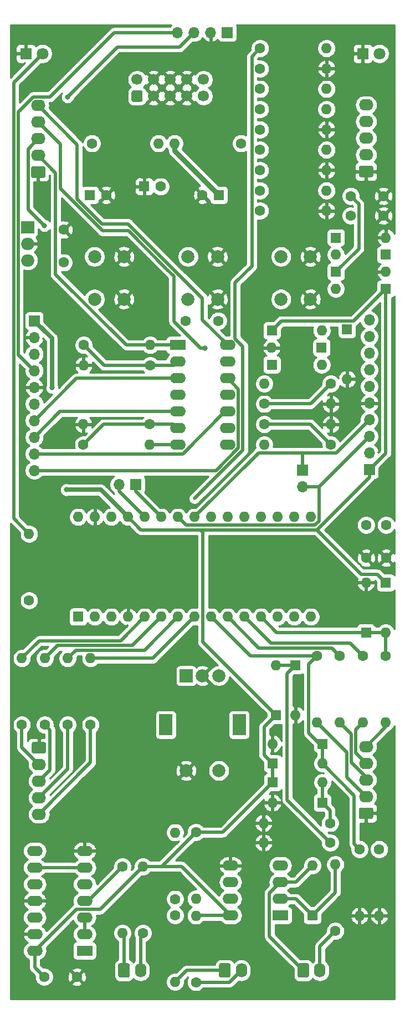
<source format=gbr>
%TF.GenerationSoftware,KiCad,Pcbnew,5.1.10-88a1d61d58~88~ubuntu20.10.1*%
%TF.CreationDate,2021-05-27T19:38:41+02:00*%
%TF.ProjectId,kosmo-multitool,6b6f736d-6f2d-46d7-956c-7469746f6f6c,v1.0.0*%
%TF.SameCoordinates,Original*%
%TF.FileFunction,Copper,L2,Bot*%
%TF.FilePolarity,Positive*%
%FSLAX46Y46*%
G04 Gerber Fmt 4.6, Leading zero omitted, Abs format (unit mm)*
G04 Created by KiCad (PCBNEW 5.1.10-88a1d61d58~88~ubuntu20.10.1) date 2021-05-27 19:38:41*
%MOMM*%
%LPD*%
G01*
G04 APERTURE LIST*
%TA.AperFunction,ComponentPad*%
%ADD10O,1.600000X1.600000*%
%TD*%
%TA.AperFunction,ComponentPad*%
%ADD11C,1.600000*%
%TD*%
%TA.AperFunction,ComponentPad*%
%ADD12O,2.400000X1.600000*%
%TD*%
%TA.AperFunction,ComponentPad*%
%ADD13R,2.400000X1.600000*%
%TD*%
%TA.AperFunction,ComponentPad*%
%ADD14O,1.700000X1.700000*%
%TD*%
%TA.AperFunction,ComponentPad*%
%ADD15R,1.700000X1.700000*%
%TD*%
%TA.AperFunction,ComponentPad*%
%ADD16C,1.700000*%
%TD*%
%TA.AperFunction,ComponentPad*%
%ADD17R,1.600000X1.600000*%
%TD*%
%TA.AperFunction,ComponentPad*%
%ADD18O,2.000000X1.905000*%
%TD*%
%TA.AperFunction,ComponentPad*%
%ADD19R,2.000000X1.905000*%
%TD*%
%TA.AperFunction,ComponentPad*%
%ADD20R,2.000000X2.000000*%
%TD*%
%TA.AperFunction,ComponentPad*%
%ADD21C,2.000000*%
%TD*%
%TA.AperFunction,ComponentPad*%
%ADD22R,2.000000X3.200000*%
%TD*%
%TA.AperFunction,ComponentPad*%
%ADD23O,2.190000X1.740000*%
%TD*%
%TA.AperFunction,ComponentPad*%
%ADD24O,1.740000X2.190000*%
%TD*%
%TA.AperFunction,ComponentPad*%
%ADD25C,1.800000*%
%TD*%
%TA.AperFunction,ComponentPad*%
%ADD26R,1.800000X1.800000*%
%TD*%
%TA.AperFunction,ViaPad*%
%ADD27C,3.200000*%
%TD*%
%TA.AperFunction,ViaPad*%
%ADD28C,0.800000*%
%TD*%
%TA.AperFunction,ViaPad*%
%ADD29C,0.508000*%
%TD*%
%TA.AperFunction,Conductor*%
%ADD30C,0.508000*%
%TD*%
%TA.AperFunction,Conductor*%
%ADD31C,0.635000*%
%TD*%
%TA.AperFunction,Conductor*%
%ADD32C,0.762000*%
%TD*%
%TA.AperFunction,Conductor*%
%ADD33C,0.254000*%
%TD*%
%TA.AperFunction,Conductor*%
%ADD34C,0.100000*%
%TD*%
G04 APERTURE END LIST*
D10*
%TO.P,R37,2*%
%TO.N,GND*%
X127000000Y-171660000D03*
D11*
%TO.P,R37,1*%
%TO.N,D9*%
X127000000Y-161500000D03*
%TD*%
D10*
%TO.P,R36,2*%
%TO.N,GND*%
X109340000Y-157500000D03*
D11*
%TO.P,R36,1*%
%TO.N,D7*%
X119500000Y-157500000D03*
%TD*%
D10*
%TO.P,R35,2*%
%TO.N,GND*%
X109340000Y-160500000D03*
D11*
%TO.P,R35,1*%
%TO.N,D8*%
X119500000Y-160500000D03*
%TD*%
D10*
%TO.P,R34,2*%
%TO.N,GND*%
X124000000Y-171660000D03*
D11*
%TO.P,R34,1*%
%TO.N,D6*%
X124000000Y-161500000D03*
%TD*%
D12*
%TO.P,U2,14*%
%TO.N,+5V*%
X74380000Y-177000000D03*
%TO.P,U2,7*%
%TO.N,GND*%
X82000000Y-161760000D03*
%TO.P,U2,13*%
X74380000Y-174460000D03*
%TO.P,U2,6*%
%TO.N,Net-(U2-Pad6)*%
X82000000Y-164300000D03*
%TO.P,U2,12*%
%TO.N,Net-(U2-Pad12)*%
X74380000Y-171920000D03*
%TO.P,U2,5*%
%TO.N,TX*%
X82000000Y-166840000D03*
%TO.P,U2,11*%
%TO.N,GND*%
X74380000Y-169380000D03*
%TO.P,U2,4*%
%TO.N,Net-(R30-Pad1)*%
X82000000Y-169380000D03*
%TO.P,U2,10*%
%TO.N,Net-(U2-Pad10)*%
X74380000Y-166840000D03*
%TO.P,U2,3*%
%TO.N,Net-(U2-Pad2)*%
X82000000Y-171920000D03*
%TO.P,U2,9*%
%TO.N,Net-(U2-Pad6)*%
X74380000Y-164300000D03*
%TO.P,U2,2*%
%TO.N,Net-(U2-Pad2)*%
X82000000Y-174460000D03*
%TO.P,U2,8*%
%TO.N,Net-(R31-Pad1)*%
X74380000Y-161760000D03*
D13*
%TO.P,U2,1*%
%TO.N,Net-(R28-Pad2)*%
X82000000Y-177000000D03*
%TD*%
D14*
%TO.P,J12,2*%
%TO.N,A7*%
X87260000Y-105800000D03*
D15*
%TO.P,J12,1*%
%TO.N,A6*%
X89800000Y-105800000D03*
%TD*%
D14*
%TO.P,J11,2*%
%TO.N,SCL*%
X115250000Y-106140000D03*
D15*
%TO.P,J11,1*%
%TO.N,SDA*%
X115250000Y-103600000D03*
%TD*%
D10*
%TO.P,R14,2*%
%TO.N,GND*%
X119609681Y-93491142D03*
D11*
%TO.P,R14,1*%
%TO.N,Net-(R14-Pad1)*%
X109449681Y-93491142D03*
%TD*%
D10*
%TO.P,FB2,2*%
%TO.N,-12V*%
X93260000Y-53700000D03*
D11*
%TO.P,FB2,1*%
%TO.N,Net-(FB2-Pad1)*%
X83100000Y-53700000D03*
%TD*%
D10*
%TO.P,FB1,2*%
%TO.N,+12V*%
X95740000Y-53700000D03*
D11*
%TO.P,FB1,1*%
%TO.N,Net-(FB1-Pad1)*%
X105900000Y-53700000D03*
%TD*%
D16*
%TO.P,POWER1,10*%
%TO.N,Net-(FB1-Pad1)*%
X100160000Y-43960000D03*
%TO.P,POWER1,8*%
%TO.N,GND*%
X97620000Y-43960000D03*
%TO.P,POWER1,6*%
X95080000Y-43960000D03*
%TO.P,POWER1,4*%
X92540000Y-43960000D03*
%TO.P,POWER1,2*%
%TO.N,Net-(FB2-Pad1)*%
X90000000Y-43960000D03*
%TO.P,POWER1,9*%
%TO.N,Net-(FB1-Pad1)*%
X100160000Y-46500000D03*
%TO.P,POWER1,7*%
%TO.N,GND*%
X97620000Y-46500000D03*
%TO.P,POWER1,5*%
X95080000Y-46500000D03*
%TO.P,POWER1,3*%
X92540000Y-46500000D03*
%TO.P,POWER1,1*%
%TO.N,Net-(FB2-Pad1)*%
%TA.AperFunction,ComponentPad*%
G36*
G01*
X90600000Y-47350000D02*
X89400000Y-47350000D01*
G75*
G02*
X89150000Y-47100000I0J250000D01*
G01*
X89150000Y-45900000D01*
G75*
G02*
X89400000Y-45650000I250000J0D01*
G01*
X90600000Y-45650000D01*
G75*
G02*
X90850000Y-45900000I0J-250000D01*
G01*
X90850000Y-47100000D01*
G75*
G02*
X90600000Y-47350000I-250000J0D01*
G01*
G37*
%TD.AperFunction*%
%TD*%
D11*
%TO.P,C10,2*%
%TO.N,GND*%
X85300000Y-61600000D03*
D17*
%TO.P,C10,1*%
%TO.N,+12V*%
X82800000Y-61600000D03*
%TD*%
D11*
%TO.P,C9,2*%
%TO.N,-12V*%
X93600000Y-60300000D03*
D17*
%TO.P,C9,1*%
%TO.N,GND*%
X91100000Y-60300000D03*
%TD*%
D18*
%TO.P,U4,3*%
%TO.N,+5V*%
X73300000Y-71580000D03*
%TO.P,U4,2*%
%TO.N,GND*%
X73300000Y-69040000D03*
D19*
%TO.P,U4,1*%
%TO.N,+12V*%
X73300000Y-66500000D03*
%TD*%
D12*
%TO.P,U3,8*%
%TO.N,+5V*%
X104280000Y-171600000D03*
%TO.P,U3,4*%
%TO.N,N/C*%
X111900000Y-163980000D03*
%TO.P,U3,7*%
%TO.N,Net-(U3-Pad7)*%
X104280000Y-169060000D03*
%TO.P,U3,3*%
%TO.N,Net-(D19-Pad2)*%
X111900000Y-166520000D03*
%TO.P,U3,6*%
%TO.N,Net-(R28-Pad2)*%
X104280000Y-166520000D03*
%TO.P,U3,2*%
%TO.N,Net-(D19-Pad1)*%
X111900000Y-169060000D03*
%TO.P,U3,5*%
%TO.N,GND*%
X104280000Y-163980000D03*
D13*
%TO.P,U3,1*%
%TO.N,Net-(U3-Pad1)*%
X111900000Y-171600000D03*
%TD*%
D12*
%TO.P,U1,14*%
%TO.N,CV_OUT3*%
X103820000Y-84500000D03*
%TO.P,U1,7*%
%TO.N,CV_OUT1*%
X96200000Y-99740000D03*
%TO.P,U1,13*%
%TO.N,Net-(R14-Pad1)*%
X103820000Y-87040000D03*
%TO.P,U1,6*%
%TO.N,Net-(R13-Pad1)*%
X96200000Y-97200000D03*
%TO.P,U1,12*%
%TO.N,VOUTD*%
X103820000Y-89580000D03*
%TO.P,U1,5*%
%TO.N,VOUTB*%
X96200000Y-94660000D03*
%TO.P,U1,11*%
%TO.N,-12V*%
X103820000Y-92120000D03*
%TO.P,U1,4*%
%TO.N,+12V*%
X96200000Y-92120000D03*
%TO.P,U1,10*%
%TO.N,VOUTC*%
X103820000Y-94660000D03*
%TO.P,U1,3*%
%TO.N,VOUTA*%
X96200000Y-89580000D03*
%TO.P,U1,9*%
%TO.N,Net-(R5-Pad1)*%
X103820000Y-97200000D03*
%TO.P,U1,2*%
%TO.N,Net-(R10-Pad1)*%
X96200000Y-87040000D03*
%TO.P,U1,8*%
%TO.N,CV_OUT2*%
X103820000Y-99740000D03*
D13*
%TO.P,U1,1*%
%TO.N,CV_OUT0*%
X96200000Y-84500000D03*
%TD*%
D20*
%TO.P,SW4,A*%
%TO.N,D10*%
X97500000Y-135000000D03*
D21*
%TO.P,SW4,C*%
%TO.N,GND*%
X100000000Y-135000000D03*
%TO.P,SW4,B*%
%TO.N,D11*%
X102500000Y-135000000D03*
D22*
%TO.P,SW4,MP*%
%TO.N,N/C*%
X94400000Y-142500000D03*
X105600000Y-142500000D03*
D21*
%TO.P,SW4,S2*%
%TO.N,GND*%
X97500000Y-149500000D03*
%TO.P,SW4,S1*%
%TO.N,D12*%
X102500000Y-149500000D03*
%TD*%
%TO.P,SW3,1*%
%TO.N,SW2*%
X83500000Y-77500000D03*
%TO.P,SW3,2*%
%TO.N,GND*%
X88000000Y-77500000D03*
%TO.P,SW3,1*%
%TO.N,SW2*%
X83500000Y-71000000D03*
%TO.P,SW3,2*%
%TO.N,GND*%
X88000000Y-71000000D03*
%TD*%
%TO.P,SW2,1*%
%TO.N,SW1*%
X97800000Y-77500000D03*
%TO.P,SW2,2*%
%TO.N,GND*%
X102300000Y-77500000D03*
%TO.P,SW2,1*%
%TO.N,SW1*%
X97800000Y-71000000D03*
%TO.P,SW2,2*%
%TO.N,GND*%
X102300000Y-71000000D03*
%TD*%
%TO.P,SW1,1*%
%TO.N,SW0*%
X112000000Y-77500000D03*
%TO.P,SW1,2*%
%TO.N,GND*%
X116500000Y-77500000D03*
%TO.P,SW1,1*%
%TO.N,SW0*%
X112000000Y-71000000D03*
%TO.P,SW1,2*%
%TO.N,GND*%
X116500000Y-71000000D03*
%TD*%
D10*
%TO.P,R33,2*%
%TO.N,+5V*%
X99000000Y-171640000D03*
D11*
%TO.P,R33,1*%
%TO.N,Net-(J7-Pad2)*%
X99000000Y-181800000D03*
%TD*%
D10*
%TO.P,R32,2*%
%TO.N,+5V*%
X90900000Y-164140000D03*
D11*
%TO.P,R32,1*%
%TO.N,Net-(J6-Pad2)*%
X90900000Y-174300000D03*
%TD*%
D10*
%TO.P,R31,2*%
%TO.N,Net-(J7-Pad1)*%
X95800000Y-181760000D03*
D11*
%TO.P,R31,1*%
%TO.N,Net-(R31-Pad1)*%
X95800000Y-171600000D03*
%TD*%
D10*
%TO.P,R30,2*%
%TO.N,Net-(J6-Pad1)*%
X87779735Y-174292949D03*
D11*
%TO.P,R30,1*%
%TO.N,Net-(R30-Pad1)*%
X87779735Y-164132949D03*
%TD*%
D10*
%TO.P,R29,2*%
%TO.N,RX*%
X95800000Y-158940000D03*
D11*
%TO.P,R29,1*%
%TO.N,Net-(R28-Pad2)*%
X95800000Y-169100000D03*
%TD*%
D10*
%TO.P,R28,2*%
%TO.N,Net-(R28-Pad2)*%
X99000000Y-169060000D03*
D11*
%TO.P,R28,1*%
%TO.N,+5V*%
X99000000Y-158900000D03*
%TD*%
D10*
%TO.P,R27,2*%
%TO.N,Net-(D18-Pad2)*%
X118960000Y-39200000D03*
D11*
%TO.P,R27,1*%
%TO.N,LED1*%
X108800000Y-39200000D03*
%TD*%
D10*
%TO.P,R26,2*%
%TO.N,Net-(D17-Pad2)*%
X73500000Y-113340000D03*
D11*
%TO.P,R26,1*%
%TO.N,LED0*%
X73500000Y-123500000D03*
%TD*%
D10*
%TO.P,R25,2*%
%TO.N,Net-(D19-Pad1)*%
X120300000Y-163840000D03*
D11*
%TO.P,R25,1*%
%TO.N,Net-(J1-Pad2)*%
X120300000Y-174000000D03*
%TD*%
D10*
%TO.P,R24,2*%
%TO.N,D5*%
X82900000Y-132340000D03*
D11*
%TO.P,R24,1*%
%TO.N,GATE_OUT3*%
X82900000Y-142500000D03*
%TD*%
D10*
%TO.P,R23,2*%
%TO.N,D4*%
X79400000Y-132340000D03*
D11*
%TO.P,R23,1*%
%TO.N,GATE_OUT2*%
X79400000Y-142500000D03*
%TD*%
D10*
%TO.P,R22,2*%
%TO.N,D3*%
X75900000Y-132340000D03*
D11*
%TO.P,R22,1*%
%TO.N,GATE_OUT1*%
X75900000Y-142500000D03*
%TD*%
D10*
%TO.P,R21,2*%
%TO.N,D2*%
X72400000Y-132340000D03*
D11*
%TO.P,R21,1*%
%TO.N,GATE_OUT0*%
X72400000Y-142500000D03*
%TD*%
D10*
%TO.P,R20,2*%
%TO.N,GATE_IN3*%
X128000000Y-142160000D03*
D11*
%TO.P,R20,1*%
%TO.N,D9*%
X128000000Y-132000000D03*
%TD*%
D10*
%TO.P,R19,2*%
%TO.N,GATE_IN1*%
X121000000Y-142160000D03*
D11*
%TO.P,R19,1*%
%TO.N,D7*%
X121000000Y-132000000D03*
%TD*%
D10*
%TO.P,R18,2*%
%TO.N,CV_OUT3*%
X109451509Y-90397762D03*
D11*
%TO.P,R18,1*%
%TO.N,Net-(R14-Pad1)*%
X119611509Y-90397762D03*
%TD*%
D10*
%TO.P,R17,2*%
%TO.N,CV_OUT1*%
X91960000Y-99700000D03*
D11*
%TO.P,R17,1*%
%TO.N,Net-(R13-Pad1)*%
X81800000Y-99700000D03*
%TD*%
D10*
%TO.P,R16,2*%
%TO.N,GND*%
X118960000Y-42300000D03*
D11*
%TO.P,R16,1*%
%TO.N,AIN3*%
X108800000Y-42300000D03*
%TD*%
D10*
%TO.P,R15,2*%
%TO.N,GND*%
X118960000Y-57800000D03*
D11*
%TO.P,R15,1*%
%TO.N,AIN1*%
X108800000Y-57800000D03*
%TD*%
D10*
%TO.P,R13,2*%
%TO.N,GND*%
X81799272Y-96594282D03*
D11*
%TO.P,R13,1*%
%TO.N,Net-(R13-Pad1)*%
X91959272Y-96594282D03*
%TD*%
D10*
%TO.P,R12,2*%
%TO.N,CV_IN3*%
X118960000Y-45400000D03*
D11*
%TO.P,R12,1*%
%TO.N,AIN3*%
X108800000Y-45400000D03*
%TD*%
D10*
%TO.P,R11,2*%
%TO.N,CV_IN1*%
X118960000Y-54700000D03*
D11*
%TO.P,R11,1*%
%TO.N,AIN1*%
X108800000Y-54700000D03*
%TD*%
D10*
%TO.P,R10,2*%
%TO.N,CV_OUT0*%
X92004263Y-84509355D03*
D11*
%TO.P,R10,1*%
%TO.N,Net-(R10-Pad1)*%
X81844263Y-84509355D03*
%TD*%
D10*
%TO.P,R9,2*%
%TO.N,CV_OUT2*%
X109440000Y-99700000D03*
D11*
%TO.P,R9,1*%
%TO.N,Net-(R5-Pad1)*%
X119600000Y-99700000D03*
%TD*%
D10*
%TO.P,R8,2*%
%TO.N,GND*%
X81840000Y-87600000D03*
D11*
%TO.P,R8,1*%
%TO.N,Net-(R10-Pad1)*%
X92000000Y-87600000D03*
%TD*%
D10*
%TO.P,R7,2*%
%TO.N,GATE_IN2*%
X124500000Y-142160000D03*
D11*
%TO.P,R7,1*%
%TO.N,D8*%
X124500000Y-132000000D03*
%TD*%
D10*
%TO.P,R6,2*%
%TO.N,GATE_IN0*%
X117500000Y-142160000D03*
D11*
%TO.P,R6,1*%
%TO.N,D6*%
X117500000Y-132000000D03*
%TD*%
D10*
%TO.P,R5,2*%
%TO.N,GND*%
X119622020Y-96600014D03*
D11*
%TO.P,R5,1*%
%TO.N,Net-(R5-Pad1)*%
X109462020Y-96600014D03*
%TD*%
D10*
%TO.P,R4,2*%
%TO.N,GND*%
X118960000Y-51600000D03*
D11*
%TO.P,R4,1*%
%TO.N,AIN2*%
X108800000Y-51600000D03*
%TD*%
D10*
%TO.P,R3,2*%
%TO.N,GND*%
X118960000Y-64000000D03*
D11*
%TO.P,R3,1*%
%TO.N,AIN0*%
X108800000Y-64000000D03*
%TD*%
D10*
%TO.P,R2,2*%
%TO.N,CV_IN2*%
X118960000Y-48500000D03*
D11*
%TO.P,R2,1*%
%TO.N,AIN2*%
X108800000Y-48500000D03*
%TD*%
D10*
%TO.P,R1,2*%
%TO.N,CV_IN0*%
X118960000Y-60900000D03*
D11*
%TO.P,R1,1*%
%TO.N,AIN0*%
X108800000Y-60900000D03*
%TD*%
D23*
%TO.P,J10,5*%
%TO.N,CV_OUT3*%
X74900000Y-47940000D03*
%TO.P,J10,4*%
%TO.N,CV_OUT2*%
X74900000Y-50480000D03*
%TO.P,J10,3*%
%TO.N,CV_OUT1*%
X74900000Y-53020000D03*
%TO.P,J10,2*%
%TO.N,CV_OUT0*%
X74900000Y-55560000D03*
%TO.P,J10,1*%
%TO.N,GND*%
%TA.AperFunction,ComponentPad*%
G36*
G01*
X75745001Y-58970000D02*
X74054999Y-58970000D01*
G75*
G02*
X73805000Y-58720001I0J249999D01*
G01*
X73805000Y-57479999D01*
G75*
G02*
X74054999Y-57230000I249999J0D01*
G01*
X75745001Y-57230000D01*
G75*
G02*
X75995000Y-57479999I0J-249999D01*
G01*
X75995000Y-58720001D01*
G75*
G02*
X75745001Y-58970000I-249999J0D01*
G01*
G37*
%TD.AperFunction*%
%TD*%
%TO.P,J9,5*%
%TO.N,CV_IN3*%
X125000000Y-47840000D03*
%TO.P,J9,4*%
%TO.N,CV_IN2*%
X125000000Y-50380000D03*
%TO.P,J9,3*%
%TO.N,CV_IN1*%
X125000000Y-52920000D03*
%TO.P,J9,2*%
%TO.N,CV_IN0*%
X125000000Y-55460000D03*
%TO.P,J9,1*%
%TO.N,GND*%
%TA.AperFunction,ComponentPad*%
G36*
G01*
X125845001Y-58870000D02*
X124154999Y-58870000D01*
G75*
G02*
X123905000Y-58620001I0J249999D01*
G01*
X123905000Y-57379999D01*
G75*
G02*
X124154999Y-57130000I249999J0D01*
G01*
X125845001Y-57130000D01*
G75*
G02*
X126095000Y-57379999I0J-249999D01*
G01*
X126095000Y-58620001D01*
G75*
G02*
X125845001Y-58870000I-249999J0D01*
G01*
G37*
%TD.AperFunction*%
%TD*%
D14*
%TO.P,J8,10*%
%TO.N,VOUTD*%
X74300000Y-103660000D03*
%TO.P,J8,9*%
%TO.N,VOUTC*%
X74300000Y-101120000D03*
%TO.P,J8,8*%
%TO.N,VOUTB*%
X74300000Y-98580000D03*
%TO.P,J8,7*%
%TO.N,VOUTA*%
X74300000Y-96040000D03*
%TO.P,J8,6*%
%TO.N,Net-(J8-Pad6)*%
X74300000Y-93500000D03*
%TO.P,J8,5*%
%TO.N,GND*%
X74300000Y-90960000D03*
%TO.P,J8,4*%
%TO.N,SDA*%
X74300000Y-88420000D03*
%TO.P,J8,3*%
%TO.N,SCL*%
X74300000Y-85880000D03*
%TO.P,J8,2*%
%TO.N,GND*%
X74300000Y-83340000D03*
D15*
%TO.P,J8,1*%
%TO.N,+5V*%
X74300000Y-80800000D03*
%TD*%
D24*
%TO.P,J7,2*%
%TO.N,Net-(J7-Pad2)*%
X105940000Y-180000000D03*
%TO.P,J7,1*%
%TO.N,Net-(J7-Pad1)*%
%TA.AperFunction,ComponentPad*%
G36*
G01*
X102530000Y-180845001D02*
X102530000Y-179154999D01*
G75*
G02*
X102779999Y-178905000I249999J0D01*
G01*
X104020001Y-178905000D01*
G75*
G02*
X104270000Y-179154999I0J-249999D01*
G01*
X104270000Y-180845001D01*
G75*
G02*
X104020001Y-181095000I-249999J0D01*
G01*
X102779999Y-181095000D01*
G75*
G02*
X102530000Y-180845001I0J249999D01*
G01*
G37*
%TD.AperFunction*%
%TD*%
%TO.P,J6,2*%
%TO.N,Net-(J6-Pad2)*%
X90540000Y-180000000D03*
%TO.P,J6,1*%
%TO.N,Net-(J6-Pad1)*%
%TA.AperFunction,ComponentPad*%
G36*
G01*
X87130000Y-180845001D02*
X87130000Y-179154999D01*
G75*
G02*
X87379999Y-178905000I249999J0D01*
G01*
X88620001Y-178905000D01*
G75*
G02*
X88870000Y-179154999I0J-249999D01*
G01*
X88870000Y-180845001D01*
G75*
G02*
X88620001Y-181095000I-249999J0D01*
G01*
X87379999Y-181095000D01*
G75*
G02*
X87130000Y-180845001I0J249999D01*
G01*
G37*
%TD.AperFunction*%
%TD*%
D14*
%TO.P,J5,10*%
%TO.N,AIN3*%
X125500000Y-80680000D03*
%TO.P,J5,9*%
%TO.N,AIN2*%
X125500000Y-83220000D03*
%TO.P,J5,8*%
%TO.N,AIN1*%
X125500000Y-85760000D03*
%TO.P,J5,7*%
%TO.N,AIN0*%
X125500000Y-88300000D03*
%TO.P,J5,6*%
%TO.N,Net-(J5-Pad6)*%
X125500000Y-90840000D03*
%TO.P,J5,5*%
%TO.N,GND*%
X125500000Y-93380000D03*
%TO.P,J5,4*%
%TO.N,SDA*%
X125500000Y-95920000D03*
%TO.P,J5,3*%
%TO.N,SCL*%
X125500000Y-98460000D03*
%TO.P,J5,2*%
%TO.N,GND*%
X125500000Y-101000000D03*
D15*
%TO.P,J5,1*%
%TO.N,+5V*%
X125500000Y-103540000D03*
%TD*%
D23*
%TO.P,J4,5*%
%TO.N,GATE_OUT3*%
X75000000Y-156160000D03*
%TO.P,J4,4*%
%TO.N,GATE_OUT2*%
X75000000Y-153620000D03*
%TO.P,J4,3*%
%TO.N,GATE_OUT1*%
X75000000Y-151080000D03*
%TO.P,J4,2*%
%TO.N,GATE_OUT0*%
X75000000Y-148540000D03*
%TO.P,J4,1*%
%TO.N,GND*%
%TA.AperFunction,ComponentPad*%
G36*
G01*
X74154999Y-145130000D02*
X75845001Y-145130000D01*
G75*
G02*
X76095000Y-145379999I0J-249999D01*
G01*
X76095000Y-146620001D01*
G75*
G02*
X75845001Y-146870000I-249999J0D01*
G01*
X74154999Y-146870000D01*
G75*
G02*
X73905000Y-146620001I0J249999D01*
G01*
X73905000Y-145379999D01*
G75*
G02*
X74154999Y-145130000I249999J0D01*
G01*
G37*
%TD.AperFunction*%
%TD*%
%TO.P,J3,5*%
%TO.N,GATE_IN3*%
X125000000Y-145840000D03*
%TO.P,J3,4*%
%TO.N,GATE_IN2*%
X125000000Y-148380000D03*
%TO.P,J3,3*%
%TO.N,GATE_IN1*%
X125000000Y-150920000D03*
%TO.P,J3,2*%
%TO.N,GATE_IN0*%
X125000000Y-153460000D03*
%TO.P,J3,1*%
%TO.N,GND*%
%TA.AperFunction,ComponentPad*%
G36*
G01*
X125845001Y-156870000D02*
X124154999Y-156870000D01*
G75*
G02*
X123905000Y-156620001I0J249999D01*
G01*
X123905000Y-155379999D01*
G75*
G02*
X124154999Y-155130000I249999J0D01*
G01*
X125845001Y-155130000D01*
G75*
G02*
X126095000Y-155379999I0J-249999D01*
G01*
X126095000Y-156620001D01*
G75*
G02*
X125845001Y-156870000I-249999J0D01*
G01*
G37*
%TD.AperFunction*%
%TD*%
D14*
%TO.P,J2,4*%
%TO.N,SDA*%
X96180000Y-36800000D03*
%TO.P,J2,3*%
%TO.N,SCL*%
X98720000Y-36800000D03*
%TO.P,J2,2*%
%TO.N,GND*%
X101260000Y-36800000D03*
D15*
%TO.P,J2,1*%
%TO.N,+5V*%
X103800000Y-36800000D03*
%TD*%
D24*
%TO.P,J1,2*%
%TO.N,Net-(J1-Pad2)*%
X117940000Y-180000000D03*
%TO.P,J1,1*%
%TO.N,Net-(D19-Pad2)*%
%TA.AperFunction,ComponentPad*%
G36*
G01*
X114530000Y-180845001D02*
X114530000Y-179154999D01*
G75*
G02*
X114779999Y-178905000I249999J0D01*
G01*
X116020001Y-178905000D01*
G75*
G02*
X116270000Y-179154999I0J-249999D01*
G01*
X116270000Y-180845001D01*
G75*
G02*
X116020001Y-181095000I-249999J0D01*
G01*
X114779999Y-181095000D01*
G75*
G02*
X114530000Y-180845001I0J249999D01*
G01*
G37*
%TD.AperFunction*%
%TD*%
D10*
%TO.P,D19,2*%
%TO.N,Net-(D19-Pad2)*%
X116800000Y-163980000D03*
D17*
%TO.P,D19,1*%
%TO.N,Net-(D19-Pad1)*%
X116800000Y-171600000D03*
%TD*%
D25*
%TO.P,D18,2*%
%TO.N,Net-(D18-Pad2)*%
X127040000Y-40000000D03*
D26*
%TO.P,D18,1*%
%TO.N,GND*%
X124500000Y-40000000D03*
%TD*%
D25*
%TO.P,D17,2*%
%TO.N,Net-(D17-Pad2)*%
X75540000Y-40000000D03*
D26*
%TO.P,D17,1*%
%TO.N,GND*%
X73000000Y-40000000D03*
%TD*%
D10*
%TO.P,D16,2*%
%TO.N,GND*%
X125000000Y-120780000D03*
D17*
%TO.P,D16,1*%
%TO.N,D9*%
X125000000Y-128400000D03*
%TD*%
D10*
%TO.P,D15,2*%
%TO.N,D9*%
X128000000Y-128420000D03*
D17*
%TO.P,D15,1*%
%TO.N,+5V*%
X128000000Y-120800000D03*
%TD*%
D10*
%TO.P,D14,2*%
%TO.N,GND*%
X110680000Y-154400000D03*
D17*
%TO.P,D14,1*%
%TO.N,D7*%
X118300000Y-154400000D03*
%TD*%
D10*
%TO.P,D13,2*%
%TO.N,D7*%
X118320000Y-151300000D03*
D17*
%TO.P,D13,1*%
%TO.N,+5V*%
X110700000Y-151300000D03*
%TD*%
D10*
%TO.P,D12,2*%
%TO.N,GND*%
X128020000Y-68100000D03*
D17*
%TO.P,D12,1*%
%TO.N,AIN3*%
X120400000Y-68100000D03*
%TD*%
D10*
%TO.P,D11,2*%
%TO.N,AIN3*%
X120380000Y-70700000D03*
D17*
%TO.P,D11,1*%
%TO.N,+5V*%
X128000000Y-70700000D03*
%TD*%
D10*
%TO.P,D10,2*%
%TO.N,GND*%
X122100000Y-89720000D03*
D17*
%TO.P,D10,1*%
%TO.N,AIN1*%
X122100000Y-82100000D03*
%TD*%
D10*
%TO.P,D9,2*%
%TO.N,AIN1*%
X118220000Y-82300000D03*
D17*
%TO.P,D9,1*%
%TO.N,+5V*%
X110600000Y-82300000D03*
%TD*%
D10*
%TO.P,D8,2*%
%TO.N,GND*%
X114200000Y-141020000D03*
D17*
%TO.P,D8,1*%
%TO.N,D8*%
X114200000Y-133400000D03*
%TD*%
D10*
%TO.P,D7,2*%
%TO.N,D8*%
X111200000Y-133380000D03*
D17*
%TO.P,D7,1*%
%TO.N,+5V*%
X111200000Y-141000000D03*
%TD*%
D10*
%TO.P,D6,2*%
%TO.N,GND*%
X110680000Y-145400000D03*
D17*
%TO.P,D6,1*%
%TO.N,D6*%
X118300000Y-145400000D03*
%TD*%
D10*
%TO.P,D5,2*%
%TO.N,D6*%
X118320000Y-148400000D03*
D17*
%TO.P,D5,1*%
%TO.N,+5V*%
X110700000Y-148400000D03*
%TD*%
D10*
%TO.P,D4,2*%
%TO.N,GND*%
X128020000Y-73300000D03*
D17*
%TO.P,D4,1*%
%TO.N,AIN2*%
X120400000Y-73300000D03*
%TD*%
D10*
%TO.P,D3,2*%
%TO.N,AIN2*%
X120380000Y-75900000D03*
D17*
%TO.P,D3,1*%
%TO.N,+5V*%
X128000000Y-75900000D03*
%TD*%
D10*
%TO.P,D2,2*%
%TO.N,GND*%
X110580000Y-84900000D03*
D17*
%TO.P,D2,1*%
%TO.N,AIN0*%
X118200000Y-84900000D03*
%TD*%
D10*
%TO.P,D1,2*%
%TO.N,AIN0*%
X118220000Y-87500000D03*
D17*
%TO.P,D1,1*%
%TO.N,+5V*%
X110600000Y-87500000D03*
%TD*%
D11*
%TO.P,C8,2*%
%TO.N,GND*%
X80800000Y-181000000D03*
%TO.P,C8,1*%
%TO.N,+5V*%
X75800000Y-181000000D03*
%TD*%
%TO.P,C7,2*%
%TO.N,GND*%
X78800000Y-66900000D03*
%TO.P,C7,1*%
%TO.N,+5V*%
X78800000Y-71900000D03*
%TD*%
%TO.P,C6,2*%
%TO.N,-12V*%
X102400000Y-80800000D03*
%TO.P,C6,1*%
%TO.N,+12V*%
X97400000Y-80800000D03*
%TD*%
%TO.P,C5,2*%
%TO.N,GND*%
X100000000Y-61600000D03*
D17*
%TO.P,C5,1*%
%TO.N,+12V*%
X102500000Y-61600000D03*
%TD*%
D11*
%TO.P,C4,2*%
%TO.N,GND*%
X127650000Y-64750000D03*
%TO.P,C4,1*%
%TO.N,AIN3*%
X122650000Y-64750000D03*
%TD*%
%TO.P,C3,2*%
%TO.N,GND*%
X128050000Y-117000000D03*
%TO.P,C3,1*%
%TO.N,AIN1*%
X128050000Y-112000000D03*
%TD*%
%TO.P,C2,2*%
%TO.N,GND*%
X127650000Y-61750000D03*
%TO.P,C2,1*%
%TO.N,AIN2*%
X122650000Y-61750000D03*
%TD*%
%TO.P,C1,2*%
%TO.N,GND*%
X125000000Y-117000000D03*
%TO.P,C1,1*%
%TO.N,AIN0*%
X125000000Y-112000000D03*
%TD*%
D10*
%TO.P,A1,16*%
%TO.N,LED0*%
X116560000Y-110760000D03*
%TO.P,A1,15*%
%TO.N,D12*%
X116560000Y-126000000D03*
%TO.P,A1,30*%
%TO.N,Net-(A1-Pad30)*%
X81000000Y-110760000D03*
%TO.P,A1,14*%
%TO.N,D11*%
X114020000Y-126000000D03*
%TO.P,A1,29*%
%TO.N,GND*%
X83540000Y-110760000D03*
%TO.P,A1,13*%
%TO.N,D10*%
X111480000Y-126000000D03*
%TO.P,A1,28*%
%TO.N,Net-(A1-Pad28)*%
X86080000Y-110760000D03*
%TO.P,A1,12*%
%TO.N,D9*%
X108940000Y-126000000D03*
%TO.P,A1,27*%
%TO.N,+5V*%
X88620000Y-110760000D03*
%TO.P,A1,11*%
%TO.N,D8*%
X106400000Y-126000000D03*
%TO.P,A1,26*%
%TO.N,A7*%
X91160000Y-110760000D03*
%TO.P,A1,10*%
%TO.N,D7*%
X103860000Y-126000000D03*
%TO.P,A1,25*%
%TO.N,A6*%
X93700000Y-110760000D03*
%TO.P,A1,9*%
%TO.N,D6*%
X101320000Y-126000000D03*
%TO.P,A1,24*%
%TO.N,SCL*%
X96240000Y-110760000D03*
%TO.P,A1,8*%
%TO.N,D5*%
X98780000Y-126000000D03*
%TO.P,A1,23*%
%TO.N,SDA*%
X98780000Y-110760000D03*
%TO.P,A1,7*%
%TO.N,D4*%
X96240000Y-126000000D03*
%TO.P,A1,22*%
%TO.N,LED1*%
X101320000Y-110760000D03*
%TO.P,A1,6*%
%TO.N,D3*%
X93700000Y-126000000D03*
%TO.P,A1,21*%
%TO.N,SW2*%
X103860000Y-110760000D03*
%TO.P,A1,5*%
%TO.N,D2*%
X91160000Y-126000000D03*
%TO.P,A1,20*%
%TO.N,SW1*%
X106400000Y-110760000D03*
%TO.P,A1,4*%
%TO.N,GND*%
X88620000Y-126000000D03*
%TO.P,A1,19*%
%TO.N,SW0*%
X108940000Y-110760000D03*
%TO.P,A1,3*%
%TO.N,Net-(A1-Pad3)*%
X86080000Y-126000000D03*
%TO.P,A1,18*%
%TO.N,Net-(A1-Pad18)*%
X111480000Y-110760000D03*
%TO.P,A1,2*%
%TO.N,RX*%
X83540000Y-126000000D03*
%TO.P,A1,17*%
%TO.N,Net-(A1-Pad17)*%
X114020000Y-110760000D03*
D17*
%TO.P,A1,1*%
%TO.N,TX*%
X81000000Y-126000000D03*
%TD*%
D27*
%TO.N,GND*%
X92000000Y-77000000D03*
X108000000Y-77000000D03*
D28*
%TO.N,+5V*%
X77000000Y-91000000D03*
X79200000Y-106600000D03*
D29*
%TO.N,LED1*%
X98750000Y-107950000D03*
D28*
%TO.N,SCL*%
X79384010Y-46615990D03*
%TO.N,CV_OUT2*%
X100400000Y-85000000D03*
%TO.N,CV_OUT1*%
X75834851Y-66265149D03*
%TD*%
D30*
%TO.N,D9*%
X111340000Y-128400000D02*
X125000000Y-128400000D01*
X108940000Y-126000000D02*
X111340000Y-128400000D01*
X127980000Y-128400000D02*
X128000000Y-128420000D01*
X125000000Y-128400000D02*
X127980000Y-128400000D01*
X128000000Y-128420000D02*
X128000000Y-132000000D01*
%TO.N,+5V*%
X125500000Y-104677199D02*
X125500000Y-103540000D01*
X117455188Y-112722011D02*
X125500000Y-104677199D01*
X88620000Y-110760000D02*
X90582011Y-112722011D01*
X110700000Y-148400000D02*
X110700000Y-151300000D01*
X93760000Y-164140000D02*
X90900000Y-164140000D01*
X99000000Y-158900000D02*
X93760000Y-164140000D01*
X96820000Y-164140000D02*
X104280000Y-171600000D01*
X90900000Y-164140000D02*
X96820000Y-164140000D01*
X99040000Y-171600000D02*
X99000000Y-171640000D01*
X104280000Y-171600000D02*
X99040000Y-171600000D01*
X128000000Y-101040000D02*
X125500000Y-103540000D01*
X128000000Y-75900000D02*
X128000000Y-101040000D01*
X125454001Y-78445999D02*
X128000000Y-75900000D01*
X77000000Y-91000000D02*
X77000000Y-91000000D01*
D31*
X77000000Y-83500000D02*
X77000000Y-91000000D01*
X74300000Y-80800000D02*
X77000000Y-83500000D01*
X84460000Y-106600000D02*
X88620000Y-110760000D01*
X79200000Y-106600000D02*
X84460000Y-106600000D01*
D30*
X124259176Y-119525999D02*
X117455188Y-112722011D01*
X126725999Y-119525999D02*
X124259176Y-119525999D01*
X128000000Y-120800000D02*
X126725999Y-119525999D01*
X100065999Y-113065999D02*
X99722011Y-112722011D01*
X100065999Y-129865999D02*
X100065999Y-113065999D01*
X111200000Y-141000000D02*
X100065999Y-129865999D01*
X99722011Y-112722011D02*
X117455188Y-112722011D01*
X90582011Y-112722011D02*
X99722011Y-112722011D01*
X123054001Y-80845999D02*
X125454001Y-78445999D01*
X112054001Y-80845999D02*
X123054001Y-80845999D01*
X110600000Y-82300000D02*
X112054001Y-80845999D01*
X74380000Y-179580000D02*
X75800000Y-181000000D01*
X74380000Y-177000000D02*
X74380000Y-179580000D01*
X80714010Y-170665990D02*
X74380000Y-177000000D01*
X84374010Y-170665990D02*
X80714010Y-170665990D01*
X90900000Y-164140000D02*
X84374010Y-170665990D01*
X103100000Y-158900000D02*
X110700000Y-151300000D01*
X99000000Y-158900000D02*
X103100000Y-158900000D01*
X109425999Y-147125999D02*
X110700000Y-148400000D01*
X109425999Y-142774001D02*
X109425999Y-147125999D01*
X111200000Y-141000000D02*
X109425999Y-142774001D01*
%TO.N,D8*%
X122537989Y-130037989D02*
X124500000Y-132000000D01*
X110437989Y-130037989D02*
X122537989Y-130037989D01*
X106400000Y-126000000D02*
X110437989Y-130037989D01*
X111220000Y-133400000D02*
X111200000Y-133380000D01*
X114200000Y-133400000D02*
X111220000Y-133400000D01*
X112945999Y-153945999D02*
X119500000Y-160500000D01*
X112945999Y-134654001D02*
X112945999Y-153945999D01*
X114200000Y-133400000D02*
X112945999Y-134654001D01*
%TO.N,D7*%
X119745999Y-130745999D02*
X121000000Y-132000000D01*
X108605999Y-130745999D02*
X119745999Y-130745999D01*
X103860000Y-126000000D02*
X108605999Y-130745999D01*
X118300000Y-151320000D02*
X118320000Y-151300000D01*
X118300000Y-154400000D02*
X118300000Y-151320000D01*
X119500000Y-155600000D02*
X118300000Y-154400000D01*
X119500000Y-157500000D02*
X119500000Y-155600000D01*
%TO.N,LED1*%
X106182020Y-84688583D02*
X106182020Y-100552694D01*
X105000000Y-83506563D02*
X106182020Y-84688583D01*
X105000000Y-75000000D02*
X105000000Y-83506563D01*
X107545999Y-72454001D02*
X105000000Y-75000000D01*
X107545999Y-40454001D02*
X107545999Y-72454001D01*
X108800000Y-39200000D02*
X107545999Y-40454001D01*
X98784714Y-107950000D02*
X98750000Y-107950000D01*
X106182020Y-100552694D02*
X98784714Y-107950000D01*
%TO.N,D6*%
X107320000Y-132000000D02*
X101320000Y-126000000D01*
X117500000Y-132000000D02*
X107320000Y-132000000D01*
X116245999Y-133254001D02*
X116245999Y-143745999D01*
X117500000Y-132000000D02*
X116245999Y-133254001D01*
X117900000Y-145400000D02*
X116245999Y-143745999D01*
X118300000Y-145400000D02*
X117900000Y-145400000D01*
X118300000Y-148380000D02*
X118320000Y-148400000D01*
X118300000Y-145400000D02*
X118300000Y-148380000D01*
X123200001Y-153280001D02*
X118320000Y-148400000D01*
X123200001Y-160700001D02*
X123200001Y-153280001D01*
X124000000Y-161500000D02*
X123200001Y-160700001D01*
%TO.N,SCL*%
X117161921Y-112014001D02*
X97494001Y-112014001D01*
X117814001Y-111361921D02*
X117161921Y-112014001D01*
X117814001Y-106145999D02*
X117814001Y-111361921D01*
X97494001Y-112014001D02*
X96240000Y-110760000D01*
X125500000Y-98460000D02*
X117814001Y-106145999D01*
X117808002Y-106140000D02*
X117814001Y-106145999D01*
X115250000Y-106140000D02*
X117808002Y-106140000D01*
X79384010Y-46615990D02*
X87000000Y-39000000D01*
X96520000Y-39000000D02*
X98720000Y-36800000D01*
X87000000Y-39000000D02*
X96520000Y-39000000D01*
%TO.N,D5*%
X92440000Y-132340000D02*
X98780000Y-126000000D01*
X82900000Y-132340000D02*
X92440000Y-132340000D01*
%TO.N,SDA*%
X71845990Y-85965990D02*
X74300000Y-88420000D01*
X74126578Y-46615990D02*
X71845990Y-48896578D01*
X76684010Y-46615990D02*
X74126578Y-46615990D01*
X71845990Y-48896578D02*
X71845990Y-85965990D01*
X86500000Y-36800000D02*
X76684010Y-46615990D01*
X96180000Y-36800000D02*
X86500000Y-36800000D01*
X120465999Y-100954001D02*
X125500000Y-95920000D01*
X98780000Y-110760000D02*
X108585999Y-100954001D01*
X115250000Y-101058002D02*
X115145999Y-100954001D01*
X115250000Y-103600000D02*
X115250000Y-101058002D01*
X115145999Y-100954001D02*
X120465999Y-100954001D01*
X108585999Y-100954001D02*
X115145999Y-100954001D01*
%TO.N,D4*%
X91154001Y-131085999D02*
X96240000Y-126000000D01*
X80654001Y-131085999D02*
X91154001Y-131085999D01*
X79400000Y-132340000D02*
X80654001Y-131085999D01*
%TO.N,D3*%
X89322011Y-130377989D02*
X93700000Y-126000000D01*
X77862011Y-130377989D02*
X89322011Y-130377989D01*
X75900000Y-132340000D02*
X77862011Y-130377989D01*
%TO.N,D2*%
X87490021Y-129669979D02*
X91160000Y-126000000D01*
X75070021Y-129669979D02*
X87490021Y-129669979D01*
X72400000Y-132340000D02*
X75070021Y-129669979D01*
%TO.N,AIN2*%
X123904001Y-69795999D02*
X120400000Y-73300000D01*
X123904001Y-63004001D02*
X123904001Y-69795999D01*
X122650000Y-61750000D02*
X123904001Y-63004001D01*
D32*
%TO.N,+12V*%
X95740000Y-54840000D02*
X102500000Y-61600000D01*
X95740000Y-53700000D02*
X95740000Y-54840000D01*
D30*
%TO.N,Net-(D17-Pad2)*%
X71137980Y-110977980D02*
X73500000Y-113340000D01*
X71137980Y-44402020D02*
X71137980Y-110977980D01*
X75540000Y-40000000D02*
X71137980Y-44402020D01*
%TO.N,Net-(D19-Pad2)*%
X114260000Y-166520000D02*
X116800000Y-163980000D01*
X111900000Y-166520000D02*
X114260000Y-166520000D01*
X110245990Y-174845990D02*
X115400000Y-180000000D01*
X110245990Y-168174010D02*
X110245990Y-174845990D01*
X111900000Y-166520000D02*
X110245990Y-168174010D01*
%TO.N,Net-(D19-Pad1)*%
X114260000Y-169060000D02*
X116800000Y-171600000D01*
X111900000Y-169060000D02*
X114260000Y-169060000D01*
X120300000Y-168100000D02*
X116800000Y-171600000D01*
X120300000Y-163840000D02*
X120300000Y-168100000D01*
%TO.N,Net-(J1-Pad2)*%
X117940000Y-176360000D02*
X120300000Y-174000000D01*
X117940000Y-180000000D02*
X117940000Y-176360000D01*
%TO.N,GATE_IN3*%
X128000000Y-142840000D02*
X125000000Y-145840000D01*
X128000000Y-142160000D02*
X128000000Y-142840000D01*
%TO.N,GATE_IN2*%
X123450990Y-146830990D02*
X125000000Y-148380000D01*
X123450990Y-143209010D02*
X123450990Y-146830990D01*
X124500000Y-142160000D02*
X123450990Y-143209010D01*
%TO.N,GATE_IN1*%
X121000000Y-142160000D02*
X122742980Y-143902980D01*
X125000000Y-150477432D02*
X125000000Y-150920000D01*
X122742980Y-148220412D02*
X125000000Y-150477432D01*
X122742980Y-143902980D02*
X122742980Y-148220412D01*
%TO.N,GATE_IN0*%
X122034970Y-146694970D02*
X122034970Y-150494970D01*
X122034970Y-150494970D02*
X125000000Y-153460000D01*
X117500000Y-142160000D02*
X122034970Y-146694970D01*
%TO.N,GATE_OUT3*%
X82900000Y-148260000D02*
X75000000Y-156160000D01*
X82900000Y-142500000D02*
X82900000Y-148260000D01*
%TO.N,GATE_OUT2*%
X79400000Y-149220000D02*
X75000000Y-153620000D01*
X79400000Y-142500000D02*
X79400000Y-149220000D01*
%TO.N,GATE_OUT1*%
X76699999Y-143299999D02*
X76699999Y-149380001D01*
X76699999Y-149380001D02*
X75000000Y-151080000D01*
X75900000Y-142500000D02*
X76699999Y-143299999D01*
%TO.N,GATE_OUT0*%
X72400000Y-145940000D02*
X75000000Y-148540000D01*
X72400000Y-142500000D02*
X72400000Y-145940000D01*
%TO.N,Net-(J6-Pad2)*%
X90540000Y-174660000D02*
X90900000Y-174300000D01*
X90540000Y-180000000D02*
X90540000Y-174660000D01*
%TO.N,Net-(J6-Pad1)*%
X88000000Y-174513214D02*
X87779735Y-174292949D01*
X88000000Y-180000000D02*
X88000000Y-174513214D01*
%TO.N,Net-(J7-Pad2)*%
X104140000Y-181800000D02*
X105940000Y-180000000D01*
X99000000Y-181800000D02*
X104140000Y-181800000D01*
%TO.N,Net-(J7-Pad1)*%
X97560000Y-180000000D02*
X103400000Y-180000000D01*
X95800000Y-181760000D02*
X97560000Y-180000000D01*
%TO.N,VOUTD*%
X105474010Y-91234010D02*
X103820000Y-89580000D01*
X105474010Y-100259427D02*
X105474010Y-91234010D01*
X102073437Y-103660000D02*
X105474010Y-100259427D01*
X74300000Y-103660000D02*
X102073437Y-103660000D01*
%TO.N,VOUTC*%
X103453437Y-94660000D02*
X103820000Y-94660000D01*
X96993437Y-101120000D02*
X103453437Y-94660000D01*
X74300000Y-101120000D02*
X96993437Y-101120000D01*
%TO.N,VOUTB*%
X78220000Y-94660000D02*
X96200000Y-94660000D01*
X74300000Y-98580000D02*
X78220000Y-94660000D01*
%TO.N,VOUTA*%
X80760000Y-89580000D02*
X96200000Y-89580000D01*
X74300000Y-96040000D02*
X80760000Y-89580000D01*
%TO.N,CV_OUT3*%
X80845999Y-62201921D02*
X84644078Y-66000000D01*
X80845999Y-53885999D02*
X80845999Y-62201921D01*
X74900000Y-47940000D02*
X80845999Y-53885999D01*
X88653199Y-66000000D02*
X96345999Y-73692800D01*
X84644078Y-66000000D02*
X88653199Y-66000000D01*
X103837189Y-84517189D02*
X103820000Y-84500000D01*
X103820000Y-84075922D02*
X103820000Y-84500000D01*
X96345999Y-73697921D02*
X100000000Y-77351922D01*
X96345999Y-73692800D02*
X96345999Y-73697921D01*
X100000000Y-80680000D02*
X103820000Y-84500000D01*
X100000000Y-77351922D02*
X100000000Y-80680000D01*
%TO.N,CV_OUT2*%
X88697921Y-67045999D02*
X94500000Y-72848078D01*
X84688801Y-67045999D02*
X88697921Y-67045999D01*
X78254009Y-60611207D02*
X84688801Y-67045999D01*
X78254009Y-53834009D02*
X78254009Y-60611207D01*
X74900000Y-50480000D02*
X78254009Y-53834009D01*
X99744078Y-85000000D02*
X100400000Y-85000000D01*
X95637989Y-80893911D02*
X99744078Y-85000000D01*
X95637989Y-73986066D02*
X95637989Y-80893911D01*
X94575962Y-72924039D02*
X95637989Y-73986066D01*
%TO.N,CV_OUT1*%
X73350990Y-63781288D02*
X75834851Y-66265149D01*
X73350990Y-54569010D02*
X73350990Y-63781288D01*
X74900000Y-53020000D02*
X73350990Y-54569010D01*
X96160000Y-99700000D02*
X96200000Y-99740000D01*
X91960000Y-99700000D02*
X96160000Y-99700000D01*
X91960000Y-99575922D02*
X91960000Y-99700000D01*
%TO.N,CV_OUT0*%
X96190645Y-84509355D02*
X96200000Y-84500000D01*
X92004263Y-84509355D02*
X96190645Y-84509355D01*
X89553433Y-84509355D02*
X92004263Y-84509355D01*
X88357433Y-84509355D02*
X89553433Y-84509355D01*
X77545999Y-73697921D02*
X88357433Y-84509355D01*
X77545999Y-58205999D02*
X77545999Y-73697921D01*
X74900000Y-55560000D02*
X77545999Y-58205999D01*
%TO.N,Net-(R5-Pad1)*%
X116500014Y-96600014D02*
X119600000Y-99700000D01*
X109462020Y-96600014D02*
X116500014Y-96600014D01*
%TO.N,Net-(R10-Pad1)*%
X95640000Y-87600000D02*
X96200000Y-87040000D01*
X92000000Y-87600000D02*
X95640000Y-87600000D01*
X84934908Y-87600000D02*
X92000000Y-87600000D01*
X81844263Y-84509355D02*
X84934908Y-87600000D01*
%TO.N,Net-(R13-Pad1)*%
X95594282Y-96594282D02*
X96200000Y-97200000D01*
X91959272Y-96594282D02*
X95594282Y-96594282D01*
X84905718Y-96594282D02*
X81800000Y-99700000D01*
X91959272Y-96594282D02*
X84905718Y-96594282D01*
%TO.N,Net-(R14-Pad1)*%
X116518129Y-93491142D02*
X119611509Y-90397762D01*
X109449681Y-93491142D02*
X116518129Y-93491142D01*
%TO.N,Net-(R30-Pad1)*%
X82532684Y-169380000D02*
X82000000Y-169380000D01*
X87779735Y-164132949D02*
X82532684Y-169380000D01*
%TO.N,Net-(U2-Pad6)*%
X74380000Y-164300000D02*
X82000000Y-164300000D01*
%TO.N,Net-(U2-Pad2)*%
X82000000Y-174460000D02*
X82000000Y-171920000D01*
%TO.N,A7*%
X87260000Y-106860000D02*
X87260000Y-105800000D01*
X91160000Y-110760000D02*
X87260000Y-106860000D01*
%TO.N,A6*%
X89800000Y-106860000D02*
X89800000Y-105800000D01*
X93700000Y-110760000D02*
X89800000Y-106860000D01*
%TD*%
D33*
%TO.N,GND*%
X76047500Y-83894538D02*
X76047501Y-90594951D01*
X76004774Y-90698102D01*
X75965000Y-90898061D01*
X75965000Y-91101939D01*
X76004774Y-91301898D01*
X76082795Y-91490256D01*
X76196063Y-91659774D01*
X76340226Y-91803937D01*
X76509744Y-91917205D01*
X76698102Y-91995226D01*
X76898061Y-92035000D01*
X77047764Y-92035000D01*
X75775713Y-93307052D01*
X75727932Y-93066842D01*
X75615990Y-92796589D01*
X75453475Y-92553368D01*
X75246632Y-92346525D01*
X75064466Y-92224805D01*
X75181355Y-92155178D01*
X75397588Y-91960269D01*
X75571641Y-91726920D01*
X75696825Y-91464099D01*
X75741476Y-91316890D01*
X75620155Y-91087000D01*
X74427000Y-91087000D01*
X74427000Y-91107000D01*
X74173000Y-91107000D01*
X74173000Y-91087000D01*
X72979845Y-91087000D01*
X72858524Y-91316890D01*
X72903175Y-91464099D01*
X73028359Y-91726920D01*
X73202412Y-91960269D01*
X73418645Y-92155178D01*
X73535534Y-92224805D01*
X73353368Y-92346525D01*
X73146525Y-92553368D01*
X72984010Y-92796589D01*
X72872068Y-93066842D01*
X72815000Y-93353740D01*
X72815000Y-93646260D01*
X72872068Y-93933158D01*
X72984010Y-94203411D01*
X73146525Y-94446632D01*
X73353368Y-94653475D01*
X73527760Y-94770000D01*
X73353368Y-94886525D01*
X73146525Y-95093368D01*
X72984010Y-95336589D01*
X72872068Y-95606842D01*
X72815000Y-95893740D01*
X72815000Y-96186260D01*
X72872068Y-96473158D01*
X72984010Y-96743411D01*
X73146525Y-96986632D01*
X73353368Y-97193475D01*
X73527760Y-97310000D01*
X73353368Y-97426525D01*
X73146525Y-97633368D01*
X72984010Y-97876589D01*
X72872068Y-98146842D01*
X72815000Y-98433740D01*
X72815000Y-98726260D01*
X72872068Y-99013158D01*
X72984010Y-99283411D01*
X73146525Y-99526632D01*
X73353368Y-99733475D01*
X73527760Y-99850000D01*
X73353368Y-99966525D01*
X73146525Y-100173368D01*
X72984010Y-100416589D01*
X72872068Y-100686842D01*
X72815000Y-100973740D01*
X72815000Y-101266260D01*
X72872068Y-101553158D01*
X72984010Y-101823411D01*
X73146525Y-102066632D01*
X73353368Y-102273475D01*
X73527760Y-102390000D01*
X73353368Y-102506525D01*
X73146525Y-102713368D01*
X72984010Y-102956589D01*
X72872068Y-103226842D01*
X72815000Y-103513740D01*
X72815000Y-103806260D01*
X72872068Y-104093158D01*
X72984010Y-104363411D01*
X73146525Y-104606632D01*
X73353368Y-104813475D01*
X73596589Y-104975990D01*
X73866842Y-105087932D01*
X74153740Y-105145000D01*
X74446260Y-105145000D01*
X74733158Y-105087932D01*
X75003411Y-104975990D01*
X75246632Y-104813475D01*
X75453475Y-104606632D01*
X75491983Y-104549000D01*
X86459325Y-104549000D01*
X86313368Y-104646525D01*
X86106525Y-104853368D01*
X85944010Y-105096589D01*
X85832068Y-105366842D01*
X85775000Y-105653740D01*
X85775000Y-105946260D01*
X85832068Y-106233158D01*
X85944010Y-106503411D01*
X86106525Y-106746632D01*
X86313368Y-106953475D01*
X86380312Y-106998205D01*
X86383864Y-107034274D01*
X86399747Y-107086632D01*
X86434697Y-107201850D01*
X86464333Y-107257295D01*
X85166607Y-105959569D01*
X85136778Y-105923222D01*
X84991741Y-105804194D01*
X84826269Y-105715748D01*
X84646723Y-105661283D01*
X84506785Y-105647500D01*
X84460000Y-105642892D01*
X84413215Y-105647500D01*
X79605047Y-105647500D01*
X79501898Y-105604774D01*
X79301939Y-105565000D01*
X79098061Y-105565000D01*
X78898102Y-105604774D01*
X78709744Y-105682795D01*
X78540226Y-105796063D01*
X78396063Y-105940226D01*
X78282795Y-106109744D01*
X78204774Y-106298102D01*
X78165000Y-106498061D01*
X78165000Y-106701939D01*
X78204774Y-106901898D01*
X78282795Y-107090256D01*
X78396063Y-107259774D01*
X78540226Y-107403937D01*
X78709744Y-107517205D01*
X78898102Y-107595226D01*
X79098061Y-107635000D01*
X79301939Y-107635000D01*
X79501898Y-107595226D01*
X79605047Y-107552500D01*
X84065462Y-107552500D01*
X85854670Y-109341708D01*
X85661426Y-109380147D01*
X85400273Y-109488320D01*
X85165241Y-109645363D01*
X84965363Y-109845241D01*
X84808320Y-110080273D01*
X84803933Y-110090865D01*
X84692385Y-109904869D01*
X84503414Y-109696481D01*
X84277420Y-109528963D01*
X84023087Y-109408754D01*
X83889039Y-109368096D01*
X83667000Y-109490085D01*
X83667000Y-110633000D01*
X83687000Y-110633000D01*
X83687000Y-110887000D01*
X83667000Y-110887000D01*
X83667000Y-112029915D01*
X83889039Y-112151904D01*
X84023087Y-112111246D01*
X84277420Y-111991037D01*
X84503414Y-111823519D01*
X84692385Y-111615131D01*
X84803933Y-111429135D01*
X84808320Y-111439727D01*
X84965363Y-111674759D01*
X85165241Y-111874637D01*
X85400273Y-112031680D01*
X85661426Y-112139853D01*
X85938665Y-112195000D01*
X86221335Y-112195000D01*
X86498574Y-112139853D01*
X86759727Y-112031680D01*
X86994759Y-111874637D01*
X87194637Y-111674759D01*
X87350000Y-111442241D01*
X87505363Y-111674759D01*
X87705241Y-111874637D01*
X87940273Y-112031680D01*
X88201426Y-112139853D01*
X88478665Y-112195000D01*
X88761335Y-112195000D01*
X88791720Y-112188956D01*
X89922515Y-113319751D01*
X89950352Y-113353670D01*
X90085720Y-113464764D01*
X90240160Y-113547314D01*
X90356903Y-113582727D01*
X90407736Y-113598147D01*
X90582011Y-113615312D01*
X90625679Y-113611011D01*
X99177000Y-113611011D01*
X99176999Y-124615855D01*
X98921335Y-124565000D01*
X98638665Y-124565000D01*
X98361426Y-124620147D01*
X98100273Y-124728320D01*
X97865241Y-124885363D01*
X97665363Y-125085241D01*
X97510000Y-125317759D01*
X97354637Y-125085241D01*
X97154759Y-124885363D01*
X96919727Y-124728320D01*
X96658574Y-124620147D01*
X96381335Y-124565000D01*
X96098665Y-124565000D01*
X95821426Y-124620147D01*
X95560273Y-124728320D01*
X95325241Y-124885363D01*
X95125363Y-125085241D01*
X94970000Y-125317759D01*
X94814637Y-125085241D01*
X94614759Y-124885363D01*
X94379727Y-124728320D01*
X94118574Y-124620147D01*
X93841335Y-124565000D01*
X93558665Y-124565000D01*
X93281426Y-124620147D01*
X93020273Y-124728320D01*
X92785241Y-124885363D01*
X92585363Y-125085241D01*
X92430000Y-125317759D01*
X92274637Y-125085241D01*
X92074759Y-124885363D01*
X91839727Y-124728320D01*
X91578574Y-124620147D01*
X91301335Y-124565000D01*
X91018665Y-124565000D01*
X90741426Y-124620147D01*
X90480273Y-124728320D01*
X90245241Y-124885363D01*
X90045363Y-125085241D01*
X89888320Y-125320273D01*
X89883933Y-125330865D01*
X89772385Y-125144869D01*
X89583414Y-124936481D01*
X89357420Y-124768963D01*
X89103087Y-124648754D01*
X88969039Y-124608096D01*
X88747000Y-124730085D01*
X88747000Y-125873000D01*
X88767000Y-125873000D01*
X88767000Y-126127000D01*
X88747000Y-126127000D01*
X88747000Y-126147000D01*
X88493000Y-126147000D01*
X88493000Y-126127000D01*
X88473000Y-126127000D01*
X88473000Y-125873000D01*
X88493000Y-125873000D01*
X88493000Y-124730085D01*
X88270961Y-124608096D01*
X88136913Y-124648754D01*
X87882580Y-124768963D01*
X87656586Y-124936481D01*
X87467615Y-125144869D01*
X87356067Y-125330865D01*
X87351680Y-125320273D01*
X87194637Y-125085241D01*
X86994759Y-124885363D01*
X86759727Y-124728320D01*
X86498574Y-124620147D01*
X86221335Y-124565000D01*
X85938665Y-124565000D01*
X85661426Y-124620147D01*
X85400273Y-124728320D01*
X85165241Y-124885363D01*
X84965363Y-125085241D01*
X84810000Y-125317759D01*
X84654637Y-125085241D01*
X84454759Y-124885363D01*
X84219727Y-124728320D01*
X83958574Y-124620147D01*
X83681335Y-124565000D01*
X83398665Y-124565000D01*
X83121426Y-124620147D01*
X82860273Y-124728320D01*
X82625241Y-124885363D01*
X82426643Y-125083961D01*
X82425812Y-125075518D01*
X82389502Y-124955820D01*
X82330537Y-124845506D01*
X82251185Y-124748815D01*
X82154494Y-124669463D01*
X82044180Y-124610498D01*
X81924482Y-124574188D01*
X81800000Y-124561928D01*
X80200000Y-124561928D01*
X80075518Y-124574188D01*
X79955820Y-124610498D01*
X79845506Y-124669463D01*
X79748815Y-124748815D01*
X79669463Y-124845506D01*
X79610498Y-124955820D01*
X79574188Y-125075518D01*
X79561928Y-125200000D01*
X79561928Y-126800000D01*
X79574188Y-126924482D01*
X79610498Y-127044180D01*
X79669463Y-127154494D01*
X79748815Y-127251185D01*
X79845506Y-127330537D01*
X79955820Y-127389502D01*
X80075518Y-127425812D01*
X80200000Y-127438072D01*
X81800000Y-127438072D01*
X81924482Y-127425812D01*
X82044180Y-127389502D01*
X82154494Y-127330537D01*
X82251185Y-127251185D01*
X82330537Y-127154494D01*
X82389502Y-127044180D01*
X82425812Y-126924482D01*
X82426643Y-126916039D01*
X82625241Y-127114637D01*
X82860273Y-127271680D01*
X83121426Y-127379853D01*
X83398665Y-127435000D01*
X83681335Y-127435000D01*
X83958574Y-127379853D01*
X84219727Y-127271680D01*
X84454759Y-127114637D01*
X84654637Y-126914759D01*
X84810000Y-126682241D01*
X84965363Y-126914759D01*
X85165241Y-127114637D01*
X85400273Y-127271680D01*
X85661426Y-127379853D01*
X85938665Y-127435000D01*
X86221335Y-127435000D01*
X86498574Y-127379853D01*
X86759727Y-127271680D01*
X86994759Y-127114637D01*
X87194637Y-126914759D01*
X87351680Y-126679727D01*
X87356067Y-126669135D01*
X87467615Y-126855131D01*
X87656586Y-127063519D01*
X87882580Y-127231037D01*
X88136913Y-127351246D01*
X88270961Y-127391904D01*
X88492998Y-127269916D01*
X88492998Y-127409766D01*
X87121786Y-128780979D01*
X75113681Y-128780979D01*
X75070021Y-128776679D01*
X75026361Y-128780979D01*
X75026354Y-128780979D01*
X74912346Y-128792208D01*
X74895746Y-128793843D01*
X74822779Y-128815977D01*
X74728170Y-128844676D01*
X74573730Y-128927226D01*
X74438362Y-129038320D01*
X74410527Y-129072237D01*
X72571721Y-130911044D01*
X72541335Y-130905000D01*
X72258665Y-130905000D01*
X71981426Y-130960147D01*
X71720273Y-131068320D01*
X71485241Y-131225363D01*
X71285363Y-131425241D01*
X71128320Y-131660273D01*
X71020147Y-131921426D01*
X70965000Y-132198665D01*
X70965000Y-132481335D01*
X71020147Y-132758574D01*
X71128320Y-133019727D01*
X71285363Y-133254759D01*
X71485241Y-133454637D01*
X71720273Y-133611680D01*
X71981426Y-133719853D01*
X72258665Y-133775000D01*
X72541335Y-133775000D01*
X72818574Y-133719853D01*
X73079727Y-133611680D01*
X73314759Y-133454637D01*
X73514637Y-133254759D01*
X73671680Y-133019727D01*
X73779853Y-132758574D01*
X73835000Y-132481335D01*
X73835000Y-132198665D01*
X73828956Y-132168279D01*
X75438257Y-130558979D01*
X76423785Y-130558979D01*
X76071720Y-130911044D01*
X76041335Y-130905000D01*
X75758665Y-130905000D01*
X75481426Y-130960147D01*
X75220273Y-131068320D01*
X74985241Y-131225363D01*
X74785363Y-131425241D01*
X74628320Y-131660273D01*
X74520147Y-131921426D01*
X74465000Y-132198665D01*
X74465000Y-132481335D01*
X74520147Y-132758574D01*
X74628320Y-133019727D01*
X74785363Y-133254759D01*
X74985241Y-133454637D01*
X75220273Y-133611680D01*
X75481426Y-133719853D01*
X75758665Y-133775000D01*
X76041335Y-133775000D01*
X76318574Y-133719853D01*
X76579727Y-133611680D01*
X76814759Y-133454637D01*
X77014637Y-133254759D01*
X77171680Y-133019727D01*
X77279853Y-132758574D01*
X77335000Y-132481335D01*
X77335000Y-132198665D01*
X77328956Y-132168280D01*
X78230247Y-131266989D01*
X78443615Y-131266989D01*
X78285363Y-131425241D01*
X78128320Y-131660273D01*
X78020147Y-131921426D01*
X77965000Y-132198665D01*
X77965000Y-132481335D01*
X78020147Y-132758574D01*
X78128320Y-133019727D01*
X78285363Y-133254759D01*
X78485241Y-133454637D01*
X78720273Y-133611680D01*
X78981426Y-133719853D01*
X79258665Y-133775000D01*
X79541335Y-133775000D01*
X79818574Y-133719853D01*
X80079727Y-133611680D01*
X80314759Y-133454637D01*
X80514637Y-133254759D01*
X80671680Y-133019727D01*
X80779853Y-132758574D01*
X80835000Y-132481335D01*
X80835000Y-132198665D01*
X80828956Y-132168280D01*
X81022237Y-131974999D01*
X81509491Y-131974999D01*
X81465000Y-132198665D01*
X81465000Y-132481335D01*
X81520147Y-132758574D01*
X81628320Y-133019727D01*
X81785363Y-133254759D01*
X81985241Y-133454637D01*
X82220273Y-133611680D01*
X82481426Y-133719853D01*
X82758665Y-133775000D01*
X83041335Y-133775000D01*
X83318574Y-133719853D01*
X83579727Y-133611680D01*
X83814759Y-133454637D01*
X84014637Y-133254759D01*
X84031849Y-133229000D01*
X92396340Y-133229000D01*
X92440000Y-133233300D01*
X92483660Y-133229000D01*
X92483667Y-133229000D01*
X92614274Y-133216136D01*
X92781851Y-133165303D01*
X92936291Y-133082753D01*
X93071659Y-132971659D01*
X93099499Y-132937736D01*
X98608280Y-127428956D01*
X98638665Y-127435000D01*
X98921335Y-127435000D01*
X99176999Y-127384145D01*
X99176999Y-129822339D01*
X99172699Y-129865999D01*
X99176999Y-129909659D01*
X99176999Y-129909665D01*
X99189863Y-130040272D01*
X99236101Y-130192699D01*
X99240697Y-130207851D01*
X99243055Y-130212263D01*
X99323246Y-130362289D01*
X99434340Y-130497658D01*
X99468263Y-130525498D01*
X102312942Y-133370177D01*
X102023088Y-133427832D01*
X101725537Y-133551082D01*
X101457748Y-133730013D01*
X101230013Y-133957748D01*
X101165075Y-134054935D01*
X101135413Y-134044192D01*
X100179605Y-135000000D01*
X101135413Y-135955808D01*
X101165075Y-135945065D01*
X101230013Y-136042252D01*
X101457748Y-136269987D01*
X101725537Y-136448918D01*
X102023088Y-136572168D01*
X102338967Y-136635000D01*
X102661033Y-136635000D01*
X102976912Y-136572168D01*
X103274463Y-136448918D01*
X103542252Y-136269987D01*
X103769987Y-136042252D01*
X103948918Y-135774463D01*
X104072168Y-135476912D01*
X104129823Y-135187059D01*
X109761928Y-140819164D01*
X109761928Y-141180837D01*
X108828263Y-142114502D01*
X108794340Y-142142342D01*
X108683246Y-142277711D01*
X108600696Y-142432151D01*
X108580115Y-142500000D01*
X108562750Y-142557246D01*
X108549863Y-142599728D01*
X108536999Y-142730335D01*
X108536999Y-142730341D01*
X108532699Y-142774001D01*
X108536999Y-142817661D01*
X108537000Y-147082329D01*
X108532699Y-147125999D01*
X108549863Y-147300273D01*
X108600697Y-147467851D01*
X108683247Y-147622290D01*
X108711936Y-147657247D01*
X108794341Y-147757658D01*
X108828258Y-147785493D01*
X109261928Y-148219163D01*
X109261928Y-149200000D01*
X109274188Y-149324482D01*
X109310498Y-149444180D01*
X109369463Y-149554494D01*
X109448815Y-149651185D01*
X109545506Y-149730537D01*
X109655820Y-149789502D01*
X109775518Y-149825812D01*
X109811000Y-149829307D01*
X109811001Y-149870693D01*
X109775518Y-149874188D01*
X109655820Y-149910498D01*
X109545506Y-149969463D01*
X109448815Y-150048815D01*
X109369463Y-150145506D01*
X109310498Y-150255820D01*
X109274188Y-150375518D01*
X109261928Y-150500000D01*
X109261928Y-151480836D01*
X102731765Y-158011000D01*
X100131849Y-158011000D01*
X100114637Y-157985241D01*
X99914759Y-157785363D01*
X99679727Y-157628320D01*
X99418574Y-157520147D01*
X99141335Y-157465000D01*
X98858665Y-157465000D01*
X98581426Y-157520147D01*
X98320273Y-157628320D01*
X98085241Y-157785363D01*
X97885363Y-157985241D01*
X97728320Y-158220273D01*
X97620147Y-158481426D01*
X97565000Y-158758665D01*
X97565000Y-159041335D01*
X97571044Y-159071720D01*
X97106076Y-159536689D01*
X97179853Y-159358574D01*
X97235000Y-159081335D01*
X97235000Y-158798665D01*
X97179853Y-158521426D01*
X97071680Y-158260273D01*
X96914637Y-158025241D01*
X96714759Y-157825363D01*
X96479727Y-157668320D01*
X96218574Y-157560147D01*
X95941335Y-157505000D01*
X95658665Y-157505000D01*
X95381426Y-157560147D01*
X95120273Y-157668320D01*
X94885241Y-157825363D01*
X94685363Y-158025241D01*
X94528320Y-158260273D01*
X94420147Y-158521426D01*
X94365000Y-158798665D01*
X94365000Y-159081335D01*
X94420147Y-159358574D01*
X94528320Y-159619727D01*
X94685363Y-159854759D01*
X94885241Y-160054637D01*
X95120273Y-160211680D01*
X95381426Y-160319853D01*
X95658665Y-160375000D01*
X95941335Y-160375000D01*
X96218574Y-160319853D01*
X96396689Y-160246075D01*
X93391765Y-163251000D01*
X92031849Y-163251000D01*
X92014637Y-163225241D01*
X91814759Y-163025363D01*
X91579727Y-162868320D01*
X91318574Y-162760147D01*
X91041335Y-162705000D01*
X90758665Y-162705000D01*
X90481426Y-162760147D01*
X90220273Y-162868320D01*
X89985241Y-163025363D01*
X89785363Y-163225241D01*
X89628320Y-163460273D01*
X89520147Y-163721426D01*
X89465000Y-163998665D01*
X89465000Y-164281335D01*
X89471044Y-164311720D01*
X89108922Y-164673843D01*
X89159588Y-164551523D01*
X89214735Y-164274284D01*
X89214735Y-163991614D01*
X89159588Y-163714375D01*
X89051415Y-163453222D01*
X88894372Y-163218190D01*
X88694494Y-163018312D01*
X88459462Y-162861269D01*
X88198309Y-162753096D01*
X87921070Y-162697949D01*
X87638400Y-162697949D01*
X87361161Y-162753096D01*
X87100008Y-162861269D01*
X86864976Y-163018312D01*
X86665098Y-163218190D01*
X86508055Y-163453222D01*
X86399882Y-163714375D01*
X86344735Y-163991614D01*
X86344735Y-164274284D01*
X86350779Y-164304669D01*
X83839567Y-166815881D01*
X83814236Y-166558691D01*
X83732182Y-166288192D01*
X83598932Y-166038899D01*
X83419608Y-165820392D01*
X83201101Y-165641068D01*
X83068142Y-165570000D01*
X83201101Y-165498932D01*
X83419608Y-165319608D01*
X83598932Y-165101101D01*
X83732182Y-164851808D01*
X83814236Y-164581309D01*
X83841943Y-164300000D01*
X83814236Y-164018691D01*
X83732182Y-163748192D01*
X83598932Y-163498899D01*
X83419608Y-163280392D01*
X83201101Y-163101068D01*
X83073259Y-163032735D01*
X83302839Y-162882601D01*
X83504500Y-162684895D01*
X83663715Y-162451646D01*
X83774367Y-162191818D01*
X83791904Y-162109039D01*
X83669915Y-161887000D01*
X82127000Y-161887000D01*
X82127000Y-161907000D01*
X81873000Y-161907000D01*
X81873000Y-161887000D01*
X80330085Y-161887000D01*
X80208096Y-162109039D01*
X80225633Y-162191818D01*
X80336285Y-162451646D01*
X80495500Y-162684895D01*
X80697161Y-162882601D01*
X80926741Y-163032735D01*
X80798899Y-163101068D01*
X80580392Y-163280392D01*
X80473205Y-163411000D01*
X75906795Y-163411000D01*
X75799608Y-163280392D01*
X75581101Y-163101068D01*
X75448142Y-163030000D01*
X75581101Y-162958932D01*
X75799608Y-162779608D01*
X75978932Y-162561101D01*
X76112182Y-162311808D01*
X76194236Y-162041309D01*
X76221943Y-161760000D01*
X76194236Y-161478691D01*
X76173691Y-161410961D01*
X80208096Y-161410961D01*
X80330085Y-161633000D01*
X81873000Y-161633000D01*
X81873000Y-160325000D01*
X82127000Y-160325000D01*
X82127000Y-161633000D01*
X83669915Y-161633000D01*
X83791904Y-161410961D01*
X83774367Y-161328182D01*
X83663715Y-161068354D01*
X83504500Y-160835105D01*
X83302839Y-160637399D01*
X83066483Y-160482834D01*
X82804514Y-160377350D01*
X82527000Y-160325000D01*
X82127000Y-160325000D01*
X81873000Y-160325000D01*
X81473000Y-160325000D01*
X81195486Y-160377350D01*
X80933517Y-160482834D01*
X80697161Y-160637399D01*
X80495500Y-160835105D01*
X80336285Y-161068354D01*
X80225633Y-161328182D01*
X80208096Y-161410961D01*
X76173691Y-161410961D01*
X76112182Y-161208192D01*
X75978932Y-160958899D01*
X75799608Y-160740392D01*
X75581101Y-160561068D01*
X75331808Y-160427818D01*
X75061309Y-160345764D01*
X74850492Y-160325000D01*
X73909508Y-160325000D01*
X73698691Y-160345764D01*
X73428192Y-160427818D01*
X73178899Y-160561068D01*
X72960392Y-160740392D01*
X72781068Y-160958899D01*
X72647818Y-161208192D01*
X72565764Y-161478691D01*
X72538057Y-161760000D01*
X72565764Y-162041309D01*
X72647818Y-162311808D01*
X72781068Y-162561101D01*
X72960392Y-162779608D01*
X73178899Y-162958932D01*
X73311858Y-163030000D01*
X73178899Y-163101068D01*
X72960392Y-163280392D01*
X72781068Y-163498899D01*
X72647818Y-163748192D01*
X72565764Y-164018691D01*
X72538057Y-164300000D01*
X72565764Y-164581309D01*
X72647818Y-164851808D01*
X72781068Y-165101101D01*
X72960392Y-165319608D01*
X73178899Y-165498932D01*
X73311858Y-165570000D01*
X73178899Y-165641068D01*
X72960392Y-165820392D01*
X72781068Y-166038899D01*
X72647818Y-166288192D01*
X72565764Y-166558691D01*
X72538057Y-166840000D01*
X72565764Y-167121309D01*
X72647818Y-167391808D01*
X72781068Y-167641101D01*
X72960392Y-167859608D01*
X73178899Y-168038932D01*
X73306741Y-168107265D01*
X73077161Y-168257399D01*
X72875500Y-168455105D01*
X72716285Y-168688354D01*
X72605633Y-168948182D01*
X72588096Y-169030961D01*
X72710085Y-169253000D01*
X74253000Y-169253000D01*
X74253000Y-169233000D01*
X74507000Y-169233000D01*
X74507000Y-169253000D01*
X76049915Y-169253000D01*
X76171904Y-169030961D01*
X76154367Y-168948182D01*
X76043715Y-168688354D01*
X75884500Y-168455105D01*
X75682839Y-168257399D01*
X75453259Y-168107265D01*
X75581101Y-168038932D01*
X75799608Y-167859608D01*
X75978932Y-167641101D01*
X76112182Y-167391808D01*
X76194236Y-167121309D01*
X76221943Y-166840000D01*
X76194236Y-166558691D01*
X76112182Y-166288192D01*
X75978932Y-166038899D01*
X75799608Y-165820392D01*
X75581101Y-165641068D01*
X75448142Y-165570000D01*
X75581101Y-165498932D01*
X75799608Y-165319608D01*
X75906795Y-165189000D01*
X80473205Y-165189000D01*
X80580392Y-165319608D01*
X80798899Y-165498932D01*
X80931858Y-165570000D01*
X80798899Y-165641068D01*
X80580392Y-165820392D01*
X80401068Y-166038899D01*
X80267818Y-166288192D01*
X80185764Y-166558691D01*
X80158057Y-166840000D01*
X80185764Y-167121309D01*
X80267818Y-167391808D01*
X80401068Y-167641101D01*
X80580392Y-167859608D01*
X80798899Y-168038932D01*
X80931858Y-168110000D01*
X80798899Y-168181068D01*
X80580392Y-168360392D01*
X80401068Y-168578899D01*
X80267818Y-168828192D01*
X80185764Y-169098691D01*
X80158057Y-169380000D01*
X80185764Y-169661309D01*
X80258591Y-169901390D01*
X80217719Y-169923237D01*
X80082351Y-170034331D01*
X80054516Y-170068248D01*
X76136511Y-173986254D01*
X76043715Y-173768354D01*
X75884500Y-173535105D01*
X75682839Y-173337399D01*
X75453259Y-173187265D01*
X75581101Y-173118932D01*
X75799608Y-172939608D01*
X75978932Y-172721101D01*
X76112182Y-172471808D01*
X76194236Y-172201309D01*
X76221943Y-171920000D01*
X76194236Y-171638691D01*
X76112182Y-171368192D01*
X75978932Y-171118899D01*
X75799608Y-170900392D01*
X75581101Y-170721068D01*
X75453259Y-170652735D01*
X75682839Y-170502601D01*
X75884500Y-170304895D01*
X76043715Y-170071646D01*
X76154367Y-169811818D01*
X76171904Y-169729039D01*
X76049915Y-169507000D01*
X74507000Y-169507000D01*
X74507000Y-169527000D01*
X74253000Y-169527000D01*
X74253000Y-169507000D01*
X72710085Y-169507000D01*
X72588096Y-169729039D01*
X72605633Y-169811818D01*
X72716285Y-170071646D01*
X72875500Y-170304895D01*
X73077161Y-170502601D01*
X73306741Y-170652735D01*
X73178899Y-170721068D01*
X72960392Y-170900392D01*
X72781068Y-171118899D01*
X72647818Y-171368192D01*
X72565764Y-171638691D01*
X72538057Y-171920000D01*
X72565764Y-172201309D01*
X72647818Y-172471808D01*
X72781068Y-172721101D01*
X72960392Y-172939608D01*
X73178899Y-173118932D01*
X73306741Y-173187265D01*
X73077161Y-173337399D01*
X72875500Y-173535105D01*
X72716285Y-173768354D01*
X72605633Y-174028182D01*
X72588096Y-174110961D01*
X72710085Y-174333000D01*
X74253000Y-174333000D01*
X74253000Y-174313000D01*
X74507000Y-174313000D01*
X74507000Y-174333000D01*
X74527000Y-174333000D01*
X74527000Y-174587000D01*
X74507000Y-174587000D01*
X74507000Y-174607000D01*
X74253000Y-174607000D01*
X74253000Y-174587000D01*
X72710085Y-174587000D01*
X72588096Y-174809039D01*
X72605633Y-174891818D01*
X72716285Y-175151646D01*
X72875500Y-175384895D01*
X73077161Y-175582601D01*
X73306741Y-175732735D01*
X73178899Y-175801068D01*
X72960392Y-175980392D01*
X72781068Y-176198899D01*
X72647818Y-176448192D01*
X72565764Y-176718691D01*
X72538057Y-177000000D01*
X72565764Y-177281309D01*
X72647818Y-177551808D01*
X72781068Y-177801101D01*
X72960392Y-178019608D01*
X73178899Y-178198932D01*
X73428192Y-178332182D01*
X73491001Y-178351235D01*
X73491001Y-179536330D01*
X73486700Y-179580000D01*
X73503864Y-179754274D01*
X73554698Y-179921852D01*
X73637248Y-180076291D01*
X73717662Y-180174275D01*
X73748342Y-180211659D01*
X73782259Y-180239494D01*
X74371044Y-180828279D01*
X74365000Y-180858665D01*
X74365000Y-181141335D01*
X74420147Y-181418574D01*
X74528320Y-181679727D01*
X74685363Y-181914759D01*
X74885241Y-182114637D01*
X75120273Y-182271680D01*
X75381426Y-182379853D01*
X75658665Y-182435000D01*
X75941335Y-182435000D01*
X76218574Y-182379853D01*
X76479727Y-182271680D01*
X76714759Y-182114637D01*
X76836694Y-181992702D01*
X79986903Y-181992702D01*
X80058486Y-182236671D01*
X80313996Y-182357571D01*
X80588184Y-182426300D01*
X80870512Y-182440217D01*
X81150130Y-182398787D01*
X81416292Y-182303603D01*
X81541514Y-182236671D01*
X81613097Y-181992702D01*
X80800000Y-181179605D01*
X79986903Y-181992702D01*
X76836694Y-181992702D01*
X76914637Y-181914759D01*
X77071680Y-181679727D01*
X77179853Y-181418574D01*
X77235000Y-181141335D01*
X77235000Y-181070512D01*
X79359783Y-181070512D01*
X79401213Y-181350130D01*
X79496397Y-181616292D01*
X79563329Y-181741514D01*
X79807298Y-181813097D01*
X80620395Y-181000000D01*
X80979605Y-181000000D01*
X81792702Y-181813097D01*
X82036671Y-181741514D01*
X82157571Y-181486004D01*
X82226300Y-181211816D01*
X82240217Y-180929488D01*
X82198787Y-180649870D01*
X82103603Y-180383708D01*
X82036671Y-180258486D01*
X81792702Y-180186903D01*
X80979605Y-181000000D01*
X80620395Y-181000000D01*
X79807298Y-180186903D01*
X79563329Y-180258486D01*
X79442429Y-180513996D01*
X79373700Y-180788184D01*
X79359783Y-181070512D01*
X77235000Y-181070512D01*
X77235000Y-180858665D01*
X77179853Y-180581426D01*
X77071680Y-180320273D01*
X76914637Y-180085241D01*
X76836694Y-180007298D01*
X79986903Y-180007298D01*
X80800000Y-180820395D01*
X81613097Y-180007298D01*
X81541514Y-179763329D01*
X81286004Y-179642429D01*
X81011816Y-179573700D01*
X80729488Y-179559783D01*
X80449870Y-179601213D01*
X80183708Y-179696397D01*
X80058486Y-179763329D01*
X79986903Y-180007298D01*
X76836694Y-180007298D01*
X76714759Y-179885363D01*
X76479727Y-179728320D01*
X76218574Y-179620147D01*
X75941335Y-179565000D01*
X75658665Y-179565000D01*
X75628279Y-179571044D01*
X75269000Y-179211765D01*
X75269000Y-178351234D01*
X75331808Y-178332182D01*
X75581101Y-178198932D01*
X75799608Y-178019608D01*
X75978932Y-177801101D01*
X76112182Y-177551808D01*
X76194236Y-177281309D01*
X76221943Y-177000000D01*
X76194236Y-176718691D01*
X76130071Y-176507164D01*
X80243987Y-172393248D01*
X80267818Y-172471808D01*
X80401068Y-172721101D01*
X80580392Y-172939608D01*
X80798899Y-173118932D01*
X80931858Y-173190000D01*
X80798899Y-173261068D01*
X80580392Y-173440392D01*
X80401068Y-173658899D01*
X80267818Y-173908192D01*
X80185764Y-174178691D01*
X80158057Y-174460000D01*
X80185764Y-174741309D01*
X80267818Y-175011808D01*
X80401068Y-175261101D01*
X80580392Y-175479608D01*
X80693482Y-175572419D01*
X80675518Y-175574188D01*
X80555820Y-175610498D01*
X80445506Y-175669463D01*
X80348815Y-175748815D01*
X80269463Y-175845506D01*
X80210498Y-175955820D01*
X80174188Y-176075518D01*
X80161928Y-176200000D01*
X80161928Y-177800000D01*
X80174188Y-177924482D01*
X80210498Y-178044180D01*
X80269463Y-178154494D01*
X80348815Y-178251185D01*
X80445506Y-178330537D01*
X80555820Y-178389502D01*
X80675518Y-178425812D01*
X80800000Y-178438072D01*
X83200000Y-178438072D01*
X83324482Y-178425812D01*
X83444180Y-178389502D01*
X83554494Y-178330537D01*
X83651185Y-178251185D01*
X83730537Y-178154494D01*
X83789502Y-178044180D01*
X83825812Y-177924482D01*
X83838072Y-177800000D01*
X83838072Y-176200000D01*
X83825812Y-176075518D01*
X83789502Y-175955820D01*
X83730537Y-175845506D01*
X83651185Y-175748815D01*
X83554494Y-175669463D01*
X83444180Y-175610498D01*
X83324482Y-175574188D01*
X83306518Y-175572419D01*
X83419608Y-175479608D01*
X83598932Y-175261101D01*
X83732182Y-175011808D01*
X83814236Y-174741309D01*
X83841943Y-174460000D01*
X83814236Y-174178691D01*
X83806023Y-174151614D01*
X86344735Y-174151614D01*
X86344735Y-174434284D01*
X86399882Y-174711523D01*
X86508055Y-174972676D01*
X86665098Y-175207708D01*
X86864976Y-175407586D01*
X87100008Y-175564629D01*
X87111001Y-175569182D01*
X87111000Y-178313036D01*
X87040149Y-178334528D01*
X86886613Y-178416595D01*
X86752038Y-178527038D01*
X86641595Y-178661613D01*
X86559528Y-178815149D01*
X86508992Y-178981745D01*
X86491928Y-179154999D01*
X86491928Y-180845001D01*
X86508992Y-181018255D01*
X86559528Y-181184851D01*
X86641595Y-181338387D01*
X86752038Y-181472962D01*
X86886613Y-181583405D01*
X87040149Y-181665472D01*
X87206745Y-181716008D01*
X87379999Y-181733072D01*
X88620001Y-181733072D01*
X88793255Y-181716008D01*
X88959851Y-181665472D01*
X89113387Y-181583405D01*
X89247962Y-181472962D01*
X89358405Y-181338387D01*
X89416934Y-181228886D01*
X89470655Y-181294345D01*
X89699822Y-181482417D01*
X89961276Y-181622166D01*
X90244969Y-181708224D01*
X90540000Y-181737282D01*
X90835032Y-181708224D01*
X91118725Y-181622166D01*
X91125274Y-181618665D01*
X94365000Y-181618665D01*
X94365000Y-181901335D01*
X94420147Y-182178574D01*
X94528320Y-182439727D01*
X94685363Y-182674759D01*
X94885241Y-182874637D01*
X95120273Y-183031680D01*
X95381426Y-183139853D01*
X95658665Y-183195000D01*
X95941335Y-183195000D01*
X96218574Y-183139853D01*
X96479727Y-183031680D01*
X96714759Y-182874637D01*
X96914637Y-182674759D01*
X97071680Y-182439727D01*
X97179853Y-182178574D01*
X97235000Y-181901335D01*
X97235000Y-181618665D01*
X97228956Y-181588280D01*
X97791463Y-181025773D01*
X97728320Y-181120273D01*
X97620147Y-181381426D01*
X97565000Y-181658665D01*
X97565000Y-181941335D01*
X97620147Y-182218574D01*
X97728320Y-182479727D01*
X97885363Y-182714759D01*
X98085241Y-182914637D01*
X98320273Y-183071680D01*
X98581426Y-183179853D01*
X98858665Y-183235000D01*
X99141335Y-183235000D01*
X99418574Y-183179853D01*
X99679727Y-183071680D01*
X99914759Y-182914637D01*
X100114637Y-182714759D01*
X100131849Y-182689000D01*
X104096340Y-182689000D01*
X104140000Y-182693300D01*
X104183660Y-182689000D01*
X104183667Y-182689000D01*
X104314274Y-182676136D01*
X104481851Y-182625303D01*
X104636291Y-182542753D01*
X104771659Y-182431659D01*
X104799499Y-182397736D01*
X105525310Y-181671925D01*
X105644969Y-181708224D01*
X105940000Y-181737282D01*
X106235032Y-181708224D01*
X106518725Y-181622166D01*
X106780179Y-181482417D01*
X107009345Y-181294345D01*
X107197417Y-181065179D01*
X107337166Y-180803724D01*
X107423224Y-180520031D01*
X107445000Y-180298935D01*
X107445000Y-179701064D01*
X107423224Y-179479968D01*
X107337166Y-179196275D01*
X107197417Y-178934821D01*
X107009345Y-178705655D01*
X106780178Y-178517583D01*
X106518724Y-178377834D01*
X106235031Y-178291776D01*
X105940000Y-178262718D01*
X105644968Y-178291776D01*
X105361275Y-178377834D01*
X105099821Y-178517583D01*
X104870655Y-178705655D01*
X104816935Y-178771114D01*
X104758405Y-178661613D01*
X104647962Y-178527038D01*
X104513387Y-178416595D01*
X104359851Y-178334528D01*
X104193255Y-178283992D01*
X104020001Y-178266928D01*
X102779999Y-178266928D01*
X102606745Y-178283992D01*
X102440149Y-178334528D01*
X102286613Y-178416595D01*
X102152038Y-178527038D01*
X102041595Y-178661613D01*
X101959528Y-178815149D01*
X101908992Y-178981745D01*
X101896262Y-179111000D01*
X97603660Y-179111000D01*
X97560000Y-179106700D01*
X97516340Y-179111000D01*
X97516333Y-179111000D01*
X97402325Y-179122229D01*
X97385725Y-179123864D01*
X97312758Y-179145998D01*
X97218149Y-179174697D01*
X97063709Y-179257247D01*
X96928341Y-179368341D01*
X96900506Y-179402258D01*
X95971720Y-180331044D01*
X95941335Y-180325000D01*
X95658665Y-180325000D01*
X95381426Y-180380147D01*
X95120273Y-180488320D01*
X94885241Y-180645363D01*
X94685363Y-180845241D01*
X94528320Y-181080273D01*
X94420147Y-181341426D01*
X94365000Y-181618665D01*
X91125274Y-181618665D01*
X91380179Y-181482417D01*
X91609345Y-181294345D01*
X91797417Y-181065179D01*
X91937166Y-180803724D01*
X92023224Y-180520031D01*
X92045000Y-180298935D01*
X92045000Y-179701064D01*
X92023224Y-179479968D01*
X91937166Y-179196275D01*
X91797417Y-178934821D01*
X91609345Y-178705655D01*
X91429000Y-178557650D01*
X91429000Y-175634113D01*
X91579727Y-175571680D01*
X91814759Y-175414637D01*
X92014637Y-175214759D01*
X92171680Y-174979727D01*
X92279853Y-174718574D01*
X92335000Y-174441335D01*
X92335000Y-174158665D01*
X92279853Y-173881426D01*
X92171680Y-173620273D01*
X92014637Y-173385241D01*
X91814759Y-173185363D01*
X91579727Y-173028320D01*
X91318574Y-172920147D01*
X91041335Y-172865000D01*
X90758665Y-172865000D01*
X90481426Y-172920147D01*
X90220273Y-173028320D01*
X89985241Y-173185363D01*
X89785363Y-173385241D01*
X89628320Y-173620273D01*
X89520147Y-173881426D01*
X89465000Y-174158665D01*
X89465000Y-174441335D01*
X89520147Y-174718574D01*
X89628320Y-174979727D01*
X89651001Y-175013671D01*
X89651000Y-178557649D01*
X89470655Y-178705655D01*
X89416935Y-178771114D01*
X89358405Y-178661613D01*
X89247962Y-178527038D01*
X89113387Y-178416595D01*
X88959851Y-178334528D01*
X88889000Y-178313036D01*
X88889000Y-175213080D01*
X88894372Y-175207708D01*
X89051415Y-174972676D01*
X89159588Y-174711523D01*
X89214735Y-174434284D01*
X89214735Y-174151614D01*
X89159588Y-173874375D01*
X89051415Y-173613222D01*
X88894372Y-173378190D01*
X88694494Y-173178312D01*
X88459462Y-173021269D01*
X88198309Y-172913096D01*
X87921070Y-172857949D01*
X87638400Y-172857949D01*
X87361161Y-172913096D01*
X87100008Y-173021269D01*
X86864976Y-173178312D01*
X86665098Y-173378190D01*
X86508055Y-173613222D01*
X86399882Y-173874375D01*
X86344735Y-174151614D01*
X83806023Y-174151614D01*
X83732182Y-173908192D01*
X83598932Y-173658899D01*
X83419608Y-173440392D01*
X83201101Y-173261068D01*
X83068142Y-173190000D01*
X83201101Y-173118932D01*
X83419608Y-172939608D01*
X83598932Y-172721101D01*
X83732182Y-172471808D01*
X83814236Y-172201309D01*
X83841943Y-171920000D01*
X83814236Y-171638691D01*
X83788846Y-171554990D01*
X84330350Y-171554990D01*
X84374010Y-171559290D01*
X84417670Y-171554990D01*
X84417677Y-171554990D01*
X84548284Y-171542126D01*
X84715861Y-171491293D01*
X84870301Y-171408743D01*
X85005669Y-171297649D01*
X85033509Y-171263726D01*
X87338570Y-168958665D01*
X94365000Y-168958665D01*
X94365000Y-169241335D01*
X94420147Y-169518574D01*
X94528320Y-169779727D01*
X94685363Y-170014759D01*
X94885241Y-170214637D01*
X95087827Y-170350000D01*
X94885241Y-170485363D01*
X94685363Y-170685241D01*
X94528320Y-170920273D01*
X94420147Y-171181426D01*
X94365000Y-171458665D01*
X94365000Y-171741335D01*
X94420147Y-172018574D01*
X94528320Y-172279727D01*
X94685363Y-172514759D01*
X94885241Y-172714637D01*
X95120273Y-172871680D01*
X95381426Y-172979853D01*
X95658665Y-173035000D01*
X95941335Y-173035000D01*
X96218574Y-172979853D01*
X96479727Y-172871680D01*
X96714759Y-172714637D01*
X96914637Y-172514759D01*
X97071680Y-172279727D01*
X97179853Y-172018574D01*
X97235000Y-171741335D01*
X97235000Y-171458665D01*
X97179853Y-171181426D01*
X97071680Y-170920273D01*
X96914637Y-170685241D01*
X96714759Y-170485363D01*
X96512173Y-170350000D01*
X96714759Y-170214637D01*
X96914637Y-170014759D01*
X97071680Y-169779727D01*
X97179853Y-169518574D01*
X97235000Y-169241335D01*
X97235000Y-168958665D01*
X97179853Y-168681426D01*
X97071680Y-168420273D01*
X96914637Y-168185241D01*
X96714759Y-167985363D01*
X96479727Y-167828320D01*
X96218574Y-167720147D01*
X95941335Y-167665000D01*
X95658665Y-167665000D01*
X95381426Y-167720147D01*
X95120273Y-167828320D01*
X94885241Y-167985363D01*
X94685363Y-168185241D01*
X94528320Y-168420273D01*
X94420147Y-168681426D01*
X94365000Y-168958665D01*
X87338570Y-168958665D01*
X90728280Y-165568956D01*
X90758665Y-165575000D01*
X91041335Y-165575000D01*
X91318574Y-165519853D01*
X91579727Y-165411680D01*
X91814759Y-165254637D01*
X92014637Y-165054759D01*
X92031849Y-165029000D01*
X93716340Y-165029000D01*
X93760000Y-165033300D01*
X93803660Y-165029000D01*
X96451765Y-165029000D01*
X99047765Y-167625000D01*
X98858665Y-167625000D01*
X98581426Y-167680147D01*
X98320273Y-167788320D01*
X98085241Y-167945363D01*
X97885363Y-168145241D01*
X97728320Y-168380273D01*
X97620147Y-168641426D01*
X97565000Y-168918665D01*
X97565000Y-169201335D01*
X97620147Y-169478574D01*
X97728320Y-169739727D01*
X97885363Y-169974759D01*
X98085241Y-170174637D01*
X98320273Y-170331680D01*
X98364501Y-170350000D01*
X98320273Y-170368320D01*
X98085241Y-170525363D01*
X97885363Y-170725241D01*
X97728320Y-170960273D01*
X97620147Y-171221426D01*
X97565000Y-171498665D01*
X97565000Y-171781335D01*
X97620147Y-172058574D01*
X97728320Y-172319727D01*
X97885363Y-172554759D01*
X98085241Y-172754637D01*
X98320273Y-172911680D01*
X98581426Y-173019853D01*
X98858665Y-173075000D01*
X99141335Y-173075000D01*
X99418574Y-173019853D01*
X99679727Y-172911680D01*
X99914759Y-172754637D01*
X100114637Y-172554759D01*
X100158576Y-172489000D01*
X102753205Y-172489000D01*
X102860392Y-172619608D01*
X103078899Y-172798932D01*
X103328192Y-172932182D01*
X103598691Y-173014236D01*
X103809508Y-173035000D01*
X104750492Y-173035000D01*
X104961309Y-173014236D01*
X105231808Y-172932182D01*
X105481101Y-172798932D01*
X105699608Y-172619608D01*
X105878932Y-172401101D01*
X106012182Y-172151808D01*
X106094236Y-171881309D01*
X106121943Y-171600000D01*
X106094236Y-171318691D01*
X106012182Y-171048192D01*
X105878932Y-170798899D01*
X105699608Y-170580392D01*
X105481101Y-170401068D01*
X105348142Y-170330000D01*
X105481101Y-170258932D01*
X105699608Y-170079608D01*
X105878932Y-169861101D01*
X106012182Y-169611808D01*
X106094236Y-169341309D01*
X106121943Y-169060000D01*
X106094236Y-168778691D01*
X106012182Y-168508192D01*
X105878932Y-168258899D01*
X105809266Y-168174010D01*
X109352690Y-168174010D01*
X109356990Y-168217670D01*
X109356991Y-174802320D01*
X109352690Y-174845990D01*
X109369854Y-175020264D01*
X109420688Y-175187842D01*
X109503238Y-175342281D01*
X109579331Y-175435000D01*
X109614332Y-175477649D01*
X109648249Y-175505484D01*
X113891928Y-179749164D01*
X113891928Y-180845001D01*
X113908992Y-181018255D01*
X113959528Y-181184851D01*
X114041595Y-181338387D01*
X114152038Y-181472962D01*
X114286613Y-181583405D01*
X114440149Y-181665472D01*
X114606745Y-181716008D01*
X114779999Y-181733072D01*
X116020001Y-181733072D01*
X116193255Y-181716008D01*
X116359851Y-181665472D01*
X116513387Y-181583405D01*
X116647962Y-181472962D01*
X116758405Y-181338387D01*
X116816934Y-181228886D01*
X116870655Y-181294345D01*
X117099822Y-181482417D01*
X117361276Y-181622166D01*
X117644969Y-181708224D01*
X117940000Y-181737282D01*
X118235032Y-181708224D01*
X118518725Y-181622166D01*
X118780179Y-181482417D01*
X119009345Y-181294345D01*
X119197417Y-181065179D01*
X119337166Y-180803724D01*
X119423224Y-180520031D01*
X119445000Y-180298935D01*
X119445000Y-179701064D01*
X119423224Y-179479968D01*
X119337166Y-179196275D01*
X119197417Y-178934821D01*
X119009345Y-178705655D01*
X118829000Y-178557650D01*
X118829000Y-176728235D01*
X120128280Y-175428956D01*
X120158665Y-175435000D01*
X120441335Y-175435000D01*
X120718574Y-175379853D01*
X120979727Y-175271680D01*
X121214759Y-175114637D01*
X121414637Y-174914759D01*
X121571680Y-174679727D01*
X121679853Y-174418574D01*
X121735000Y-174141335D01*
X121735000Y-173858665D01*
X121679853Y-173581426D01*
X121571680Y-173320273D01*
X121414637Y-173085241D01*
X121214759Y-172885363D01*
X120979727Y-172728320D01*
X120718574Y-172620147D01*
X120441335Y-172565000D01*
X120158665Y-172565000D01*
X119881426Y-172620147D01*
X119620273Y-172728320D01*
X119385241Y-172885363D01*
X119185363Y-173085241D01*
X119028320Y-173320273D01*
X118920147Y-173581426D01*
X118865000Y-173858665D01*
X118865000Y-174141335D01*
X118871044Y-174171720D01*
X117342259Y-175700506D01*
X117308342Y-175728341D01*
X117280507Y-175762258D01*
X117280505Y-175762260D01*
X117197248Y-175863709D01*
X117114698Y-176018148D01*
X117063864Y-176185726D01*
X117046700Y-176360000D01*
X117051001Y-176403670D01*
X117051000Y-178557649D01*
X116870655Y-178705655D01*
X116816935Y-178771114D01*
X116758405Y-178661613D01*
X116647962Y-178527038D01*
X116513387Y-178416595D01*
X116359851Y-178334528D01*
X116193255Y-178283992D01*
X116020001Y-178266928D01*
X114924164Y-178266928D01*
X111134990Y-174477755D01*
X111134990Y-173038072D01*
X113100000Y-173038072D01*
X113224482Y-173025812D01*
X113344180Y-172989502D01*
X113454494Y-172930537D01*
X113551185Y-172851185D01*
X113630537Y-172754494D01*
X113689502Y-172644180D01*
X113725812Y-172524482D01*
X113738072Y-172400000D01*
X113738072Y-170800000D01*
X113725812Y-170675518D01*
X113689502Y-170555820D01*
X113630537Y-170445506D01*
X113551185Y-170348815D01*
X113454494Y-170269463D01*
X113344180Y-170210498D01*
X113224482Y-170174188D01*
X113206518Y-170172419D01*
X113319608Y-170079608D01*
X113426795Y-169949000D01*
X113891765Y-169949000D01*
X115361928Y-171419164D01*
X115361928Y-172400000D01*
X115374188Y-172524482D01*
X115410498Y-172644180D01*
X115469463Y-172754494D01*
X115548815Y-172851185D01*
X115645506Y-172930537D01*
X115755820Y-172989502D01*
X115875518Y-173025812D01*
X116000000Y-173038072D01*
X117600000Y-173038072D01*
X117724482Y-173025812D01*
X117844180Y-172989502D01*
X117954494Y-172930537D01*
X118051185Y-172851185D01*
X118130537Y-172754494D01*
X118189502Y-172644180D01*
X118225812Y-172524482D01*
X118238072Y-172400000D01*
X118238072Y-172009040D01*
X122608091Y-172009040D01*
X122702930Y-172273881D01*
X122847615Y-172515131D01*
X123036586Y-172723519D01*
X123262580Y-172891037D01*
X123516913Y-173011246D01*
X123650961Y-173051904D01*
X123873000Y-172929915D01*
X123873000Y-171787000D01*
X124127000Y-171787000D01*
X124127000Y-172929915D01*
X124349039Y-173051904D01*
X124483087Y-173011246D01*
X124737420Y-172891037D01*
X124963414Y-172723519D01*
X125152385Y-172515131D01*
X125297070Y-172273881D01*
X125391909Y-172009040D01*
X125608091Y-172009040D01*
X125702930Y-172273881D01*
X125847615Y-172515131D01*
X126036586Y-172723519D01*
X126262580Y-172891037D01*
X126516913Y-173011246D01*
X126650961Y-173051904D01*
X126873000Y-172929915D01*
X126873000Y-171787000D01*
X127127000Y-171787000D01*
X127127000Y-172929915D01*
X127349039Y-173051904D01*
X127483087Y-173011246D01*
X127737420Y-172891037D01*
X127963414Y-172723519D01*
X128152385Y-172515131D01*
X128297070Y-172273881D01*
X128391909Y-172009040D01*
X128270624Y-171787000D01*
X127127000Y-171787000D01*
X126873000Y-171787000D01*
X125729376Y-171787000D01*
X125608091Y-172009040D01*
X125391909Y-172009040D01*
X125270624Y-171787000D01*
X124127000Y-171787000D01*
X123873000Y-171787000D01*
X122729376Y-171787000D01*
X122608091Y-172009040D01*
X118238072Y-172009040D01*
X118238072Y-171419163D01*
X118346275Y-171310960D01*
X122608091Y-171310960D01*
X122729376Y-171533000D01*
X123873000Y-171533000D01*
X123873000Y-170390085D01*
X124127000Y-170390085D01*
X124127000Y-171533000D01*
X125270624Y-171533000D01*
X125391909Y-171310960D01*
X125608091Y-171310960D01*
X125729376Y-171533000D01*
X126873000Y-171533000D01*
X126873000Y-170390085D01*
X127127000Y-170390085D01*
X127127000Y-171533000D01*
X128270624Y-171533000D01*
X128391909Y-171310960D01*
X128297070Y-171046119D01*
X128152385Y-170804869D01*
X127963414Y-170596481D01*
X127737420Y-170428963D01*
X127483087Y-170308754D01*
X127349039Y-170268096D01*
X127127000Y-170390085D01*
X126873000Y-170390085D01*
X126650961Y-170268096D01*
X126516913Y-170308754D01*
X126262580Y-170428963D01*
X126036586Y-170596481D01*
X125847615Y-170804869D01*
X125702930Y-171046119D01*
X125608091Y-171310960D01*
X125391909Y-171310960D01*
X125297070Y-171046119D01*
X125152385Y-170804869D01*
X124963414Y-170596481D01*
X124737420Y-170428963D01*
X124483087Y-170308754D01*
X124349039Y-170268096D01*
X124127000Y-170390085D01*
X123873000Y-170390085D01*
X123650961Y-170268096D01*
X123516913Y-170308754D01*
X123262580Y-170428963D01*
X123036586Y-170596481D01*
X122847615Y-170804869D01*
X122702930Y-171046119D01*
X122608091Y-171310960D01*
X118346275Y-171310960D01*
X120897742Y-168759494D01*
X120931659Y-168731659D01*
X121042753Y-168596291D01*
X121125303Y-168441851D01*
X121153686Y-168348284D01*
X121176136Y-168274276D01*
X121184905Y-168185241D01*
X121189000Y-168143667D01*
X121189000Y-168143661D01*
X121193300Y-168100001D01*
X121189000Y-168056341D01*
X121189000Y-164971849D01*
X121214759Y-164954637D01*
X121414637Y-164754759D01*
X121571680Y-164519727D01*
X121679853Y-164258574D01*
X121735000Y-163981335D01*
X121735000Y-163698665D01*
X121679853Y-163421426D01*
X121571680Y-163160273D01*
X121414637Y-162925241D01*
X121214759Y-162725363D01*
X120979727Y-162568320D01*
X120718574Y-162460147D01*
X120441335Y-162405000D01*
X120158665Y-162405000D01*
X119881426Y-162460147D01*
X119620273Y-162568320D01*
X119385241Y-162725363D01*
X119185363Y-162925241D01*
X119028320Y-163160273D01*
X118920147Y-163421426D01*
X118865000Y-163698665D01*
X118865000Y-163981335D01*
X118920147Y-164258574D01*
X119028320Y-164519727D01*
X119185363Y-164754759D01*
X119385241Y-164954637D01*
X119411000Y-164971849D01*
X119411001Y-167731763D01*
X116980837Y-170161928D01*
X116619164Y-170161928D01*
X114919499Y-168462264D01*
X114891659Y-168428341D01*
X114756291Y-168317247D01*
X114601851Y-168234697D01*
X114434274Y-168183864D01*
X114303667Y-168171000D01*
X114303660Y-168171000D01*
X114260000Y-168166700D01*
X114216340Y-168171000D01*
X113426795Y-168171000D01*
X113319608Y-168040392D01*
X113101101Y-167861068D01*
X112968142Y-167790000D01*
X113101101Y-167718932D01*
X113319608Y-167539608D01*
X113426795Y-167409000D01*
X114216340Y-167409000D01*
X114260000Y-167413300D01*
X114303660Y-167409000D01*
X114303667Y-167409000D01*
X114434274Y-167396136D01*
X114601851Y-167345303D01*
X114756291Y-167262753D01*
X114891659Y-167151659D01*
X114919499Y-167117736D01*
X116628280Y-165408956D01*
X116658665Y-165415000D01*
X116941335Y-165415000D01*
X117218574Y-165359853D01*
X117479727Y-165251680D01*
X117714759Y-165094637D01*
X117914637Y-164894759D01*
X118071680Y-164659727D01*
X118179853Y-164398574D01*
X118235000Y-164121335D01*
X118235000Y-163838665D01*
X118179853Y-163561426D01*
X118071680Y-163300273D01*
X117914637Y-163065241D01*
X117714759Y-162865363D01*
X117479727Y-162708320D01*
X117218574Y-162600147D01*
X116941335Y-162545000D01*
X116658665Y-162545000D01*
X116381426Y-162600147D01*
X116120273Y-162708320D01*
X115885241Y-162865363D01*
X115685363Y-163065241D01*
X115528320Y-163300273D01*
X115420147Y-163561426D01*
X115365000Y-163838665D01*
X115365000Y-164121335D01*
X115371044Y-164151720D01*
X113891765Y-165631000D01*
X113426795Y-165631000D01*
X113319608Y-165500392D01*
X113101101Y-165321068D01*
X112968142Y-165250000D01*
X113101101Y-165178932D01*
X113319608Y-164999608D01*
X113498932Y-164781101D01*
X113632182Y-164531808D01*
X113714236Y-164261309D01*
X113741943Y-163980000D01*
X113714236Y-163698691D01*
X113632182Y-163428192D01*
X113498932Y-163178899D01*
X113319608Y-162960392D01*
X113101101Y-162781068D01*
X112851808Y-162647818D01*
X112581309Y-162565764D01*
X112370492Y-162545000D01*
X111429508Y-162545000D01*
X111218691Y-162565764D01*
X110948192Y-162647818D01*
X110698899Y-162781068D01*
X110480392Y-162960392D01*
X110301068Y-163178899D01*
X110167818Y-163428192D01*
X110085764Y-163698691D01*
X110058057Y-163980000D01*
X110085764Y-164261309D01*
X110167818Y-164531808D01*
X110301068Y-164781101D01*
X110480392Y-164999608D01*
X110698899Y-165178932D01*
X110831858Y-165250000D01*
X110698899Y-165321068D01*
X110480392Y-165500392D01*
X110301068Y-165718899D01*
X110167818Y-165968192D01*
X110085764Y-166238691D01*
X110058057Y-166520000D01*
X110085764Y-166801309D01*
X110149929Y-167012836D01*
X109648254Y-167514511D01*
X109614331Y-167542351D01*
X109503237Y-167677720D01*
X109476459Y-167727818D01*
X109420688Y-167832158D01*
X109383425Y-167955000D01*
X109369854Y-167999737D01*
X109356990Y-168130344D01*
X109356990Y-168130350D01*
X109352690Y-168174010D01*
X105809266Y-168174010D01*
X105699608Y-168040392D01*
X105481101Y-167861068D01*
X105348142Y-167790000D01*
X105481101Y-167718932D01*
X105699608Y-167539608D01*
X105878932Y-167321101D01*
X106012182Y-167071808D01*
X106094236Y-166801309D01*
X106121943Y-166520000D01*
X106094236Y-166238691D01*
X106012182Y-165968192D01*
X105878932Y-165718899D01*
X105699608Y-165500392D01*
X105481101Y-165321068D01*
X105353259Y-165252735D01*
X105582839Y-165102601D01*
X105784500Y-164904895D01*
X105943715Y-164671646D01*
X106054367Y-164411818D01*
X106071904Y-164329039D01*
X105949915Y-164107000D01*
X104407000Y-164107000D01*
X104407000Y-164127000D01*
X104153000Y-164127000D01*
X104153000Y-164107000D01*
X102610085Y-164107000D01*
X102488096Y-164329039D01*
X102505633Y-164411818D01*
X102616285Y-164671646D01*
X102775500Y-164904895D01*
X102977161Y-165102601D01*
X103206741Y-165252735D01*
X103078899Y-165321068D01*
X102860392Y-165500392D01*
X102681068Y-165718899D01*
X102547818Y-165968192D01*
X102465764Y-166238691D01*
X102438057Y-166520000D01*
X102465764Y-166801309D01*
X102547818Y-167071808D01*
X102681068Y-167321101D01*
X102860392Y-167539608D01*
X103078899Y-167718932D01*
X103211858Y-167790000D01*
X103078899Y-167861068D01*
X102860392Y-168040392D01*
X102681068Y-168258899D01*
X102547818Y-168508192D01*
X102523987Y-168586752D01*
X97568196Y-163630961D01*
X102488096Y-163630961D01*
X102610085Y-163853000D01*
X104153000Y-163853000D01*
X104153000Y-162545000D01*
X104407000Y-162545000D01*
X104407000Y-163853000D01*
X105949915Y-163853000D01*
X106071904Y-163630961D01*
X106054367Y-163548182D01*
X105943715Y-163288354D01*
X105784500Y-163055105D01*
X105582839Y-162857399D01*
X105346483Y-162702834D01*
X105084514Y-162597350D01*
X104807000Y-162545000D01*
X104407000Y-162545000D01*
X104153000Y-162545000D01*
X103753000Y-162545000D01*
X103475486Y-162597350D01*
X103213517Y-162702834D01*
X102977161Y-162857399D01*
X102775500Y-163055105D01*
X102616285Y-163288354D01*
X102505633Y-163548182D01*
X102488096Y-163630961D01*
X97568196Y-163630961D01*
X97479499Y-163542264D01*
X97451659Y-163508341D01*
X97316291Y-163397247D01*
X97161851Y-163314697D01*
X96994274Y-163263864D01*
X96863667Y-163251000D01*
X96863660Y-163251000D01*
X96820000Y-163246700D01*
X96776340Y-163251000D01*
X95906235Y-163251000D01*
X98308196Y-160849039D01*
X107948096Y-160849039D01*
X107988754Y-160983087D01*
X108108963Y-161237420D01*
X108276481Y-161463414D01*
X108484869Y-161652385D01*
X108726119Y-161797070D01*
X108990960Y-161891909D01*
X109213000Y-161770624D01*
X109213000Y-160627000D01*
X109467000Y-160627000D01*
X109467000Y-161770624D01*
X109689040Y-161891909D01*
X109953881Y-161797070D01*
X110195131Y-161652385D01*
X110403519Y-161463414D01*
X110571037Y-161237420D01*
X110691246Y-160983087D01*
X110731904Y-160849039D01*
X110609915Y-160627000D01*
X109467000Y-160627000D01*
X109213000Y-160627000D01*
X108070085Y-160627000D01*
X107948096Y-160849039D01*
X98308196Y-160849039D01*
X98828280Y-160328956D01*
X98858665Y-160335000D01*
X99141335Y-160335000D01*
X99418574Y-160279853D01*
X99679727Y-160171680D01*
X99710735Y-160150961D01*
X107948096Y-160150961D01*
X108070085Y-160373000D01*
X109213000Y-160373000D01*
X109213000Y-159229376D01*
X109467000Y-159229376D01*
X109467000Y-160373000D01*
X110609915Y-160373000D01*
X110731904Y-160150961D01*
X110691246Y-160016913D01*
X110571037Y-159762580D01*
X110403519Y-159536586D01*
X110195131Y-159347615D01*
X109953881Y-159202930D01*
X109689040Y-159108091D01*
X109467000Y-159229376D01*
X109213000Y-159229376D01*
X108990960Y-159108091D01*
X108726119Y-159202930D01*
X108484869Y-159347615D01*
X108276481Y-159536586D01*
X108108963Y-159762580D01*
X107988754Y-160016913D01*
X107948096Y-160150961D01*
X99710735Y-160150961D01*
X99914759Y-160014637D01*
X100114637Y-159814759D01*
X100131849Y-159789000D01*
X103056340Y-159789000D01*
X103100000Y-159793300D01*
X103143660Y-159789000D01*
X103143667Y-159789000D01*
X103274274Y-159776136D01*
X103441851Y-159725303D01*
X103596291Y-159642753D01*
X103731659Y-159531659D01*
X103759499Y-159497736D01*
X105408196Y-157849039D01*
X107948096Y-157849039D01*
X107988754Y-157983087D01*
X108108963Y-158237420D01*
X108276481Y-158463414D01*
X108484869Y-158652385D01*
X108726119Y-158797070D01*
X108990960Y-158891909D01*
X109213000Y-158770624D01*
X109213000Y-157627000D01*
X109467000Y-157627000D01*
X109467000Y-158770624D01*
X109689040Y-158891909D01*
X109953881Y-158797070D01*
X110195131Y-158652385D01*
X110403519Y-158463414D01*
X110571037Y-158237420D01*
X110691246Y-157983087D01*
X110731904Y-157849039D01*
X110609915Y-157627000D01*
X109467000Y-157627000D01*
X109213000Y-157627000D01*
X108070085Y-157627000D01*
X107948096Y-157849039D01*
X105408196Y-157849039D01*
X106106274Y-157150961D01*
X107948096Y-157150961D01*
X108070085Y-157373000D01*
X109213000Y-157373000D01*
X109213000Y-156229376D01*
X109467000Y-156229376D01*
X109467000Y-157373000D01*
X110609915Y-157373000D01*
X110731904Y-157150961D01*
X110691246Y-157016913D01*
X110571037Y-156762580D01*
X110403519Y-156536586D01*
X110195131Y-156347615D01*
X109953881Y-156202930D01*
X109689040Y-156108091D01*
X109467000Y-156229376D01*
X109213000Y-156229376D01*
X108990960Y-156108091D01*
X108726119Y-156202930D01*
X108484869Y-156347615D01*
X108276481Y-156536586D01*
X108108963Y-156762580D01*
X107988754Y-157016913D01*
X107948096Y-157150961D01*
X106106274Y-157150961D01*
X108508196Y-154749039D01*
X109288096Y-154749039D01*
X109328754Y-154883087D01*
X109448963Y-155137420D01*
X109616481Y-155363414D01*
X109824869Y-155552385D01*
X110066119Y-155697070D01*
X110330960Y-155791909D01*
X110553000Y-155670624D01*
X110553000Y-154527000D01*
X110807000Y-154527000D01*
X110807000Y-155670624D01*
X111029040Y-155791909D01*
X111293881Y-155697070D01*
X111535131Y-155552385D01*
X111743519Y-155363414D01*
X111911037Y-155137420D01*
X112031246Y-154883087D01*
X112071904Y-154749039D01*
X111949915Y-154527000D01*
X110807000Y-154527000D01*
X110553000Y-154527000D01*
X109410085Y-154527000D01*
X109288096Y-154749039D01*
X108508196Y-154749039D01*
X109323717Y-153933518D01*
X109288096Y-154050961D01*
X109410085Y-154273000D01*
X110553000Y-154273000D01*
X110553000Y-153129376D01*
X110330960Y-153008091D01*
X110203503Y-153053733D01*
X110519164Y-152738072D01*
X111500000Y-152738072D01*
X111624482Y-152725812D01*
X111744180Y-152689502D01*
X111854494Y-152630537D01*
X111951185Y-152551185D01*
X112030537Y-152454494D01*
X112057000Y-152404986D01*
X112057000Y-153902329D01*
X112052699Y-153945999D01*
X112058773Y-154007667D01*
X112031246Y-153916913D01*
X111911037Y-153662580D01*
X111743519Y-153436586D01*
X111535131Y-153247615D01*
X111293881Y-153102930D01*
X111029040Y-153008091D01*
X110807000Y-153129376D01*
X110807000Y-154273000D01*
X111949915Y-154273000D01*
X112064385Y-154064648D01*
X112069863Y-154120273D01*
X112120697Y-154287851D01*
X112203247Y-154442290D01*
X112261524Y-154513300D01*
X112314341Y-154577658D01*
X112348258Y-154605493D01*
X118071044Y-160328280D01*
X118065000Y-160358665D01*
X118065000Y-160641335D01*
X118120147Y-160918574D01*
X118228320Y-161179727D01*
X118385363Y-161414759D01*
X118585241Y-161614637D01*
X118820273Y-161771680D01*
X119081426Y-161879853D01*
X119358665Y-161935000D01*
X119641335Y-161935000D01*
X119918574Y-161879853D01*
X120179727Y-161771680D01*
X120414759Y-161614637D01*
X120614637Y-161414759D01*
X120771680Y-161179727D01*
X120879853Y-160918574D01*
X120935000Y-160641335D01*
X120935000Y-160358665D01*
X120879853Y-160081426D01*
X120771680Y-159820273D01*
X120614637Y-159585241D01*
X120414759Y-159385363D01*
X120179727Y-159228320D01*
X119918574Y-159120147D01*
X119641335Y-159065000D01*
X119358665Y-159065000D01*
X119328280Y-159071044D01*
X119150910Y-158893674D01*
X119358665Y-158935000D01*
X119641335Y-158935000D01*
X119918574Y-158879853D01*
X120179727Y-158771680D01*
X120414759Y-158614637D01*
X120614637Y-158414759D01*
X120771680Y-158179727D01*
X120879853Y-157918574D01*
X120935000Y-157641335D01*
X120935000Y-157358665D01*
X120879853Y-157081426D01*
X120771680Y-156820273D01*
X120614637Y-156585241D01*
X120414759Y-156385363D01*
X120389000Y-156368151D01*
X120389000Y-155643659D01*
X120393300Y-155599999D01*
X120389000Y-155556339D01*
X120389000Y-155556333D01*
X120376136Y-155425726D01*
X120376136Y-155425724D01*
X120325302Y-155258147D01*
X120307746Y-155225303D01*
X120242753Y-155103709D01*
X120131659Y-154968341D01*
X120097736Y-154940501D01*
X119738072Y-154580837D01*
X119738072Y-153600000D01*
X119725812Y-153475518D01*
X119689502Y-153355820D01*
X119630537Y-153245506D01*
X119551185Y-153148815D01*
X119454494Y-153069463D01*
X119344180Y-153010498D01*
X119224482Y-152974188D01*
X119189000Y-152970693D01*
X119189000Y-152445212D01*
X119234759Y-152414637D01*
X119434637Y-152214759D01*
X119591680Y-151979727D01*
X119699853Y-151718574D01*
X119755000Y-151441335D01*
X119755000Y-151158665D01*
X119738505Y-151075740D01*
X122311002Y-153648238D01*
X122311001Y-160656341D01*
X122306701Y-160700001D01*
X122311001Y-160743661D01*
X122311001Y-160743667D01*
X122323865Y-160874274D01*
X122374698Y-161041851D01*
X122457248Y-161196291D01*
X122568342Y-161331660D01*
X122570087Y-161333092D01*
X122565000Y-161358665D01*
X122565000Y-161641335D01*
X122620147Y-161918574D01*
X122728320Y-162179727D01*
X122885363Y-162414759D01*
X123085241Y-162614637D01*
X123320273Y-162771680D01*
X123581426Y-162879853D01*
X123858665Y-162935000D01*
X124141335Y-162935000D01*
X124418574Y-162879853D01*
X124679727Y-162771680D01*
X124914759Y-162614637D01*
X125114637Y-162414759D01*
X125271680Y-162179727D01*
X125379853Y-161918574D01*
X125435000Y-161641335D01*
X125435000Y-161358665D01*
X125565000Y-161358665D01*
X125565000Y-161641335D01*
X125620147Y-161918574D01*
X125728320Y-162179727D01*
X125885363Y-162414759D01*
X126085241Y-162614637D01*
X126320273Y-162771680D01*
X126581426Y-162879853D01*
X126858665Y-162935000D01*
X127141335Y-162935000D01*
X127418574Y-162879853D01*
X127679727Y-162771680D01*
X127914759Y-162614637D01*
X128114637Y-162414759D01*
X128271680Y-162179727D01*
X128379853Y-161918574D01*
X128435000Y-161641335D01*
X128435000Y-161358665D01*
X128379853Y-161081426D01*
X128271680Y-160820273D01*
X128114637Y-160585241D01*
X127914759Y-160385363D01*
X127679727Y-160228320D01*
X127418574Y-160120147D01*
X127141335Y-160065000D01*
X126858665Y-160065000D01*
X126581426Y-160120147D01*
X126320273Y-160228320D01*
X126085241Y-160385363D01*
X125885363Y-160585241D01*
X125728320Y-160820273D01*
X125620147Y-161081426D01*
X125565000Y-161358665D01*
X125435000Y-161358665D01*
X125379853Y-161081426D01*
X125271680Y-160820273D01*
X125114637Y-160585241D01*
X124914759Y-160385363D01*
X124679727Y-160228320D01*
X124418574Y-160120147D01*
X124141335Y-160065000D01*
X124089001Y-160065000D01*
X124089001Y-157507374D01*
X124714250Y-157505000D01*
X124873000Y-157346250D01*
X124873000Y-156127000D01*
X125127000Y-156127000D01*
X125127000Y-157346250D01*
X125285750Y-157505000D01*
X126095000Y-157508072D01*
X126219482Y-157495812D01*
X126339180Y-157459502D01*
X126449494Y-157400537D01*
X126546185Y-157321185D01*
X126625537Y-157224494D01*
X126684502Y-157114180D01*
X126720812Y-156994482D01*
X126733072Y-156870000D01*
X126730000Y-156285750D01*
X126571250Y-156127000D01*
X125127000Y-156127000D01*
X124873000Y-156127000D01*
X124853000Y-156127000D01*
X124853000Y-155873000D01*
X124873000Y-155873000D01*
X124873000Y-155853000D01*
X125127000Y-155853000D01*
X125127000Y-155873000D01*
X126571250Y-155873000D01*
X126730000Y-155714250D01*
X126733072Y-155130000D01*
X126720812Y-155005518D01*
X126684502Y-154885820D01*
X126625537Y-154775506D01*
X126546185Y-154678815D01*
X126449494Y-154599463D01*
X126339180Y-154540498D01*
X126295953Y-154527385D01*
X126482417Y-154300179D01*
X126622166Y-154038725D01*
X126708224Y-153755032D01*
X126737282Y-153460000D01*
X126708224Y-153164968D01*
X126622166Y-152881275D01*
X126482417Y-152619821D01*
X126294345Y-152390655D01*
X126065179Y-152202583D01*
X126041638Y-152190000D01*
X126065179Y-152177417D01*
X126294345Y-151989345D01*
X126482417Y-151760179D01*
X126622166Y-151498725D01*
X126708224Y-151215032D01*
X126737282Y-150920000D01*
X126708224Y-150624968D01*
X126622166Y-150341275D01*
X126482417Y-150079821D01*
X126294345Y-149850655D01*
X126065179Y-149662583D01*
X126041638Y-149650000D01*
X126065179Y-149637417D01*
X126294345Y-149449345D01*
X126482417Y-149220179D01*
X126622166Y-148958725D01*
X126708224Y-148675032D01*
X126737282Y-148380000D01*
X126708224Y-148084968D01*
X126622166Y-147801275D01*
X126482417Y-147539821D01*
X126294345Y-147310655D01*
X126065179Y-147122583D01*
X126041638Y-147110000D01*
X126065179Y-147097417D01*
X126294345Y-146909345D01*
X126482417Y-146680179D01*
X126622166Y-146418725D01*
X126708224Y-146135032D01*
X126737282Y-145840000D01*
X126708224Y-145544968D01*
X126671926Y-145425310D01*
X128597742Y-143499494D01*
X128631659Y-143471659D01*
X128656611Y-143441255D01*
X128679727Y-143431680D01*
X128914759Y-143274637D01*
X129114637Y-143074759D01*
X129271680Y-142839727D01*
X129340001Y-142674786D01*
X129340001Y-184340000D01*
X70660000Y-184340000D01*
X70660000Y-142358665D01*
X70965000Y-142358665D01*
X70965000Y-142641335D01*
X71020147Y-142918574D01*
X71128320Y-143179727D01*
X71285363Y-143414759D01*
X71485241Y-143614637D01*
X71511000Y-143631849D01*
X71511001Y-145896330D01*
X71506700Y-145940000D01*
X71523864Y-146114274D01*
X71574698Y-146281852D01*
X71657248Y-146436291D01*
X71726518Y-146520696D01*
X71768342Y-146571659D01*
X71802259Y-146599494D01*
X73328074Y-148125309D01*
X73291776Y-148244968D01*
X73262718Y-148540000D01*
X73291776Y-148835032D01*
X73377834Y-149118725D01*
X73517583Y-149380179D01*
X73705655Y-149609345D01*
X73934821Y-149797417D01*
X73958362Y-149810000D01*
X73934821Y-149822583D01*
X73705655Y-150010655D01*
X73517583Y-150239821D01*
X73377834Y-150501275D01*
X73291776Y-150784968D01*
X73262718Y-151080000D01*
X73291776Y-151375032D01*
X73377834Y-151658725D01*
X73517583Y-151920179D01*
X73705655Y-152149345D01*
X73934821Y-152337417D01*
X73958362Y-152350000D01*
X73934821Y-152362583D01*
X73705655Y-152550655D01*
X73517583Y-152779821D01*
X73377834Y-153041275D01*
X73291776Y-153324968D01*
X73262718Y-153620000D01*
X73291776Y-153915032D01*
X73377834Y-154198725D01*
X73517583Y-154460179D01*
X73705655Y-154689345D01*
X73934821Y-154877417D01*
X73958362Y-154890000D01*
X73934821Y-154902583D01*
X73705655Y-155090655D01*
X73517583Y-155319821D01*
X73377834Y-155581275D01*
X73291776Y-155864968D01*
X73262718Y-156160000D01*
X73291776Y-156455032D01*
X73377834Y-156738725D01*
X73517583Y-157000179D01*
X73705655Y-157229345D01*
X73934821Y-157417417D01*
X74196275Y-157557166D01*
X74479968Y-157643224D01*
X74701064Y-157665000D01*
X75298936Y-157665000D01*
X75520032Y-157643224D01*
X75803725Y-157557166D01*
X76065179Y-157417417D01*
X76294345Y-157229345D01*
X76482417Y-157000179D01*
X76622166Y-156738725D01*
X76708224Y-156455032D01*
X76737282Y-156160000D01*
X76708224Y-155864968D01*
X76671926Y-155745309D01*
X81781822Y-150635413D01*
X96544192Y-150635413D01*
X96639956Y-150899814D01*
X96929571Y-151040704D01*
X97241108Y-151122384D01*
X97562595Y-151141718D01*
X97881675Y-151097961D01*
X98186088Y-150992795D01*
X98360044Y-150899814D01*
X98455808Y-150635413D01*
X97500000Y-149679605D01*
X96544192Y-150635413D01*
X81781822Y-150635413D01*
X82854640Y-149562595D01*
X95858282Y-149562595D01*
X95902039Y-149881675D01*
X96007205Y-150186088D01*
X96100186Y-150360044D01*
X96364587Y-150455808D01*
X97320395Y-149500000D01*
X97679605Y-149500000D01*
X98635413Y-150455808D01*
X98899814Y-150360044D01*
X99040704Y-150070429D01*
X99122384Y-149758892D01*
X99141718Y-149437405D01*
X99128219Y-149338967D01*
X100865000Y-149338967D01*
X100865000Y-149661033D01*
X100927832Y-149976912D01*
X101051082Y-150274463D01*
X101230013Y-150542252D01*
X101457748Y-150769987D01*
X101725537Y-150948918D01*
X102023088Y-151072168D01*
X102338967Y-151135000D01*
X102661033Y-151135000D01*
X102976912Y-151072168D01*
X103274463Y-150948918D01*
X103542252Y-150769987D01*
X103769987Y-150542252D01*
X103948918Y-150274463D01*
X104072168Y-149976912D01*
X104135000Y-149661033D01*
X104135000Y-149338967D01*
X104072168Y-149023088D01*
X103948918Y-148725537D01*
X103769987Y-148457748D01*
X103542252Y-148230013D01*
X103274463Y-148051082D01*
X102976912Y-147927832D01*
X102661033Y-147865000D01*
X102338967Y-147865000D01*
X102023088Y-147927832D01*
X101725537Y-148051082D01*
X101457748Y-148230013D01*
X101230013Y-148457748D01*
X101051082Y-148725537D01*
X100927832Y-149023088D01*
X100865000Y-149338967D01*
X99128219Y-149338967D01*
X99097961Y-149118325D01*
X98992795Y-148813912D01*
X98899814Y-148639956D01*
X98635413Y-148544192D01*
X97679605Y-149500000D01*
X97320395Y-149500000D01*
X96364587Y-148544192D01*
X96100186Y-148639956D01*
X95959296Y-148929571D01*
X95877616Y-149241108D01*
X95858282Y-149562595D01*
X82854640Y-149562595D01*
X83497742Y-148919494D01*
X83531659Y-148891659D01*
X83642753Y-148756291D01*
X83725303Y-148601851D01*
X83760233Y-148486701D01*
X83776136Y-148434276D01*
X83783000Y-148364587D01*
X96544192Y-148364587D01*
X97500000Y-149320395D01*
X98455808Y-148364587D01*
X98360044Y-148100186D01*
X98070429Y-147959296D01*
X97758892Y-147877616D01*
X97437405Y-147858282D01*
X97118325Y-147902039D01*
X96813912Y-148007205D01*
X96639956Y-148100186D01*
X96544192Y-148364587D01*
X83783000Y-148364587D01*
X83789000Y-148303667D01*
X83789000Y-148303661D01*
X83793300Y-148260001D01*
X83789000Y-148216341D01*
X83789000Y-143631849D01*
X83814759Y-143614637D01*
X84014637Y-143414759D01*
X84171680Y-143179727D01*
X84279853Y-142918574D01*
X84335000Y-142641335D01*
X84335000Y-142358665D01*
X84279853Y-142081426D01*
X84171680Y-141820273D01*
X84014637Y-141585241D01*
X83814759Y-141385363D01*
X83579727Y-141228320D01*
X83318574Y-141120147D01*
X83041335Y-141065000D01*
X82758665Y-141065000D01*
X82481426Y-141120147D01*
X82220273Y-141228320D01*
X81985241Y-141385363D01*
X81785363Y-141585241D01*
X81628320Y-141820273D01*
X81520147Y-142081426D01*
X81465000Y-142358665D01*
X81465000Y-142641335D01*
X81520147Y-142918574D01*
X81628320Y-143179727D01*
X81785363Y-143414759D01*
X81985241Y-143614637D01*
X82011000Y-143631849D01*
X82011001Y-147891763D01*
X76677868Y-153224897D01*
X76671926Y-153205310D01*
X79997742Y-149879494D01*
X80031659Y-149851659D01*
X80142753Y-149716291D01*
X80225303Y-149561851D01*
X80267220Y-149423668D01*
X80276136Y-149394275D01*
X80277771Y-149377675D01*
X80289000Y-149263667D01*
X80289000Y-149263660D01*
X80293300Y-149220000D01*
X80289000Y-149176340D01*
X80289000Y-143631849D01*
X80314759Y-143614637D01*
X80514637Y-143414759D01*
X80671680Y-143179727D01*
X80779853Y-142918574D01*
X80835000Y-142641335D01*
X80835000Y-142358665D01*
X80779853Y-142081426D01*
X80671680Y-141820273D01*
X80514637Y-141585241D01*
X80314759Y-141385363D01*
X80079727Y-141228320D01*
X79818574Y-141120147D01*
X79541335Y-141065000D01*
X79258665Y-141065000D01*
X78981426Y-141120147D01*
X78720273Y-141228320D01*
X78485241Y-141385363D01*
X78285363Y-141585241D01*
X78128320Y-141820273D01*
X78020147Y-142081426D01*
X77965000Y-142358665D01*
X77965000Y-142641335D01*
X78020147Y-142918574D01*
X78128320Y-143179727D01*
X78285363Y-143414759D01*
X78485241Y-143614637D01*
X78511000Y-143631849D01*
X78511001Y-148851763D01*
X76677868Y-150684897D01*
X76671926Y-150665310D01*
X77297741Y-150039495D01*
X77331658Y-150011660D01*
X77442752Y-149876292D01*
X77525302Y-149721852D01*
X77563243Y-149596776D01*
X77576135Y-149554276D01*
X77581481Y-149500000D01*
X77588999Y-149423668D01*
X77588999Y-149423661D01*
X77593299Y-149380001D01*
X77588999Y-149336341D01*
X77588999Y-143343658D01*
X77593299Y-143299998D01*
X77588999Y-143256333D01*
X77588999Y-143256332D01*
X77576135Y-143125725D01*
X77576135Y-143125723D01*
X77525301Y-142958146D01*
X77504149Y-142918574D01*
X77442752Y-142803708D01*
X77331658Y-142668340D01*
X77329913Y-142666908D01*
X77335000Y-142641335D01*
X77335000Y-142358665D01*
X77279853Y-142081426D01*
X77171680Y-141820273D01*
X77014637Y-141585241D01*
X76814759Y-141385363D01*
X76579727Y-141228320D01*
X76318574Y-141120147D01*
X76041335Y-141065000D01*
X75758665Y-141065000D01*
X75481426Y-141120147D01*
X75220273Y-141228320D01*
X74985241Y-141385363D01*
X74785363Y-141585241D01*
X74628320Y-141820273D01*
X74520147Y-142081426D01*
X74465000Y-142358665D01*
X74465000Y-142641335D01*
X74520147Y-142918574D01*
X74628320Y-143179727D01*
X74785363Y-143414759D01*
X74985241Y-143614637D01*
X75220273Y-143771680D01*
X75481426Y-143879853D01*
X75758665Y-143935000D01*
X75810999Y-143935000D01*
X75810999Y-144493006D01*
X75285750Y-144495000D01*
X75127000Y-144653750D01*
X75127000Y-145873000D01*
X75147000Y-145873000D01*
X75147000Y-146127000D01*
X75127000Y-146127000D01*
X75127000Y-146147000D01*
X74873000Y-146147000D01*
X74873000Y-146127000D01*
X74853000Y-146127000D01*
X74853000Y-145873000D01*
X74873000Y-145873000D01*
X74873000Y-144653750D01*
X74714250Y-144495000D01*
X73905000Y-144491928D01*
X73780518Y-144504188D01*
X73660820Y-144540498D01*
X73550506Y-144599463D01*
X73453815Y-144678815D01*
X73374463Y-144775506D01*
X73315498Y-144885820D01*
X73289000Y-144973172D01*
X73289000Y-143631849D01*
X73314759Y-143614637D01*
X73514637Y-143414759D01*
X73671680Y-143179727D01*
X73779853Y-142918574D01*
X73835000Y-142641335D01*
X73835000Y-142358665D01*
X73779853Y-142081426D01*
X73671680Y-141820273D01*
X73514637Y-141585241D01*
X73314759Y-141385363D01*
X73079727Y-141228320D01*
X72818574Y-141120147D01*
X72541335Y-141065000D01*
X72258665Y-141065000D01*
X71981426Y-141120147D01*
X71720273Y-141228320D01*
X71485241Y-141385363D01*
X71285363Y-141585241D01*
X71128320Y-141820273D01*
X71020147Y-142081426D01*
X70965000Y-142358665D01*
X70660000Y-142358665D01*
X70660000Y-140900000D01*
X92761928Y-140900000D01*
X92761928Y-144100000D01*
X92774188Y-144224482D01*
X92810498Y-144344180D01*
X92869463Y-144454494D01*
X92948815Y-144551185D01*
X93045506Y-144630537D01*
X93155820Y-144689502D01*
X93275518Y-144725812D01*
X93400000Y-144738072D01*
X95400000Y-144738072D01*
X95524482Y-144725812D01*
X95644180Y-144689502D01*
X95754494Y-144630537D01*
X95851185Y-144551185D01*
X95930537Y-144454494D01*
X95989502Y-144344180D01*
X96025812Y-144224482D01*
X96038072Y-144100000D01*
X96038072Y-140900000D01*
X103961928Y-140900000D01*
X103961928Y-144100000D01*
X103974188Y-144224482D01*
X104010498Y-144344180D01*
X104069463Y-144454494D01*
X104148815Y-144551185D01*
X104245506Y-144630537D01*
X104355820Y-144689502D01*
X104475518Y-144725812D01*
X104600000Y-144738072D01*
X106600000Y-144738072D01*
X106724482Y-144725812D01*
X106844180Y-144689502D01*
X106954494Y-144630537D01*
X107051185Y-144551185D01*
X107130537Y-144454494D01*
X107189502Y-144344180D01*
X107225812Y-144224482D01*
X107238072Y-144100000D01*
X107238072Y-140900000D01*
X107225812Y-140775518D01*
X107189502Y-140655820D01*
X107130537Y-140545506D01*
X107051185Y-140448815D01*
X106954494Y-140369463D01*
X106844180Y-140310498D01*
X106724482Y-140274188D01*
X106600000Y-140261928D01*
X104600000Y-140261928D01*
X104475518Y-140274188D01*
X104355820Y-140310498D01*
X104245506Y-140369463D01*
X104148815Y-140448815D01*
X104069463Y-140545506D01*
X104010498Y-140655820D01*
X103974188Y-140775518D01*
X103961928Y-140900000D01*
X96038072Y-140900000D01*
X96025812Y-140775518D01*
X95989502Y-140655820D01*
X95930537Y-140545506D01*
X95851185Y-140448815D01*
X95754494Y-140369463D01*
X95644180Y-140310498D01*
X95524482Y-140274188D01*
X95400000Y-140261928D01*
X93400000Y-140261928D01*
X93275518Y-140274188D01*
X93155820Y-140310498D01*
X93045506Y-140369463D01*
X92948815Y-140448815D01*
X92869463Y-140545506D01*
X92810498Y-140655820D01*
X92774188Y-140775518D01*
X92761928Y-140900000D01*
X70660000Y-140900000D01*
X70660000Y-134000000D01*
X95861928Y-134000000D01*
X95861928Y-136000000D01*
X95874188Y-136124482D01*
X95910498Y-136244180D01*
X95969463Y-136354494D01*
X96048815Y-136451185D01*
X96145506Y-136530537D01*
X96255820Y-136589502D01*
X96375518Y-136625812D01*
X96500000Y-136638072D01*
X98500000Y-136638072D01*
X98624482Y-136625812D01*
X98744180Y-136589502D01*
X98854494Y-136530537D01*
X98951185Y-136451185D01*
X99030537Y-136354494D01*
X99085976Y-136250777D01*
X99139956Y-136399814D01*
X99429571Y-136540704D01*
X99741108Y-136622384D01*
X100062595Y-136641718D01*
X100381675Y-136597961D01*
X100686088Y-136492795D01*
X100860044Y-136399814D01*
X100955808Y-136135413D01*
X100000000Y-135179605D01*
X99985858Y-135193748D01*
X99806253Y-135014143D01*
X99820395Y-135000000D01*
X99806253Y-134985858D01*
X99985858Y-134806253D01*
X100000000Y-134820395D01*
X100955808Y-133864587D01*
X100860044Y-133600186D01*
X100570429Y-133459296D01*
X100258892Y-133377616D01*
X99937405Y-133358282D01*
X99618325Y-133402039D01*
X99313912Y-133507205D01*
X99139956Y-133600186D01*
X99085976Y-133749223D01*
X99030537Y-133645506D01*
X98951185Y-133548815D01*
X98854494Y-133469463D01*
X98744180Y-133410498D01*
X98624482Y-133374188D01*
X98500000Y-133361928D01*
X96500000Y-133361928D01*
X96375518Y-133374188D01*
X96255820Y-133410498D01*
X96145506Y-133469463D01*
X96048815Y-133548815D01*
X95969463Y-133645506D01*
X95910498Y-133755820D01*
X95874188Y-133875518D01*
X95861928Y-134000000D01*
X70660000Y-134000000D01*
X70660000Y-123358665D01*
X72065000Y-123358665D01*
X72065000Y-123641335D01*
X72120147Y-123918574D01*
X72228320Y-124179727D01*
X72385363Y-124414759D01*
X72585241Y-124614637D01*
X72820273Y-124771680D01*
X73081426Y-124879853D01*
X73358665Y-124935000D01*
X73641335Y-124935000D01*
X73918574Y-124879853D01*
X74179727Y-124771680D01*
X74414759Y-124614637D01*
X74614637Y-124414759D01*
X74771680Y-124179727D01*
X74879853Y-123918574D01*
X74935000Y-123641335D01*
X74935000Y-123358665D01*
X74879853Y-123081426D01*
X74771680Y-122820273D01*
X74614637Y-122585241D01*
X74414759Y-122385363D01*
X74179727Y-122228320D01*
X73918574Y-122120147D01*
X73641335Y-122065000D01*
X73358665Y-122065000D01*
X73081426Y-122120147D01*
X72820273Y-122228320D01*
X72585241Y-122385363D01*
X72385363Y-122585241D01*
X72228320Y-122820273D01*
X72120147Y-123081426D01*
X72065000Y-123358665D01*
X70660000Y-123358665D01*
X70660000Y-111757235D01*
X72071044Y-113168280D01*
X72065000Y-113198665D01*
X72065000Y-113481335D01*
X72120147Y-113758574D01*
X72228320Y-114019727D01*
X72385363Y-114254759D01*
X72585241Y-114454637D01*
X72820273Y-114611680D01*
X73081426Y-114719853D01*
X73358665Y-114775000D01*
X73641335Y-114775000D01*
X73918574Y-114719853D01*
X74179727Y-114611680D01*
X74414759Y-114454637D01*
X74614637Y-114254759D01*
X74771680Y-114019727D01*
X74879853Y-113758574D01*
X74935000Y-113481335D01*
X74935000Y-113198665D01*
X74879853Y-112921426D01*
X74771680Y-112660273D01*
X74614637Y-112425241D01*
X74414759Y-112225363D01*
X74179727Y-112068320D01*
X73918574Y-111960147D01*
X73641335Y-111905000D01*
X73358665Y-111905000D01*
X73328280Y-111911044D01*
X72035901Y-110618665D01*
X79565000Y-110618665D01*
X79565000Y-110901335D01*
X79620147Y-111178574D01*
X79728320Y-111439727D01*
X79885363Y-111674759D01*
X80085241Y-111874637D01*
X80320273Y-112031680D01*
X80581426Y-112139853D01*
X80858665Y-112195000D01*
X81141335Y-112195000D01*
X81418574Y-112139853D01*
X81679727Y-112031680D01*
X81914759Y-111874637D01*
X82114637Y-111674759D01*
X82271680Y-111439727D01*
X82276067Y-111429135D01*
X82387615Y-111615131D01*
X82576586Y-111823519D01*
X82802580Y-111991037D01*
X83056913Y-112111246D01*
X83190961Y-112151904D01*
X83413000Y-112029915D01*
X83413000Y-110887000D01*
X83393000Y-110887000D01*
X83393000Y-110633000D01*
X83413000Y-110633000D01*
X83413000Y-109490085D01*
X83190961Y-109368096D01*
X83056913Y-109408754D01*
X82802580Y-109528963D01*
X82576586Y-109696481D01*
X82387615Y-109904869D01*
X82276067Y-110090865D01*
X82271680Y-110080273D01*
X82114637Y-109845241D01*
X81914759Y-109645363D01*
X81679727Y-109488320D01*
X81418574Y-109380147D01*
X81141335Y-109325000D01*
X80858665Y-109325000D01*
X80581426Y-109380147D01*
X80320273Y-109488320D01*
X80085241Y-109645363D01*
X79885363Y-109845241D01*
X79728320Y-110080273D01*
X79620147Y-110341426D01*
X79565000Y-110618665D01*
X72035901Y-110618665D01*
X72026980Y-110609745D01*
X72026980Y-87404215D01*
X72828523Y-88205758D01*
X72815000Y-88273740D01*
X72815000Y-88566260D01*
X72872068Y-88853158D01*
X72984010Y-89123411D01*
X73146525Y-89366632D01*
X73353368Y-89573475D01*
X73535534Y-89695195D01*
X73418645Y-89764822D01*
X73202412Y-89959731D01*
X73028359Y-90193080D01*
X72903175Y-90455901D01*
X72858524Y-90603110D01*
X72979845Y-90833000D01*
X74173000Y-90833000D01*
X74173000Y-90813000D01*
X74427000Y-90813000D01*
X74427000Y-90833000D01*
X75620155Y-90833000D01*
X75741476Y-90603110D01*
X75696825Y-90455901D01*
X75571641Y-90193080D01*
X75397588Y-89959731D01*
X75181355Y-89764822D01*
X75064466Y-89695195D01*
X75246632Y-89573475D01*
X75453475Y-89366632D01*
X75615990Y-89123411D01*
X75727932Y-88853158D01*
X75785000Y-88566260D01*
X75785000Y-88273740D01*
X75727932Y-87986842D01*
X75615990Y-87716589D01*
X75453475Y-87473368D01*
X75246632Y-87266525D01*
X75072240Y-87150000D01*
X75246632Y-87033475D01*
X75453475Y-86826632D01*
X75615990Y-86583411D01*
X75727932Y-86313158D01*
X75785000Y-86026260D01*
X75785000Y-85733740D01*
X75727932Y-85446842D01*
X75615990Y-85176589D01*
X75453475Y-84933368D01*
X75246632Y-84726525D01*
X75064466Y-84604805D01*
X75181355Y-84535178D01*
X75397588Y-84340269D01*
X75571641Y-84106920D01*
X75696825Y-83844099D01*
X75741476Y-83696890D01*
X75620371Y-83467409D01*
X76047500Y-83894538D01*
%TA.AperFunction,Conductor*%
D34*
G36*
X76047500Y-83894538D02*
G01*
X76047501Y-90594951D01*
X76004774Y-90698102D01*
X75965000Y-90898061D01*
X75965000Y-91101939D01*
X76004774Y-91301898D01*
X76082795Y-91490256D01*
X76196063Y-91659774D01*
X76340226Y-91803937D01*
X76509744Y-91917205D01*
X76698102Y-91995226D01*
X76898061Y-92035000D01*
X77047764Y-92035000D01*
X75775713Y-93307052D01*
X75727932Y-93066842D01*
X75615990Y-92796589D01*
X75453475Y-92553368D01*
X75246632Y-92346525D01*
X75064466Y-92224805D01*
X75181355Y-92155178D01*
X75397588Y-91960269D01*
X75571641Y-91726920D01*
X75696825Y-91464099D01*
X75741476Y-91316890D01*
X75620155Y-91087000D01*
X74427000Y-91087000D01*
X74427000Y-91107000D01*
X74173000Y-91107000D01*
X74173000Y-91087000D01*
X72979845Y-91087000D01*
X72858524Y-91316890D01*
X72903175Y-91464099D01*
X73028359Y-91726920D01*
X73202412Y-91960269D01*
X73418645Y-92155178D01*
X73535534Y-92224805D01*
X73353368Y-92346525D01*
X73146525Y-92553368D01*
X72984010Y-92796589D01*
X72872068Y-93066842D01*
X72815000Y-93353740D01*
X72815000Y-93646260D01*
X72872068Y-93933158D01*
X72984010Y-94203411D01*
X73146525Y-94446632D01*
X73353368Y-94653475D01*
X73527760Y-94770000D01*
X73353368Y-94886525D01*
X73146525Y-95093368D01*
X72984010Y-95336589D01*
X72872068Y-95606842D01*
X72815000Y-95893740D01*
X72815000Y-96186260D01*
X72872068Y-96473158D01*
X72984010Y-96743411D01*
X73146525Y-96986632D01*
X73353368Y-97193475D01*
X73527760Y-97310000D01*
X73353368Y-97426525D01*
X73146525Y-97633368D01*
X72984010Y-97876589D01*
X72872068Y-98146842D01*
X72815000Y-98433740D01*
X72815000Y-98726260D01*
X72872068Y-99013158D01*
X72984010Y-99283411D01*
X73146525Y-99526632D01*
X73353368Y-99733475D01*
X73527760Y-99850000D01*
X73353368Y-99966525D01*
X73146525Y-100173368D01*
X72984010Y-100416589D01*
X72872068Y-100686842D01*
X72815000Y-100973740D01*
X72815000Y-101266260D01*
X72872068Y-101553158D01*
X72984010Y-101823411D01*
X73146525Y-102066632D01*
X73353368Y-102273475D01*
X73527760Y-102390000D01*
X73353368Y-102506525D01*
X73146525Y-102713368D01*
X72984010Y-102956589D01*
X72872068Y-103226842D01*
X72815000Y-103513740D01*
X72815000Y-103806260D01*
X72872068Y-104093158D01*
X72984010Y-104363411D01*
X73146525Y-104606632D01*
X73353368Y-104813475D01*
X73596589Y-104975990D01*
X73866842Y-105087932D01*
X74153740Y-105145000D01*
X74446260Y-105145000D01*
X74733158Y-105087932D01*
X75003411Y-104975990D01*
X75246632Y-104813475D01*
X75453475Y-104606632D01*
X75491983Y-104549000D01*
X86459325Y-104549000D01*
X86313368Y-104646525D01*
X86106525Y-104853368D01*
X85944010Y-105096589D01*
X85832068Y-105366842D01*
X85775000Y-105653740D01*
X85775000Y-105946260D01*
X85832068Y-106233158D01*
X85944010Y-106503411D01*
X86106525Y-106746632D01*
X86313368Y-106953475D01*
X86380312Y-106998205D01*
X86383864Y-107034274D01*
X86399747Y-107086632D01*
X86434697Y-107201850D01*
X86464333Y-107257295D01*
X85166607Y-105959569D01*
X85136778Y-105923222D01*
X84991741Y-105804194D01*
X84826269Y-105715748D01*
X84646723Y-105661283D01*
X84506785Y-105647500D01*
X84460000Y-105642892D01*
X84413215Y-105647500D01*
X79605047Y-105647500D01*
X79501898Y-105604774D01*
X79301939Y-105565000D01*
X79098061Y-105565000D01*
X78898102Y-105604774D01*
X78709744Y-105682795D01*
X78540226Y-105796063D01*
X78396063Y-105940226D01*
X78282795Y-106109744D01*
X78204774Y-106298102D01*
X78165000Y-106498061D01*
X78165000Y-106701939D01*
X78204774Y-106901898D01*
X78282795Y-107090256D01*
X78396063Y-107259774D01*
X78540226Y-107403937D01*
X78709744Y-107517205D01*
X78898102Y-107595226D01*
X79098061Y-107635000D01*
X79301939Y-107635000D01*
X79501898Y-107595226D01*
X79605047Y-107552500D01*
X84065462Y-107552500D01*
X85854670Y-109341708D01*
X85661426Y-109380147D01*
X85400273Y-109488320D01*
X85165241Y-109645363D01*
X84965363Y-109845241D01*
X84808320Y-110080273D01*
X84803933Y-110090865D01*
X84692385Y-109904869D01*
X84503414Y-109696481D01*
X84277420Y-109528963D01*
X84023087Y-109408754D01*
X83889039Y-109368096D01*
X83667000Y-109490085D01*
X83667000Y-110633000D01*
X83687000Y-110633000D01*
X83687000Y-110887000D01*
X83667000Y-110887000D01*
X83667000Y-112029915D01*
X83889039Y-112151904D01*
X84023087Y-112111246D01*
X84277420Y-111991037D01*
X84503414Y-111823519D01*
X84692385Y-111615131D01*
X84803933Y-111429135D01*
X84808320Y-111439727D01*
X84965363Y-111674759D01*
X85165241Y-111874637D01*
X85400273Y-112031680D01*
X85661426Y-112139853D01*
X85938665Y-112195000D01*
X86221335Y-112195000D01*
X86498574Y-112139853D01*
X86759727Y-112031680D01*
X86994759Y-111874637D01*
X87194637Y-111674759D01*
X87350000Y-111442241D01*
X87505363Y-111674759D01*
X87705241Y-111874637D01*
X87940273Y-112031680D01*
X88201426Y-112139853D01*
X88478665Y-112195000D01*
X88761335Y-112195000D01*
X88791720Y-112188956D01*
X89922515Y-113319751D01*
X89950352Y-113353670D01*
X90085720Y-113464764D01*
X90240160Y-113547314D01*
X90356903Y-113582727D01*
X90407736Y-113598147D01*
X90582011Y-113615312D01*
X90625679Y-113611011D01*
X99177000Y-113611011D01*
X99176999Y-124615855D01*
X98921335Y-124565000D01*
X98638665Y-124565000D01*
X98361426Y-124620147D01*
X98100273Y-124728320D01*
X97865241Y-124885363D01*
X97665363Y-125085241D01*
X97510000Y-125317759D01*
X97354637Y-125085241D01*
X97154759Y-124885363D01*
X96919727Y-124728320D01*
X96658574Y-124620147D01*
X96381335Y-124565000D01*
X96098665Y-124565000D01*
X95821426Y-124620147D01*
X95560273Y-124728320D01*
X95325241Y-124885363D01*
X95125363Y-125085241D01*
X94970000Y-125317759D01*
X94814637Y-125085241D01*
X94614759Y-124885363D01*
X94379727Y-124728320D01*
X94118574Y-124620147D01*
X93841335Y-124565000D01*
X93558665Y-124565000D01*
X93281426Y-124620147D01*
X93020273Y-124728320D01*
X92785241Y-124885363D01*
X92585363Y-125085241D01*
X92430000Y-125317759D01*
X92274637Y-125085241D01*
X92074759Y-124885363D01*
X91839727Y-124728320D01*
X91578574Y-124620147D01*
X91301335Y-124565000D01*
X91018665Y-124565000D01*
X90741426Y-124620147D01*
X90480273Y-124728320D01*
X90245241Y-124885363D01*
X90045363Y-125085241D01*
X89888320Y-125320273D01*
X89883933Y-125330865D01*
X89772385Y-125144869D01*
X89583414Y-124936481D01*
X89357420Y-124768963D01*
X89103087Y-124648754D01*
X88969039Y-124608096D01*
X88747000Y-124730085D01*
X88747000Y-125873000D01*
X88767000Y-125873000D01*
X88767000Y-126127000D01*
X88747000Y-126127000D01*
X88747000Y-126147000D01*
X88493000Y-126147000D01*
X88493000Y-126127000D01*
X88473000Y-126127000D01*
X88473000Y-125873000D01*
X88493000Y-125873000D01*
X88493000Y-124730085D01*
X88270961Y-124608096D01*
X88136913Y-124648754D01*
X87882580Y-124768963D01*
X87656586Y-124936481D01*
X87467615Y-125144869D01*
X87356067Y-125330865D01*
X87351680Y-125320273D01*
X87194637Y-125085241D01*
X86994759Y-124885363D01*
X86759727Y-124728320D01*
X86498574Y-124620147D01*
X86221335Y-124565000D01*
X85938665Y-124565000D01*
X85661426Y-124620147D01*
X85400273Y-124728320D01*
X85165241Y-124885363D01*
X84965363Y-125085241D01*
X84810000Y-125317759D01*
X84654637Y-125085241D01*
X84454759Y-124885363D01*
X84219727Y-124728320D01*
X83958574Y-124620147D01*
X83681335Y-124565000D01*
X83398665Y-124565000D01*
X83121426Y-124620147D01*
X82860273Y-124728320D01*
X82625241Y-124885363D01*
X82426643Y-125083961D01*
X82425812Y-125075518D01*
X82389502Y-124955820D01*
X82330537Y-124845506D01*
X82251185Y-124748815D01*
X82154494Y-124669463D01*
X82044180Y-124610498D01*
X81924482Y-124574188D01*
X81800000Y-124561928D01*
X80200000Y-124561928D01*
X80075518Y-124574188D01*
X79955820Y-124610498D01*
X79845506Y-124669463D01*
X79748815Y-124748815D01*
X79669463Y-124845506D01*
X79610498Y-124955820D01*
X79574188Y-125075518D01*
X79561928Y-125200000D01*
X79561928Y-126800000D01*
X79574188Y-126924482D01*
X79610498Y-127044180D01*
X79669463Y-127154494D01*
X79748815Y-127251185D01*
X79845506Y-127330537D01*
X79955820Y-127389502D01*
X80075518Y-127425812D01*
X80200000Y-127438072D01*
X81800000Y-127438072D01*
X81924482Y-127425812D01*
X82044180Y-127389502D01*
X82154494Y-127330537D01*
X82251185Y-127251185D01*
X82330537Y-127154494D01*
X82389502Y-127044180D01*
X82425812Y-126924482D01*
X82426643Y-126916039D01*
X82625241Y-127114637D01*
X82860273Y-127271680D01*
X83121426Y-127379853D01*
X83398665Y-127435000D01*
X83681335Y-127435000D01*
X83958574Y-127379853D01*
X84219727Y-127271680D01*
X84454759Y-127114637D01*
X84654637Y-126914759D01*
X84810000Y-126682241D01*
X84965363Y-126914759D01*
X85165241Y-127114637D01*
X85400273Y-127271680D01*
X85661426Y-127379853D01*
X85938665Y-127435000D01*
X86221335Y-127435000D01*
X86498574Y-127379853D01*
X86759727Y-127271680D01*
X86994759Y-127114637D01*
X87194637Y-126914759D01*
X87351680Y-126679727D01*
X87356067Y-126669135D01*
X87467615Y-126855131D01*
X87656586Y-127063519D01*
X87882580Y-127231037D01*
X88136913Y-127351246D01*
X88270961Y-127391904D01*
X88492998Y-127269916D01*
X88492998Y-127409766D01*
X87121786Y-128780979D01*
X75113681Y-128780979D01*
X75070021Y-128776679D01*
X75026361Y-128780979D01*
X75026354Y-128780979D01*
X74912346Y-128792208D01*
X74895746Y-128793843D01*
X74822779Y-128815977D01*
X74728170Y-128844676D01*
X74573730Y-128927226D01*
X74438362Y-129038320D01*
X74410527Y-129072237D01*
X72571721Y-130911044D01*
X72541335Y-130905000D01*
X72258665Y-130905000D01*
X71981426Y-130960147D01*
X71720273Y-131068320D01*
X71485241Y-131225363D01*
X71285363Y-131425241D01*
X71128320Y-131660273D01*
X71020147Y-131921426D01*
X70965000Y-132198665D01*
X70965000Y-132481335D01*
X71020147Y-132758574D01*
X71128320Y-133019727D01*
X71285363Y-133254759D01*
X71485241Y-133454637D01*
X71720273Y-133611680D01*
X71981426Y-133719853D01*
X72258665Y-133775000D01*
X72541335Y-133775000D01*
X72818574Y-133719853D01*
X73079727Y-133611680D01*
X73314759Y-133454637D01*
X73514637Y-133254759D01*
X73671680Y-133019727D01*
X73779853Y-132758574D01*
X73835000Y-132481335D01*
X73835000Y-132198665D01*
X73828956Y-132168279D01*
X75438257Y-130558979D01*
X76423785Y-130558979D01*
X76071720Y-130911044D01*
X76041335Y-130905000D01*
X75758665Y-130905000D01*
X75481426Y-130960147D01*
X75220273Y-131068320D01*
X74985241Y-131225363D01*
X74785363Y-131425241D01*
X74628320Y-131660273D01*
X74520147Y-131921426D01*
X74465000Y-132198665D01*
X74465000Y-132481335D01*
X74520147Y-132758574D01*
X74628320Y-133019727D01*
X74785363Y-133254759D01*
X74985241Y-133454637D01*
X75220273Y-133611680D01*
X75481426Y-133719853D01*
X75758665Y-133775000D01*
X76041335Y-133775000D01*
X76318574Y-133719853D01*
X76579727Y-133611680D01*
X76814759Y-133454637D01*
X77014637Y-133254759D01*
X77171680Y-133019727D01*
X77279853Y-132758574D01*
X77335000Y-132481335D01*
X77335000Y-132198665D01*
X77328956Y-132168280D01*
X78230247Y-131266989D01*
X78443615Y-131266989D01*
X78285363Y-131425241D01*
X78128320Y-131660273D01*
X78020147Y-131921426D01*
X77965000Y-132198665D01*
X77965000Y-132481335D01*
X78020147Y-132758574D01*
X78128320Y-133019727D01*
X78285363Y-133254759D01*
X78485241Y-133454637D01*
X78720273Y-133611680D01*
X78981426Y-133719853D01*
X79258665Y-133775000D01*
X79541335Y-133775000D01*
X79818574Y-133719853D01*
X80079727Y-133611680D01*
X80314759Y-133454637D01*
X80514637Y-133254759D01*
X80671680Y-133019727D01*
X80779853Y-132758574D01*
X80835000Y-132481335D01*
X80835000Y-132198665D01*
X80828956Y-132168280D01*
X81022237Y-131974999D01*
X81509491Y-131974999D01*
X81465000Y-132198665D01*
X81465000Y-132481335D01*
X81520147Y-132758574D01*
X81628320Y-133019727D01*
X81785363Y-133254759D01*
X81985241Y-133454637D01*
X82220273Y-133611680D01*
X82481426Y-133719853D01*
X82758665Y-133775000D01*
X83041335Y-133775000D01*
X83318574Y-133719853D01*
X83579727Y-133611680D01*
X83814759Y-133454637D01*
X84014637Y-133254759D01*
X84031849Y-133229000D01*
X92396340Y-133229000D01*
X92440000Y-133233300D01*
X92483660Y-133229000D01*
X92483667Y-133229000D01*
X92614274Y-133216136D01*
X92781851Y-133165303D01*
X92936291Y-133082753D01*
X93071659Y-132971659D01*
X93099499Y-132937736D01*
X98608280Y-127428956D01*
X98638665Y-127435000D01*
X98921335Y-127435000D01*
X99176999Y-127384145D01*
X99176999Y-129822339D01*
X99172699Y-129865999D01*
X99176999Y-129909659D01*
X99176999Y-129909665D01*
X99189863Y-130040272D01*
X99236101Y-130192699D01*
X99240697Y-130207851D01*
X99243055Y-130212263D01*
X99323246Y-130362289D01*
X99434340Y-130497658D01*
X99468263Y-130525498D01*
X102312942Y-133370177D01*
X102023088Y-133427832D01*
X101725537Y-133551082D01*
X101457748Y-133730013D01*
X101230013Y-133957748D01*
X101165075Y-134054935D01*
X101135413Y-134044192D01*
X100179605Y-135000000D01*
X101135413Y-135955808D01*
X101165075Y-135945065D01*
X101230013Y-136042252D01*
X101457748Y-136269987D01*
X101725537Y-136448918D01*
X102023088Y-136572168D01*
X102338967Y-136635000D01*
X102661033Y-136635000D01*
X102976912Y-136572168D01*
X103274463Y-136448918D01*
X103542252Y-136269987D01*
X103769987Y-136042252D01*
X103948918Y-135774463D01*
X104072168Y-135476912D01*
X104129823Y-135187059D01*
X109761928Y-140819164D01*
X109761928Y-141180837D01*
X108828263Y-142114502D01*
X108794340Y-142142342D01*
X108683246Y-142277711D01*
X108600696Y-142432151D01*
X108580115Y-142500000D01*
X108562750Y-142557246D01*
X108549863Y-142599728D01*
X108536999Y-142730335D01*
X108536999Y-142730341D01*
X108532699Y-142774001D01*
X108536999Y-142817661D01*
X108537000Y-147082329D01*
X108532699Y-147125999D01*
X108549863Y-147300273D01*
X108600697Y-147467851D01*
X108683247Y-147622290D01*
X108711936Y-147657247D01*
X108794341Y-147757658D01*
X108828258Y-147785493D01*
X109261928Y-148219163D01*
X109261928Y-149200000D01*
X109274188Y-149324482D01*
X109310498Y-149444180D01*
X109369463Y-149554494D01*
X109448815Y-149651185D01*
X109545506Y-149730537D01*
X109655820Y-149789502D01*
X109775518Y-149825812D01*
X109811000Y-149829307D01*
X109811001Y-149870693D01*
X109775518Y-149874188D01*
X109655820Y-149910498D01*
X109545506Y-149969463D01*
X109448815Y-150048815D01*
X109369463Y-150145506D01*
X109310498Y-150255820D01*
X109274188Y-150375518D01*
X109261928Y-150500000D01*
X109261928Y-151480836D01*
X102731765Y-158011000D01*
X100131849Y-158011000D01*
X100114637Y-157985241D01*
X99914759Y-157785363D01*
X99679727Y-157628320D01*
X99418574Y-157520147D01*
X99141335Y-157465000D01*
X98858665Y-157465000D01*
X98581426Y-157520147D01*
X98320273Y-157628320D01*
X98085241Y-157785363D01*
X97885363Y-157985241D01*
X97728320Y-158220273D01*
X97620147Y-158481426D01*
X97565000Y-158758665D01*
X97565000Y-159041335D01*
X97571044Y-159071720D01*
X97106076Y-159536689D01*
X97179853Y-159358574D01*
X97235000Y-159081335D01*
X97235000Y-158798665D01*
X97179853Y-158521426D01*
X97071680Y-158260273D01*
X96914637Y-158025241D01*
X96714759Y-157825363D01*
X96479727Y-157668320D01*
X96218574Y-157560147D01*
X95941335Y-157505000D01*
X95658665Y-157505000D01*
X95381426Y-157560147D01*
X95120273Y-157668320D01*
X94885241Y-157825363D01*
X94685363Y-158025241D01*
X94528320Y-158260273D01*
X94420147Y-158521426D01*
X94365000Y-158798665D01*
X94365000Y-159081335D01*
X94420147Y-159358574D01*
X94528320Y-159619727D01*
X94685363Y-159854759D01*
X94885241Y-160054637D01*
X95120273Y-160211680D01*
X95381426Y-160319853D01*
X95658665Y-160375000D01*
X95941335Y-160375000D01*
X96218574Y-160319853D01*
X96396689Y-160246075D01*
X93391765Y-163251000D01*
X92031849Y-163251000D01*
X92014637Y-163225241D01*
X91814759Y-163025363D01*
X91579727Y-162868320D01*
X91318574Y-162760147D01*
X91041335Y-162705000D01*
X90758665Y-162705000D01*
X90481426Y-162760147D01*
X90220273Y-162868320D01*
X89985241Y-163025363D01*
X89785363Y-163225241D01*
X89628320Y-163460273D01*
X89520147Y-163721426D01*
X89465000Y-163998665D01*
X89465000Y-164281335D01*
X89471044Y-164311720D01*
X89108922Y-164673843D01*
X89159588Y-164551523D01*
X89214735Y-164274284D01*
X89214735Y-163991614D01*
X89159588Y-163714375D01*
X89051415Y-163453222D01*
X88894372Y-163218190D01*
X88694494Y-163018312D01*
X88459462Y-162861269D01*
X88198309Y-162753096D01*
X87921070Y-162697949D01*
X87638400Y-162697949D01*
X87361161Y-162753096D01*
X87100008Y-162861269D01*
X86864976Y-163018312D01*
X86665098Y-163218190D01*
X86508055Y-163453222D01*
X86399882Y-163714375D01*
X86344735Y-163991614D01*
X86344735Y-164274284D01*
X86350779Y-164304669D01*
X83839567Y-166815881D01*
X83814236Y-166558691D01*
X83732182Y-166288192D01*
X83598932Y-166038899D01*
X83419608Y-165820392D01*
X83201101Y-165641068D01*
X83068142Y-165570000D01*
X83201101Y-165498932D01*
X83419608Y-165319608D01*
X83598932Y-165101101D01*
X83732182Y-164851808D01*
X83814236Y-164581309D01*
X83841943Y-164300000D01*
X83814236Y-164018691D01*
X83732182Y-163748192D01*
X83598932Y-163498899D01*
X83419608Y-163280392D01*
X83201101Y-163101068D01*
X83073259Y-163032735D01*
X83302839Y-162882601D01*
X83504500Y-162684895D01*
X83663715Y-162451646D01*
X83774367Y-162191818D01*
X83791904Y-162109039D01*
X83669915Y-161887000D01*
X82127000Y-161887000D01*
X82127000Y-161907000D01*
X81873000Y-161907000D01*
X81873000Y-161887000D01*
X80330085Y-161887000D01*
X80208096Y-162109039D01*
X80225633Y-162191818D01*
X80336285Y-162451646D01*
X80495500Y-162684895D01*
X80697161Y-162882601D01*
X80926741Y-163032735D01*
X80798899Y-163101068D01*
X80580392Y-163280392D01*
X80473205Y-163411000D01*
X75906795Y-163411000D01*
X75799608Y-163280392D01*
X75581101Y-163101068D01*
X75448142Y-163030000D01*
X75581101Y-162958932D01*
X75799608Y-162779608D01*
X75978932Y-162561101D01*
X76112182Y-162311808D01*
X76194236Y-162041309D01*
X76221943Y-161760000D01*
X76194236Y-161478691D01*
X76173691Y-161410961D01*
X80208096Y-161410961D01*
X80330085Y-161633000D01*
X81873000Y-161633000D01*
X81873000Y-160325000D01*
X82127000Y-160325000D01*
X82127000Y-161633000D01*
X83669915Y-161633000D01*
X83791904Y-161410961D01*
X83774367Y-161328182D01*
X83663715Y-161068354D01*
X83504500Y-160835105D01*
X83302839Y-160637399D01*
X83066483Y-160482834D01*
X82804514Y-160377350D01*
X82527000Y-160325000D01*
X82127000Y-160325000D01*
X81873000Y-160325000D01*
X81473000Y-160325000D01*
X81195486Y-160377350D01*
X80933517Y-160482834D01*
X80697161Y-160637399D01*
X80495500Y-160835105D01*
X80336285Y-161068354D01*
X80225633Y-161328182D01*
X80208096Y-161410961D01*
X76173691Y-161410961D01*
X76112182Y-161208192D01*
X75978932Y-160958899D01*
X75799608Y-160740392D01*
X75581101Y-160561068D01*
X75331808Y-160427818D01*
X75061309Y-160345764D01*
X74850492Y-160325000D01*
X73909508Y-160325000D01*
X73698691Y-160345764D01*
X73428192Y-160427818D01*
X73178899Y-160561068D01*
X72960392Y-160740392D01*
X72781068Y-160958899D01*
X72647818Y-161208192D01*
X72565764Y-161478691D01*
X72538057Y-161760000D01*
X72565764Y-162041309D01*
X72647818Y-162311808D01*
X72781068Y-162561101D01*
X72960392Y-162779608D01*
X73178899Y-162958932D01*
X73311858Y-163030000D01*
X73178899Y-163101068D01*
X72960392Y-163280392D01*
X72781068Y-163498899D01*
X72647818Y-163748192D01*
X72565764Y-164018691D01*
X72538057Y-164300000D01*
X72565764Y-164581309D01*
X72647818Y-164851808D01*
X72781068Y-165101101D01*
X72960392Y-165319608D01*
X73178899Y-165498932D01*
X73311858Y-165570000D01*
X73178899Y-165641068D01*
X72960392Y-165820392D01*
X72781068Y-166038899D01*
X72647818Y-166288192D01*
X72565764Y-166558691D01*
X72538057Y-166840000D01*
X72565764Y-167121309D01*
X72647818Y-167391808D01*
X72781068Y-167641101D01*
X72960392Y-167859608D01*
X73178899Y-168038932D01*
X73306741Y-168107265D01*
X73077161Y-168257399D01*
X72875500Y-168455105D01*
X72716285Y-168688354D01*
X72605633Y-168948182D01*
X72588096Y-169030961D01*
X72710085Y-169253000D01*
X74253000Y-169253000D01*
X74253000Y-169233000D01*
X74507000Y-169233000D01*
X74507000Y-169253000D01*
X76049915Y-169253000D01*
X76171904Y-169030961D01*
X76154367Y-168948182D01*
X76043715Y-168688354D01*
X75884500Y-168455105D01*
X75682839Y-168257399D01*
X75453259Y-168107265D01*
X75581101Y-168038932D01*
X75799608Y-167859608D01*
X75978932Y-167641101D01*
X76112182Y-167391808D01*
X76194236Y-167121309D01*
X76221943Y-166840000D01*
X76194236Y-166558691D01*
X76112182Y-166288192D01*
X75978932Y-166038899D01*
X75799608Y-165820392D01*
X75581101Y-165641068D01*
X75448142Y-165570000D01*
X75581101Y-165498932D01*
X75799608Y-165319608D01*
X75906795Y-165189000D01*
X80473205Y-165189000D01*
X80580392Y-165319608D01*
X80798899Y-165498932D01*
X80931858Y-165570000D01*
X80798899Y-165641068D01*
X80580392Y-165820392D01*
X80401068Y-166038899D01*
X80267818Y-166288192D01*
X80185764Y-166558691D01*
X80158057Y-166840000D01*
X80185764Y-167121309D01*
X80267818Y-167391808D01*
X80401068Y-167641101D01*
X80580392Y-167859608D01*
X80798899Y-168038932D01*
X80931858Y-168110000D01*
X80798899Y-168181068D01*
X80580392Y-168360392D01*
X80401068Y-168578899D01*
X80267818Y-168828192D01*
X80185764Y-169098691D01*
X80158057Y-169380000D01*
X80185764Y-169661309D01*
X80258591Y-169901390D01*
X80217719Y-169923237D01*
X80082351Y-170034331D01*
X80054516Y-170068248D01*
X76136511Y-173986254D01*
X76043715Y-173768354D01*
X75884500Y-173535105D01*
X75682839Y-173337399D01*
X75453259Y-173187265D01*
X75581101Y-173118932D01*
X75799608Y-172939608D01*
X75978932Y-172721101D01*
X76112182Y-172471808D01*
X76194236Y-172201309D01*
X76221943Y-171920000D01*
X76194236Y-171638691D01*
X76112182Y-171368192D01*
X75978932Y-171118899D01*
X75799608Y-170900392D01*
X75581101Y-170721068D01*
X75453259Y-170652735D01*
X75682839Y-170502601D01*
X75884500Y-170304895D01*
X76043715Y-170071646D01*
X76154367Y-169811818D01*
X76171904Y-169729039D01*
X76049915Y-169507000D01*
X74507000Y-169507000D01*
X74507000Y-169527000D01*
X74253000Y-169527000D01*
X74253000Y-169507000D01*
X72710085Y-169507000D01*
X72588096Y-169729039D01*
X72605633Y-169811818D01*
X72716285Y-170071646D01*
X72875500Y-170304895D01*
X73077161Y-170502601D01*
X73306741Y-170652735D01*
X73178899Y-170721068D01*
X72960392Y-170900392D01*
X72781068Y-171118899D01*
X72647818Y-171368192D01*
X72565764Y-171638691D01*
X72538057Y-171920000D01*
X72565764Y-172201309D01*
X72647818Y-172471808D01*
X72781068Y-172721101D01*
X72960392Y-172939608D01*
X73178899Y-173118932D01*
X73306741Y-173187265D01*
X73077161Y-173337399D01*
X72875500Y-173535105D01*
X72716285Y-173768354D01*
X72605633Y-174028182D01*
X72588096Y-174110961D01*
X72710085Y-174333000D01*
X74253000Y-174333000D01*
X74253000Y-174313000D01*
X74507000Y-174313000D01*
X74507000Y-174333000D01*
X74527000Y-174333000D01*
X74527000Y-174587000D01*
X74507000Y-174587000D01*
X74507000Y-174607000D01*
X74253000Y-174607000D01*
X74253000Y-174587000D01*
X72710085Y-174587000D01*
X72588096Y-174809039D01*
X72605633Y-174891818D01*
X72716285Y-175151646D01*
X72875500Y-175384895D01*
X73077161Y-175582601D01*
X73306741Y-175732735D01*
X73178899Y-175801068D01*
X72960392Y-175980392D01*
X72781068Y-176198899D01*
X72647818Y-176448192D01*
X72565764Y-176718691D01*
X72538057Y-177000000D01*
X72565764Y-177281309D01*
X72647818Y-177551808D01*
X72781068Y-177801101D01*
X72960392Y-178019608D01*
X73178899Y-178198932D01*
X73428192Y-178332182D01*
X73491001Y-178351235D01*
X73491001Y-179536330D01*
X73486700Y-179580000D01*
X73503864Y-179754274D01*
X73554698Y-179921852D01*
X73637248Y-180076291D01*
X73717662Y-180174275D01*
X73748342Y-180211659D01*
X73782259Y-180239494D01*
X74371044Y-180828279D01*
X74365000Y-180858665D01*
X74365000Y-181141335D01*
X74420147Y-181418574D01*
X74528320Y-181679727D01*
X74685363Y-181914759D01*
X74885241Y-182114637D01*
X75120273Y-182271680D01*
X75381426Y-182379853D01*
X75658665Y-182435000D01*
X75941335Y-182435000D01*
X76218574Y-182379853D01*
X76479727Y-182271680D01*
X76714759Y-182114637D01*
X76836694Y-181992702D01*
X79986903Y-181992702D01*
X80058486Y-182236671D01*
X80313996Y-182357571D01*
X80588184Y-182426300D01*
X80870512Y-182440217D01*
X81150130Y-182398787D01*
X81416292Y-182303603D01*
X81541514Y-182236671D01*
X81613097Y-181992702D01*
X80800000Y-181179605D01*
X79986903Y-181992702D01*
X76836694Y-181992702D01*
X76914637Y-181914759D01*
X77071680Y-181679727D01*
X77179853Y-181418574D01*
X77235000Y-181141335D01*
X77235000Y-181070512D01*
X79359783Y-181070512D01*
X79401213Y-181350130D01*
X79496397Y-181616292D01*
X79563329Y-181741514D01*
X79807298Y-181813097D01*
X80620395Y-181000000D01*
X80979605Y-181000000D01*
X81792702Y-181813097D01*
X82036671Y-181741514D01*
X82157571Y-181486004D01*
X82226300Y-181211816D01*
X82240217Y-180929488D01*
X82198787Y-180649870D01*
X82103603Y-180383708D01*
X82036671Y-180258486D01*
X81792702Y-180186903D01*
X80979605Y-181000000D01*
X80620395Y-181000000D01*
X79807298Y-180186903D01*
X79563329Y-180258486D01*
X79442429Y-180513996D01*
X79373700Y-180788184D01*
X79359783Y-181070512D01*
X77235000Y-181070512D01*
X77235000Y-180858665D01*
X77179853Y-180581426D01*
X77071680Y-180320273D01*
X76914637Y-180085241D01*
X76836694Y-180007298D01*
X79986903Y-180007298D01*
X80800000Y-180820395D01*
X81613097Y-180007298D01*
X81541514Y-179763329D01*
X81286004Y-179642429D01*
X81011816Y-179573700D01*
X80729488Y-179559783D01*
X80449870Y-179601213D01*
X80183708Y-179696397D01*
X80058486Y-179763329D01*
X79986903Y-180007298D01*
X76836694Y-180007298D01*
X76714759Y-179885363D01*
X76479727Y-179728320D01*
X76218574Y-179620147D01*
X75941335Y-179565000D01*
X75658665Y-179565000D01*
X75628279Y-179571044D01*
X75269000Y-179211765D01*
X75269000Y-178351234D01*
X75331808Y-178332182D01*
X75581101Y-178198932D01*
X75799608Y-178019608D01*
X75978932Y-177801101D01*
X76112182Y-177551808D01*
X76194236Y-177281309D01*
X76221943Y-177000000D01*
X76194236Y-176718691D01*
X76130071Y-176507164D01*
X80243987Y-172393248D01*
X80267818Y-172471808D01*
X80401068Y-172721101D01*
X80580392Y-172939608D01*
X80798899Y-173118932D01*
X80931858Y-173190000D01*
X80798899Y-173261068D01*
X80580392Y-173440392D01*
X80401068Y-173658899D01*
X80267818Y-173908192D01*
X80185764Y-174178691D01*
X80158057Y-174460000D01*
X80185764Y-174741309D01*
X80267818Y-175011808D01*
X80401068Y-175261101D01*
X80580392Y-175479608D01*
X80693482Y-175572419D01*
X80675518Y-175574188D01*
X80555820Y-175610498D01*
X80445506Y-175669463D01*
X80348815Y-175748815D01*
X80269463Y-175845506D01*
X80210498Y-175955820D01*
X80174188Y-176075518D01*
X80161928Y-176200000D01*
X80161928Y-177800000D01*
X80174188Y-177924482D01*
X80210498Y-178044180D01*
X80269463Y-178154494D01*
X80348815Y-178251185D01*
X80445506Y-178330537D01*
X80555820Y-178389502D01*
X80675518Y-178425812D01*
X80800000Y-178438072D01*
X83200000Y-178438072D01*
X83324482Y-178425812D01*
X83444180Y-178389502D01*
X83554494Y-178330537D01*
X83651185Y-178251185D01*
X83730537Y-178154494D01*
X83789502Y-178044180D01*
X83825812Y-177924482D01*
X83838072Y-177800000D01*
X83838072Y-176200000D01*
X83825812Y-176075518D01*
X83789502Y-175955820D01*
X83730537Y-175845506D01*
X83651185Y-175748815D01*
X83554494Y-175669463D01*
X83444180Y-175610498D01*
X83324482Y-175574188D01*
X83306518Y-175572419D01*
X83419608Y-175479608D01*
X83598932Y-175261101D01*
X83732182Y-175011808D01*
X83814236Y-174741309D01*
X83841943Y-174460000D01*
X83814236Y-174178691D01*
X83806023Y-174151614D01*
X86344735Y-174151614D01*
X86344735Y-174434284D01*
X86399882Y-174711523D01*
X86508055Y-174972676D01*
X86665098Y-175207708D01*
X86864976Y-175407586D01*
X87100008Y-175564629D01*
X87111001Y-175569182D01*
X87111000Y-178313036D01*
X87040149Y-178334528D01*
X86886613Y-178416595D01*
X86752038Y-178527038D01*
X86641595Y-178661613D01*
X86559528Y-178815149D01*
X86508992Y-178981745D01*
X86491928Y-179154999D01*
X86491928Y-180845001D01*
X86508992Y-181018255D01*
X86559528Y-181184851D01*
X86641595Y-181338387D01*
X86752038Y-181472962D01*
X86886613Y-181583405D01*
X87040149Y-181665472D01*
X87206745Y-181716008D01*
X87379999Y-181733072D01*
X88620001Y-181733072D01*
X88793255Y-181716008D01*
X88959851Y-181665472D01*
X89113387Y-181583405D01*
X89247962Y-181472962D01*
X89358405Y-181338387D01*
X89416934Y-181228886D01*
X89470655Y-181294345D01*
X89699822Y-181482417D01*
X89961276Y-181622166D01*
X90244969Y-181708224D01*
X90540000Y-181737282D01*
X90835032Y-181708224D01*
X91118725Y-181622166D01*
X91125274Y-181618665D01*
X94365000Y-181618665D01*
X94365000Y-181901335D01*
X94420147Y-182178574D01*
X94528320Y-182439727D01*
X94685363Y-182674759D01*
X94885241Y-182874637D01*
X95120273Y-183031680D01*
X95381426Y-183139853D01*
X95658665Y-183195000D01*
X95941335Y-183195000D01*
X96218574Y-183139853D01*
X96479727Y-183031680D01*
X96714759Y-182874637D01*
X96914637Y-182674759D01*
X97071680Y-182439727D01*
X97179853Y-182178574D01*
X97235000Y-181901335D01*
X97235000Y-181618665D01*
X97228956Y-181588280D01*
X97791463Y-181025773D01*
X97728320Y-181120273D01*
X97620147Y-181381426D01*
X97565000Y-181658665D01*
X97565000Y-181941335D01*
X97620147Y-182218574D01*
X97728320Y-182479727D01*
X97885363Y-182714759D01*
X98085241Y-182914637D01*
X98320273Y-183071680D01*
X98581426Y-183179853D01*
X98858665Y-183235000D01*
X99141335Y-183235000D01*
X99418574Y-183179853D01*
X99679727Y-183071680D01*
X99914759Y-182914637D01*
X100114637Y-182714759D01*
X100131849Y-182689000D01*
X104096340Y-182689000D01*
X104140000Y-182693300D01*
X104183660Y-182689000D01*
X104183667Y-182689000D01*
X104314274Y-182676136D01*
X104481851Y-182625303D01*
X104636291Y-182542753D01*
X104771659Y-182431659D01*
X104799499Y-182397736D01*
X105525310Y-181671925D01*
X105644969Y-181708224D01*
X105940000Y-181737282D01*
X106235032Y-181708224D01*
X106518725Y-181622166D01*
X106780179Y-181482417D01*
X107009345Y-181294345D01*
X107197417Y-181065179D01*
X107337166Y-180803724D01*
X107423224Y-180520031D01*
X107445000Y-180298935D01*
X107445000Y-179701064D01*
X107423224Y-179479968D01*
X107337166Y-179196275D01*
X107197417Y-178934821D01*
X107009345Y-178705655D01*
X106780178Y-178517583D01*
X106518724Y-178377834D01*
X106235031Y-178291776D01*
X105940000Y-178262718D01*
X105644968Y-178291776D01*
X105361275Y-178377834D01*
X105099821Y-178517583D01*
X104870655Y-178705655D01*
X104816935Y-178771114D01*
X104758405Y-178661613D01*
X104647962Y-178527038D01*
X104513387Y-178416595D01*
X104359851Y-178334528D01*
X104193255Y-178283992D01*
X104020001Y-178266928D01*
X102779999Y-178266928D01*
X102606745Y-178283992D01*
X102440149Y-178334528D01*
X102286613Y-178416595D01*
X102152038Y-178527038D01*
X102041595Y-178661613D01*
X101959528Y-178815149D01*
X101908992Y-178981745D01*
X101896262Y-179111000D01*
X97603660Y-179111000D01*
X97560000Y-179106700D01*
X97516340Y-179111000D01*
X97516333Y-179111000D01*
X97402325Y-179122229D01*
X97385725Y-179123864D01*
X97312758Y-179145998D01*
X97218149Y-179174697D01*
X97063709Y-179257247D01*
X96928341Y-179368341D01*
X96900506Y-179402258D01*
X95971720Y-180331044D01*
X95941335Y-180325000D01*
X95658665Y-180325000D01*
X95381426Y-180380147D01*
X95120273Y-180488320D01*
X94885241Y-180645363D01*
X94685363Y-180845241D01*
X94528320Y-181080273D01*
X94420147Y-181341426D01*
X94365000Y-181618665D01*
X91125274Y-181618665D01*
X91380179Y-181482417D01*
X91609345Y-181294345D01*
X91797417Y-181065179D01*
X91937166Y-180803724D01*
X92023224Y-180520031D01*
X92045000Y-180298935D01*
X92045000Y-179701064D01*
X92023224Y-179479968D01*
X91937166Y-179196275D01*
X91797417Y-178934821D01*
X91609345Y-178705655D01*
X91429000Y-178557650D01*
X91429000Y-175634113D01*
X91579727Y-175571680D01*
X91814759Y-175414637D01*
X92014637Y-175214759D01*
X92171680Y-174979727D01*
X92279853Y-174718574D01*
X92335000Y-174441335D01*
X92335000Y-174158665D01*
X92279853Y-173881426D01*
X92171680Y-173620273D01*
X92014637Y-173385241D01*
X91814759Y-173185363D01*
X91579727Y-173028320D01*
X91318574Y-172920147D01*
X91041335Y-172865000D01*
X90758665Y-172865000D01*
X90481426Y-172920147D01*
X90220273Y-173028320D01*
X89985241Y-173185363D01*
X89785363Y-173385241D01*
X89628320Y-173620273D01*
X89520147Y-173881426D01*
X89465000Y-174158665D01*
X89465000Y-174441335D01*
X89520147Y-174718574D01*
X89628320Y-174979727D01*
X89651001Y-175013671D01*
X89651000Y-178557649D01*
X89470655Y-178705655D01*
X89416935Y-178771114D01*
X89358405Y-178661613D01*
X89247962Y-178527038D01*
X89113387Y-178416595D01*
X88959851Y-178334528D01*
X88889000Y-178313036D01*
X88889000Y-175213080D01*
X88894372Y-175207708D01*
X89051415Y-174972676D01*
X89159588Y-174711523D01*
X89214735Y-174434284D01*
X89214735Y-174151614D01*
X89159588Y-173874375D01*
X89051415Y-173613222D01*
X88894372Y-173378190D01*
X88694494Y-173178312D01*
X88459462Y-173021269D01*
X88198309Y-172913096D01*
X87921070Y-172857949D01*
X87638400Y-172857949D01*
X87361161Y-172913096D01*
X87100008Y-173021269D01*
X86864976Y-173178312D01*
X86665098Y-173378190D01*
X86508055Y-173613222D01*
X86399882Y-173874375D01*
X86344735Y-174151614D01*
X83806023Y-174151614D01*
X83732182Y-173908192D01*
X83598932Y-173658899D01*
X83419608Y-173440392D01*
X83201101Y-173261068D01*
X83068142Y-173190000D01*
X83201101Y-173118932D01*
X83419608Y-172939608D01*
X83598932Y-172721101D01*
X83732182Y-172471808D01*
X83814236Y-172201309D01*
X83841943Y-171920000D01*
X83814236Y-171638691D01*
X83788846Y-171554990D01*
X84330350Y-171554990D01*
X84374010Y-171559290D01*
X84417670Y-171554990D01*
X84417677Y-171554990D01*
X84548284Y-171542126D01*
X84715861Y-171491293D01*
X84870301Y-171408743D01*
X85005669Y-171297649D01*
X85033509Y-171263726D01*
X87338570Y-168958665D01*
X94365000Y-168958665D01*
X94365000Y-169241335D01*
X94420147Y-169518574D01*
X94528320Y-169779727D01*
X94685363Y-170014759D01*
X94885241Y-170214637D01*
X95087827Y-170350000D01*
X94885241Y-170485363D01*
X94685363Y-170685241D01*
X94528320Y-170920273D01*
X94420147Y-171181426D01*
X94365000Y-171458665D01*
X94365000Y-171741335D01*
X94420147Y-172018574D01*
X94528320Y-172279727D01*
X94685363Y-172514759D01*
X94885241Y-172714637D01*
X95120273Y-172871680D01*
X95381426Y-172979853D01*
X95658665Y-173035000D01*
X95941335Y-173035000D01*
X96218574Y-172979853D01*
X96479727Y-172871680D01*
X96714759Y-172714637D01*
X96914637Y-172514759D01*
X97071680Y-172279727D01*
X97179853Y-172018574D01*
X97235000Y-171741335D01*
X97235000Y-171458665D01*
X97179853Y-171181426D01*
X97071680Y-170920273D01*
X96914637Y-170685241D01*
X96714759Y-170485363D01*
X96512173Y-170350000D01*
X96714759Y-170214637D01*
X96914637Y-170014759D01*
X97071680Y-169779727D01*
X97179853Y-169518574D01*
X97235000Y-169241335D01*
X97235000Y-168958665D01*
X97179853Y-168681426D01*
X97071680Y-168420273D01*
X96914637Y-168185241D01*
X96714759Y-167985363D01*
X96479727Y-167828320D01*
X96218574Y-167720147D01*
X95941335Y-167665000D01*
X95658665Y-167665000D01*
X95381426Y-167720147D01*
X95120273Y-167828320D01*
X94885241Y-167985363D01*
X94685363Y-168185241D01*
X94528320Y-168420273D01*
X94420147Y-168681426D01*
X94365000Y-168958665D01*
X87338570Y-168958665D01*
X90728280Y-165568956D01*
X90758665Y-165575000D01*
X91041335Y-165575000D01*
X91318574Y-165519853D01*
X91579727Y-165411680D01*
X91814759Y-165254637D01*
X92014637Y-165054759D01*
X92031849Y-165029000D01*
X93716340Y-165029000D01*
X93760000Y-165033300D01*
X93803660Y-165029000D01*
X96451765Y-165029000D01*
X99047765Y-167625000D01*
X98858665Y-167625000D01*
X98581426Y-167680147D01*
X98320273Y-167788320D01*
X98085241Y-167945363D01*
X97885363Y-168145241D01*
X97728320Y-168380273D01*
X97620147Y-168641426D01*
X97565000Y-168918665D01*
X97565000Y-169201335D01*
X97620147Y-169478574D01*
X97728320Y-169739727D01*
X97885363Y-169974759D01*
X98085241Y-170174637D01*
X98320273Y-170331680D01*
X98364501Y-170350000D01*
X98320273Y-170368320D01*
X98085241Y-170525363D01*
X97885363Y-170725241D01*
X97728320Y-170960273D01*
X97620147Y-171221426D01*
X97565000Y-171498665D01*
X97565000Y-171781335D01*
X97620147Y-172058574D01*
X97728320Y-172319727D01*
X97885363Y-172554759D01*
X98085241Y-172754637D01*
X98320273Y-172911680D01*
X98581426Y-173019853D01*
X98858665Y-173075000D01*
X99141335Y-173075000D01*
X99418574Y-173019853D01*
X99679727Y-172911680D01*
X99914759Y-172754637D01*
X100114637Y-172554759D01*
X100158576Y-172489000D01*
X102753205Y-172489000D01*
X102860392Y-172619608D01*
X103078899Y-172798932D01*
X103328192Y-172932182D01*
X103598691Y-173014236D01*
X103809508Y-173035000D01*
X104750492Y-173035000D01*
X104961309Y-173014236D01*
X105231808Y-172932182D01*
X105481101Y-172798932D01*
X105699608Y-172619608D01*
X105878932Y-172401101D01*
X106012182Y-172151808D01*
X106094236Y-171881309D01*
X106121943Y-171600000D01*
X106094236Y-171318691D01*
X106012182Y-171048192D01*
X105878932Y-170798899D01*
X105699608Y-170580392D01*
X105481101Y-170401068D01*
X105348142Y-170330000D01*
X105481101Y-170258932D01*
X105699608Y-170079608D01*
X105878932Y-169861101D01*
X106012182Y-169611808D01*
X106094236Y-169341309D01*
X106121943Y-169060000D01*
X106094236Y-168778691D01*
X106012182Y-168508192D01*
X105878932Y-168258899D01*
X105809266Y-168174010D01*
X109352690Y-168174010D01*
X109356990Y-168217670D01*
X109356991Y-174802320D01*
X109352690Y-174845990D01*
X109369854Y-175020264D01*
X109420688Y-175187842D01*
X109503238Y-175342281D01*
X109579331Y-175435000D01*
X109614332Y-175477649D01*
X109648249Y-175505484D01*
X113891928Y-179749164D01*
X113891928Y-180845001D01*
X113908992Y-181018255D01*
X113959528Y-181184851D01*
X114041595Y-181338387D01*
X114152038Y-181472962D01*
X114286613Y-181583405D01*
X114440149Y-181665472D01*
X114606745Y-181716008D01*
X114779999Y-181733072D01*
X116020001Y-181733072D01*
X116193255Y-181716008D01*
X116359851Y-181665472D01*
X116513387Y-181583405D01*
X116647962Y-181472962D01*
X116758405Y-181338387D01*
X116816934Y-181228886D01*
X116870655Y-181294345D01*
X117099822Y-181482417D01*
X117361276Y-181622166D01*
X117644969Y-181708224D01*
X117940000Y-181737282D01*
X118235032Y-181708224D01*
X118518725Y-181622166D01*
X118780179Y-181482417D01*
X119009345Y-181294345D01*
X119197417Y-181065179D01*
X119337166Y-180803724D01*
X119423224Y-180520031D01*
X119445000Y-180298935D01*
X119445000Y-179701064D01*
X119423224Y-179479968D01*
X119337166Y-179196275D01*
X119197417Y-178934821D01*
X119009345Y-178705655D01*
X118829000Y-178557650D01*
X118829000Y-176728235D01*
X120128280Y-175428956D01*
X120158665Y-175435000D01*
X120441335Y-175435000D01*
X120718574Y-175379853D01*
X120979727Y-175271680D01*
X121214759Y-175114637D01*
X121414637Y-174914759D01*
X121571680Y-174679727D01*
X121679853Y-174418574D01*
X121735000Y-174141335D01*
X121735000Y-173858665D01*
X121679853Y-173581426D01*
X121571680Y-173320273D01*
X121414637Y-173085241D01*
X121214759Y-172885363D01*
X120979727Y-172728320D01*
X120718574Y-172620147D01*
X120441335Y-172565000D01*
X120158665Y-172565000D01*
X119881426Y-172620147D01*
X119620273Y-172728320D01*
X119385241Y-172885363D01*
X119185363Y-173085241D01*
X119028320Y-173320273D01*
X118920147Y-173581426D01*
X118865000Y-173858665D01*
X118865000Y-174141335D01*
X118871044Y-174171720D01*
X117342259Y-175700506D01*
X117308342Y-175728341D01*
X117280507Y-175762258D01*
X117280505Y-175762260D01*
X117197248Y-175863709D01*
X117114698Y-176018148D01*
X117063864Y-176185726D01*
X117046700Y-176360000D01*
X117051001Y-176403670D01*
X117051000Y-178557649D01*
X116870655Y-178705655D01*
X116816935Y-178771114D01*
X116758405Y-178661613D01*
X116647962Y-178527038D01*
X116513387Y-178416595D01*
X116359851Y-178334528D01*
X116193255Y-178283992D01*
X116020001Y-178266928D01*
X114924164Y-178266928D01*
X111134990Y-174477755D01*
X111134990Y-173038072D01*
X113100000Y-173038072D01*
X113224482Y-173025812D01*
X113344180Y-172989502D01*
X113454494Y-172930537D01*
X113551185Y-172851185D01*
X113630537Y-172754494D01*
X113689502Y-172644180D01*
X113725812Y-172524482D01*
X113738072Y-172400000D01*
X113738072Y-170800000D01*
X113725812Y-170675518D01*
X113689502Y-170555820D01*
X113630537Y-170445506D01*
X113551185Y-170348815D01*
X113454494Y-170269463D01*
X113344180Y-170210498D01*
X113224482Y-170174188D01*
X113206518Y-170172419D01*
X113319608Y-170079608D01*
X113426795Y-169949000D01*
X113891765Y-169949000D01*
X115361928Y-171419164D01*
X115361928Y-172400000D01*
X115374188Y-172524482D01*
X115410498Y-172644180D01*
X115469463Y-172754494D01*
X115548815Y-172851185D01*
X115645506Y-172930537D01*
X115755820Y-172989502D01*
X115875518Y-173025812D01*
X116000000Y-173038072D01*
X117600000Y-173038072D01*
X117724482Y-173025812D01*
X117844180Y-172989502D01*
X117954494Y-172930537D01*
X118051185Y-172851185D01*
X118130537Y-172754494D01*
X118189502Y-172644180D01*
X118225812Y-172524482D01*
X118238072Y-172400000D01*
X118238072Y-172009040D01*
X122608091Y-172009040D01*
X122702930Y-172273881D01*
X122847615Y-172515131D01*
X123036586Y-172723519D01*
X123262580Y-172891037D01*
X123516913Y-173011246D01*
X123650961Y-173051904D01*
X123873000Y-172929915D01*
X123873000Y-171787000D01*
X124127000Y-171787000D01*
X124127000Y-172929915D01*
X124349039Y-173051904D01*
X124483087Y-173011246D01*
X124737420Y-172891037D01*
X124963414Y-172723519D01*
X125152385Y-172515131D01*
X125297070Y-172273881D01*
X125391909Y-172009040D01*
X125608091Y-172009040D01*
X125702930Y-172273881D01*
X125847615Y-172515131D01*
X126036586Y-172723519D01*
X126262580Y-172891037D01*
X126516913Y-173011246D01*
X126650961Y-173051904D01*
X126873000Y-172929915D01*
X126873000Y-171787000D01*
X127127000Y-171787000D01*
X127127000Y-172929915D01*
X127349039Y-173051904D01*
X127483087Y-173011246D01*
X127737420Y-172891037D01*
X127963414Y-172723519D01*
X128152385Y-172515131D01*
X128297070Y-172273881D01*
X128391909Y-172009040D01*
X128270624Y-171787000D01*
X127127000Y-171787000D01*
X126873000Y-171787000D01*
X125729376Y-171787000D01*
X125608091Y-172009040D01*
X125391909Y-172009040D01*
X125270624Y-171787000D01*
X124127000Y-171787000D01*
X123873000Y-171787000D01*
X122729376Y-171787000D01*
X122608091Y-172009040D01*
X118238072Y-172009040D01*
X118238072Y-171419163D01*
X118346275Y-171310960D01*
X122608091Y-171310960D01*
X122729376Y-171533000D01*
X123873000Y-171533000D01*
X123873000Y-170390085D01*
X124127000Y-170390085D01*
X124127000Y-171533000D01*
X125270624Y-171533000D01*
X125391909Y-171310960D01*
X125608091Y-171310960D01*
X125729376Y-171533000D01*
X126873000Y-171533000D01*
X126873000Y-170390085D01*
X127127000Y-170390085D01*
X127127000Y-171533000D01*
X128270624Y-171533000D01*
X128391909Y-171310960D01*
X128297070Y-171046119D01*
X128152385Y-170804869D01*
X127963414Y-170596481D01*
X127737420Y-170428963D01*
X127483087Y-170308754D01*
X127349039Y-170268096D01*
X127127000Y-170390085D01*
X126873000Y-170390085D01*
X126650961Y-170268096D01*
X126516913Y-170308754D01*
X126262580Y-170428963D01*
X126036586Y-170596481D01*
X125847615Y-170804869D01*
X125702930Y-171046119D01*
X125608091Y-171310960D01*
X125391909Y-171310960D01*
X125297070Y-171046119D01*
X125152385Y-170804869D01*
X124963414Y-170596481D01*
X124737420Y-170428963D01*
X124483087Y-170308754D01*
X124349039Y-170268096D01*
X124127000Y-170390085D01*
X123873000Y-170390085D01*
X123650961Y-170268096D01*
X123516913Y-170308754D01*
X123262580Y-170428963D01*
X123036586Y-170596481D01*
X122847615Y-170804869D01*
X122702930Y-171046119D01*
X122608091Y-171310960D01*
X118346275Y-171310960D01*
X120897742Y-168759494D01*
X120931659Y-168731659D01*
X121042753Y-168596291D01*
X121125303Y-168441851D01*
X121153686Y-168348284D01*
X121176136Y-168274276D01*
X121184905Y-168185241D01*
X121189000Y-168143667D01*
X121189000Y-168143661D01*
X121193300Y-168100001D01*
X121189000Y-168056341D01*
X121189000Y-164971849D01*
X121214759Y-164954637D01*
X121414637Y-164754759D01*
X121571680Y-164519727D01*
X121679853Y-164258574D01*
X121735000Y-163981335D01*
X121735000Y-163698665D01*
X121679853Y-163421426D01*
X121571680Y-163160273D01*
X121414637Y-162925241D01*
X121214759Y-162725363D01*
X120979727Y-162568320D01*
X120718574Y-162460147D01*
X120441335Y-162405000D01*
X120158665Y-162405000D01*
X119881426Y-162460147D01*
X119620273Y-162568320D01*
X119385241Y-162725363D01*
X119185363Y-162925241D01*
X119028320Y-163160273D01*
X118920147Y-163421426D01*
X118865000Y-163698665D01*
X118865000Y-163981335D01*
X118920147Y-164258574D01*
X119028320Y-164519727D01*
X119185363Y-164754759D01*
X119385241Y-164954637D01*
X119411000Y-164971849D01*
X119411001Y-167731763D01*
X116980837Y-170161928D01*
X116619164Y-170161928D01*
X114919499Y-168462264D01*
X114891659Y-168428341D01*
X114756291Y-168317247D01*
X114601851Y-168234697D01*
X114434274Y-168183864D01*
X114303667Y-168171000D01*
X114303660Y-168171000D01*
X114260000Y-168166700D01*
X114216340Y-168171000D01*
X113426795Y-168171000D01*
X113319608Y-168040392D01*
X113101101Y-167861068D01*
X112968142Y-167790000D01*
X113101101Y-167718932D01*
X113319608Y-167539608D01*
X113426795Y-167409000D01*
X114216340Y-167409000D01*
X114260000Y-167413300D01*
X114303660Y-167409000D01*
X114303667Y-167409000D01*
X114434274Y-167396136D01*
X114601851Y-167345303D01*
X114756291Y-167262753D01*
X114891659Y-167151659D01*
X114919499Y-167117736D01*
X116628280Y-165408956D01*
X116658665Y-165415000D01*
X116941335Y-165415000D01*
X117218574Y-165359853D01*
X117479727Y-165251680D01*
X117714759Y-165094637D01*
X117914637Y-164894759D01*
X118071680Y-164659727D01*
X118179853Y-164398574D01*
X118235000Y-164121335D01*
X118235000Y-163838665D01*
X118179853Y-163561426D01*
X118071680Y-163300273D01*
X117914637Y-163065241D01*
X117714759Y-162865363D01*
X117479727Y-162708320D01*
X117218574Y-162600147D01*
X116941335Y-162545000D01*
X116658665Y-162545000D01*
X116381426Y-162600147D01*
X116120273Y-162708320D01*
X115885241Y-162865363D01*
X115685363Y-163065241D01*
X115528320Y-163300273D01*
X115420147Y-163561426D01*
X115365000Y-163838665D01*
X115365000Y-164121335D01*
X115371044Y-164151720D01*
X113891765Y-165631000D01*
X113426795Y-165631000D01*
X113319608Y-165500392D01*
X113101101Y-165321068D01*
X112968142Y-165250000D01*
X113101101Y-165178932D01*
X113319608Y-164999608D01*
X113498932Y-164781101D01*
X113632182Y-164531808D01*
X113714236Y-164261309D01*
X113741943Y-163980000D01*
X113714236Y-163698691D01*
X113632182Y-163428192D01*
X113498932Y-163178899D01*
X113319608Y-162960392D01*
X113101101Y-162781068D01*
X112851808Y-162647818D01*
X112581309Y-162565764D01*
X112370492Y-162545000D01*
X111429508Y-162545000D01*
X111218691Y-162565764D01*
X110948192Y-162647818D01*
X110698899Y-162781068D01*
X110480392Y-162960392D01*
X110301068Y-163178899D01*
X110167818Y-163428192D01*
X110085764Y-163698691D01*
X110058057Y-163980000D01*
X110085764Y-164261309D01*
X110167818Y-164531808D01*
X110301068Y-164781101D01*
X110480392Y-164999608D01*
X110698899Y-165178932D01*
X110831858Y-165250000D01*
X110698899Y-165321068D01*
X110480392Y-165500392D01*
X110301068Y-165718899D01*
X110167818Y-165968192D01*
X110085764Y-166238691D01*
X110058057Y-166520000D01*
X110085764Y-166801309D01*
X110149929Y-167012836D01*
X109648254Y-167514511D01*
X109614331Y-167542351D01*
X109503237Y-167677720D01*
X109476459Y-167727818D01*
X109420688Y-167832158D01*
X109383425Y-167955000D01*
X109369854Y-167999737D01*
X109356990Y-168130344D01*
X109356990Y-168130350D01*
X109352690Y-168174010D01*
X105809266Y-168174010D01*
X105699608Y-168040392D01*
X105481101Y-167861068D01*
X105348142Y-167790000D01*
X105481101Y-167718932D01*
X105699608Y-167539608D01*
X105878932Y-167321101D01*
X106012182Y-167071808D01*
X106094236Y-166801309D01*
X106121943Y-166520000D01*
X106094236Y-166238691D01*
X106012182Y-165968192D01*
X105878932Y-165718899D01*
X105699608Y-165500392D01*
X105481101Y-165321068D01*
X105353259Y-165252735D01*
X105582839Y-165102601D01*
X105784500Y-164904895D01*
X105943715Y-164671646D01*
X106054367Y-164411818D01*
X106071904Y-164329039D01*
X105949915Y-164107000D01*
X104407000Y-164107000D01*
X104407000Y-164127000D01*
X104153000Y-164127000D01*
X104153000Y-164107000D01*
X102610085Y-164107000D01*
X102488096Y-164329039D01*
X102505633Y-164411818D01*
X102616285Y-164671646D01*
X102775500Y-164904895D01*
X102977161Y-165102601D01*
X103206741Y-165252735D01*
X103078899Y-165321068D01*
X102860392Y-165500392D01*
X102681068Y-165718899D01*
X102547818Y-165968192D01*
X102465764Y-166238691D01*
X102438057Y-166520000D01*
X102465764Y-166801309D01*
X102547818Y-167071808D01*
X102681068Y-167321101D01*
X102860392Y-167539608D01*
X103078899Y-167718932D01*
X103211858Y-167790000D01*
X103078899Y-167861068D01*
X102860392Y-168040392D01*
X102681068Y-168258899D01*
X102547818Y-168508192D01*
X102523987Y-168586752D01*
X97568196Y-163630961D01*
X102488096Y-163630961D01*
X102610085Y-163853000D01*
X104153000Y-163853000D01*
X104153000Y-162545000D01*
X104407000Y-162545000D01*
X104407000Y-163853000D01*
X105949915Y-163853000D01*
X106071904Y-163630961D01*
X106054367Y-163548182D01*
X105943715Y-163288354D01*
X105784500Y-163055105D01*
X105582839Y-162857399D01*
X105346483Y-162702834D01*
X105084514Y-162597350D01*
X104807000Y-162545000D01*
X104407000Y-162545000D01*
X104153000Y-162545000D01*
X103753000Y-162545000D01*
X103475486Y-162597350D01*
X103213517Y-162702834D01*
X102977161Y-162857399D01*
X102775500Y-163055105D01*
X102616285Y-163288354D01*
X102505633Y-163548182D01*
X102488096Y-163630961D01*
X97568196Y-163630961D01*
X97479499Y-163542264D01*
X97451659Y-163508341D01*
X97316291Y-163397247D01*
X97161851Y-163314697D01*
X96994274Y-163263864D01*
X96863667Y-163251000D01*
X96863660Y-163251000D01*
X96820000Y-163246700D01*
X96776340Y-163251000D01*
X95906235Y-163251000D01*
X98308196Y-160849039D01*
X107948096Y-160849039D01*
X107988754Y-160983087D01*
X108108963Y-161237420D01*
X108276481Y-161463414D01*
X108484869Y-161652385D01*
X108726119Y-161797070D01*
X108990960Y-161891909D01*
X109213000Y-161770624D01*
X109213000Y-160627000D01*
X109467000Y-160627000D01*
X109467000Y-161770624D01*
X109689040Y-161891909D01*
X109953881Y-161797070D01*
X110195131Y-161652385D01*
X110403519Y-161463414D01*
X110571037Y-161237420D01*
X110691246Y-160983087D01*
X110731904Y-160849039D01*
X110609915Y-160627000D01*
X109467000Y-160627000D01*
X109213000Y-160627000D01*
X108070085Y-160627000D01*
X107948096Y-160849039D01*
X98308196Y-160849039D01*
X98828280Y-160328956D01*
X98858665Y-160335000D01*
X99141335Y-160335000D01*
X99418574Y-160279853D01*
X99679727Y-160171680D01*
X99710735Y-160150961D01*
X107948096Y-160150961D01*
X108070085Y-160373000D01*
X109213000Y-160373000D01*
X109213000Y-159229376D01*
X109467000Y-159229376D01*
X109467000Y-160373000D01*
X110609915Y-160373000D01*
X110731904Y-160150961D01*
X110691246Y-160016913D01*
X110571037Y-159762580D01*
X110403519Y-159536586D01*
X110195131Y-159347615D01*
X109953881Y-159202930D01*
X109689040Y-159108091D01*
X109467000Y-159229376D01*
X109213000Y-159229376D01*
X108990960Y-159108091D01*
X108726119Y-159202930D01*
X108484869Y-159347615D01*
X108276481Y-159536586D01*
X108108963Y-159762580D01*
X107988754Y-160016913D01*
X107948096Y-160150961D01*
X99710735Y-160150961D01*
X99914759Y-160014637D01*
X100114637Y-159814759D01*
X100131849Y-159789000D01*
X103056340Y-159789000D01*
X103100000Y-159793300D01*
X103143660Y-159789000D01*
X103143667Y-159789000D01*
X103274274Y-159776136D01*
X103441851Y-159725303D01*
X103596291Y-159642753D01*
X103731659Y-159531659D01*
X103759499Y-159497736D01*
X105408196Y-157849039D01*
X107948096Y-157849039D01*
X107988754Y-157983087D01*
X108108963Y-158237420D01*
X108276481Y-158463414D01*
X108484869Y-158652385D01*
X108726119Y-158797070D01*
X108990960Y-158891909D01*
X109213000Y-158770624D01*
X109213000Y-157627000D01*
X109467000Y-157627000D01*
X109467000Y-158770624D01*
X109689040Y-158891909D01*
X109953881Y-158797070D01*
X110195131Y-158652385D01*
X110403519Y-158463414D01*
X110571037Y-158237420D01*
X110691246Y-157983087D01*
X110731904Y-157849039D01*
X110609915Y-157627000D01*
X109467000Y-157627000D01*
X109213000Y-157627000D01*
X108070085Y-157627000D01*
X107948096Y-157849039D01*
X105408196Y-157849039D01*
X106106274Y-157150961D01*
X107948096Y-157150961D01*
X108070085Y-157373000D01*
X109213000Y-157373000D01*
X109213000Y-156229376D01*
X109467000Y-156229376D01*
X109467000Y-157373000D01*
X110609915Y-157373000D01*
X110731904Y-157150961D01*
X110691246Y-157016913D01*
X110571037Y-156762580D01*
X110403519Y-156536586D01*
X110195131Y-156347615D01*
X109953881Y-156202930D01*
X109689040Y-156108091D01*
X109467000Y-156229376D01*
X109213000Y-156229376D01*
X108990960Y-156108091D01*
X108726119Y-156202930D01*
X108484869Y-156347615D01*
X108276481Y-156536586D01*
X108108963Y-156762580D01*
X107988754Y-157016913D01*
X107948096Y-157150961D01*
X106106274Y-157150961D01*
X108508196Y-154749039D01*
X109288096Y-154749039D01*
X109328754Y-154883087D01*
X109448963Y-155137420D01*
X109616481Y-155363414D01*
X109824869Y-155552385D01*
X110066119Y-155697070D01*
X110330960Y-155791909D01*
X110553000Y-155670624D01*
X110553000Y-154527000D01*
X110807000Y-154527000D01*
X110807000Y-155670624D01*
X111029040Y-155791909D01*
X111293881Y-155697070D01*
X111535131Y-155552385D01*
X111743519Y-155363414D01*
X111911037Y-155137420D01*
X112031246Y-154883087D01*
X112071904Y-154749039D01*
X111949915Y-154527000D01*
X110807000Y-154527000D01*
X110553000Y-154527000D01*
X109410085Y-154527000D01*
X109288096Y-154749039D01*
X108508196Y-154749039D01*
X109323717Y-153933518D01*
X109288096Y-154050961D01*
X109410085Y-154273000D01*
X110553000Y-154273000D01*
X110553000Y-153129376D01*
X110330960Y-153008091D01*
X110203503Y-153053733D01*
X110519164Y-152738072D01*
X111500000Y-152738072D01*
X111624482Y-152725812D01*
X111744180Y-152689502D01*
X111854494Y-152630537D01*
X111951185Y-152551185D01*
X112030537Y-152454494D01*
X112057000Y-152404986D01*
X112057000Y-153902329D01*
X112052699Y-153945999D01*
X112058773Y-154007667D01*
X112031246Y-153916913D01*
X111911037Y-153662580D01*
X111743519Y-153436586D01*
X111535131Y-153247615D01*
X111293881Y-153102930D01*
X111029040Y-153008091D01*
X110807000Y-153129376D01*
X110807000Y-154273000D01*
X111949915Y-154273000D01*
X112064385Y-154064648D01*
X112069863Y-154120273D01*
X112120697Y-154287851D01*
X112203247Y-154442290D01*
X112261524Y-154513300D01*
X112314341Y-154577658D01*
X112348258Y-154605493D01*
X118071044Y-160328280D01*
X118065000Y-160358665D01*
X118065000Y-160641335D01*
X118120147Y-160918574D01*
X118228320Y-161179727D01*
X118385363Y-161414759D01*
X118585241Y-161614637D01*
X118820273Y-161771680D01*
X119081426Y-161879853D01*
X119358665Y-161935000D01*
X119641335Y-161935000D01*
X119918574Y-161879853D01*
X120179727Y-161771680D01*
X120414759Y-161614637D01*
X120614637Y-161414759D01*
X120771680Y-161179727D01*
X120879853Y-160918574D01*
X120935000Y-160641335D01*
X120935000Y-160358665D01*
X120879853Y-160081426D01*
X120771680Y-159820273D01*
X120614637Y-159585241D01*
X120414759Y-159385363D01*
X120179727Y-159228320D01*
X119918574Y-159120147D01*
X119641335Y-159065000D01*
X119358665Y-159065000D01*
X119328280Y-159071044D01*
X119150910Y-158893674D01*
X119358665Y-158935000D01*
X119641335Y-158935000D01*
X119918574Y-158879853D01*
X120179727Y-158771680D01*
X120414759Y-158614637D01*
X120614637Y-158414759D01*
X120771680Y-158179727D01*
X120879853Y-157918574D01*
X120935000Y-157641335D01*
X120935000Y-157358665D01*
X120879853Y-157081426D01*
X120771680Y-156820273D01*
X120614637Y-156585241D01*
X120414759Y-156385363D01*
X120389000Y-156368151D01*
X120389000Y-155643659D01*
X120393300Y-155599999D01*
X120389000Y-155556339D01*
X120389000Y-155556333D01*
X120376136Y-155425726D01*
X120376136Y-155425724D01*
X120325302Y-155258147D01*
X120307746Y-155225303D01*
X120242753Y-155103709D01*
X120131659Y-154968341D01*
X120097736Y-154940501D01*
X119738072Y-154580837D01*
X119738072Y-153600000D01*
X119725812Y-153475518D01*
X119689502Y-153355820D01*
X119630537Y-153245506D01*
X119551185Y-153148815D01*
X119454494Y-153069463D01*
X119344180Y-153010498D01*
X119224482Y-152974188D01*
X119189000Y-152970693D01*
X119189000Y-152445212D01*
X119234759Y-152414637D01*
X119434637Y-152214759D01*
X119591680Y-151979727D01*
X119699853Y-151718574D01*
X119755000Y-151441335D01*
X119755000Y-151158665D01*
X119738505Y-151075740D01*
X122311002Y-153648238D01*
X122311001Y-160656341D01*
X122306701Y-160700001D01*
X122311001Y-160743661D01*
X122311001Y-160743667D01*
X122323865Y-160874274D01*
X122374698Y-161041851D01*
X122457248Y-161196291D01*
X122568342Y-161331660D01*
X122570087Y-161333092D01*
X122565000Y-161358665D01*
X122565000Y-161641335D01*
X122620147Y-161918574D01*
X122728320Y-162179727D01*
X122885363Y-162414759D01*
X123085241Y-162614637D01*
X123320273Y-162771680D01*
X123581426Y-162879853D01*
X123858665Y-162935000D01*
X124141335Y-162935000D01*
X124418574Y-162879853D01*
X124679727Y-162771680D01*
X124914759Y-162614637D01*
X125114637Y-162414759D01*
X125271680Y-162179727D01*
X125379853Y-161918574D01*
X125435000Y-161641335D01*
X125435000Y-161358665D01*
X125565000Y-161358665D01*
X125565000Y-161641335D01*
X125620147Y-161918574D01*
X125728320Y-162179727D01*
X125885363Y-162414759D01*
X126085241Y-162614637D01*
X126320273Y-162771680D01*
X126581426Y-162879853D01*
X126858665Y-162935000D01*
X127141335Y-162935000D01*
X127418574Y-162879853D01*
X127679727Y-162771680D01*
X127914759Y-162614637D01*
X128114637Y-162414759D01*
X128271680Y-162179727D01*
X128379853Y-161918574D01*
X128435000Y-161641335D01*
X128435000Y-161358665D01*
X128379853Y-161081426D01*
X128271680Y-160820273D01*
X128114637Y-160585241D01*
X127914759Y-160385363D01*
X127679727Y-160228320D01*
X127418574Y-160120147D01*
X127141335Y-160065000D01*
X126858665Y-160065000D01*
X126581426Y-160120147D01*
X126320273Y-160228320D01*
X126085241Y-160385363D01*
X125885363Y-160585241D01*
X125728320Y-160820273D01*
X125620147Y-161081426D01*
X125565000Y-161358665D01*
X125435000Y-161358665D01*
X125379853Y-161081426D01*
X125271680Y-160820273D01*
X125114637Y-160585241D01*
X124914759Y-160385363D01*
X124679727Y-160228320D01*
X124418574Y-160120147D01*
X124141335Y-160065000D01*
X124089001Y-160065000D01*
X124089001Y-157507374D01*
X124714250Y-157505000D01*
X124873000Y-157346250D01*
X124873000Y-156127000D01*
X125127000Y-156127000D01*
X125127000Y-157346250D01*
X125285750Y-157505000D01*
X126095000Y-157508072D01*
X126219482Y-157495812D01*
X126339180Y-157459502D01*
X126449494Y-157400537D01*
X126546185Y-157321185D01*
X126625537Y-157224494D01*
X126684502Y-157114180D01*
X126720812Y-156994482D01*
X126733072Y-156870000D01*
X126730000Y-156285750D01*
X126571250Y-156127000D01*
X125127000Y-156127000D01*
X124873000Y-156127000D01*
X124853000Y-156127000D01*
X124853000Y-155873000D01*
X124873000Y-155873000D01*
X124873000Y-155853000D01*
X125127000Y-155853000D01*
X125127000Y-155873000D01*
X126571250Y-155873000D01*
X126730000Y-155714250D01*
X126733072Y-155130000D01*
X126720812Y-155005518D01*
X126684502Y-154885820D01*
X126625537Y-154775506D01*
X126546185Y-154678815D01*
X126449494Y-154599463D01*
X126339180Y-154540498D01*
X126295953Y-154527385D01*
X126482417Y-154300179D01*
X126622166Y-154038725D01*
X126708224Y-153755032D01*
X126737282Y-153460000D01*
X126708224Y-153164968D01*
X126622166Y-152881275D01*
X126482417Y-152619821D01*
X126294345Y-152390655D01*
X126065179Y-152202583D01*
X126041638Y-152190000D01*
X126065179Y-152177417D01*
X126294345Y-151989345D01*
X126482417Y-151760179D01*
X126622166Y-151498725D01*
X126708224Y-151215032D01*
X126737282Y-150920000D01*
X126708224Y-150624968D01*
X126622166Y-150341275D01*
X126482417Y-150079821D01*
X126294345Y-149850655D01*
X126065179Y-149662583D01*
X126041638Y-149650000D01*
X126065179Y-149637417D01*
X126294345Y-149449345D01*
X126482417Y-149220179D01*
X126622166Y-148958725D01*
X126708224Y-148675032D01*
X126737282Y-148380000D01*
X126708224Y-148084968D01*
X126622166Y-147801275D01*
X126482417Y-147539821D01*
X126294345Y-147310655D01*
X126065179Y-147122583D01*
X126041638Y-147110000D01*
X126065179Y-147097417D01*
X126294345Y-146909345D01*
X126482417Y-146680179D01*
X126622166Y-146418725D01*
X126708224Y-146135032D01*
X126737282Y-145840000D01*
X126708224Y-145544968D01*
X126671926Y-145425310D01*
X128597742Y-143499494D01*
X128631659Y-143471659D01*
X128656611Y-143441255D01*
X128679727Y-143431680D01*
X128914759Y-143274637D01*
X129114637Y-143074759D01*
X129271680Y-142839727D01*
X129340001Y-142674786D01*
X129340001Y-184340000D01*
X70660000Y-184340000D01*
X70660000Y-142358665D01*
X70965000Y-142358665D01*
X70965000Y-142641335D01*
X71020147Y-142918574D01*
X71128320Y-143179727D01*
X71285363Y-143414759D01*
X71485241Y-143614637D01*
X71511000Y-143631849D01*
X71511001Y-145896330D01*
X71506700Y-145940000D01*
X71523864Y-146114274D01*
X71574698Y-146281852D01*
X71657248Y-146436291D01*
X71726518Y-146520696D01*
X71768342Y-146571659D01*
X71802259Y-146599494D01*
X73328074Y-148125309D01*
X73291776Y-148244968D01*
X73262718Y-148540000D01*
X73291776Y-148835032D01*
X73377834Y-149118725D01*
X73517583Y-149380179D01*
X73705655Y-149609345D01*
X73934821Y-149797417D01*
X73958362Y-149810000D01*
X73934821Y-149822583D01*
X73705655Y-150010655D01*
X73517583Y-150239821D01*
X73377834Y-150501275D01*
X73291776Y-150784968D01*
X73262718Y-151080000D01*
X73291776Y-151375032D01*
X73377834Y-151658725D01*
X73517583Y-151920179D01*
X73705655Y-152149345D01*
X73934821Y-152337417D01*
X73958362Y-152350000D01*
X73934821Y-152362583D01*
X73705655Y-152550655D01*
X73517583Y-152779821D01*
X73377834Y-153041275D01*
X73291776Y-153324968D01*
X73262718Y-153620000D01*
X73291776Y-153915032D01*
X73377834Y-154198725D01*
X73517583Y-154460179D01*
X73705655Y-154689345D01*
X73934821Y-154877417D01*
X73958362Y-154890000D01*
X73934821Y-154902583D01*
X73705655Y-155090655D01*
X73517583Y-155319821D01*
X73377834Y-155581275D01*
X73291776Y-155864968D01*
X73262718Y-156160000D01*
X73291776Y-156455032D01*
X73377834Y-156738725D01*
X73517583Y-157000179D01*
X73705655Y-157229345D01*
X73934821Y-157417417D01*
X74196275Y-157557166D01*
X74479968Y-157643224D01*
X74701064Y-157665000D01*
X75298936Y-157665000D01*
X75520032Y-157643224D01*
X75803725Y-157557166D01*
X76065179Y-157417417D01*
X76294345Y-157229345D01*
X76482417Y-157000179D01*
X76622166Y-156738725D01*
X76708224Y-156455032D01*
X76737282Y-156160000D01*
X76708224Y-155864968D01*
X76671926Y-155745309D01*
X81781822Y-150635413D01*
X96544192Y-150635413D01*
X96639956Y-150899814D01*
X96929571Y-151040704D01*
X97241108Y-151122384D01*
X97562595Y-151141718D01*
X97881675Y-151097961D01*
X98186088Y-150992795D01*
X98360044Y-150899814D01*
X98455808Y-150635413D01*
X97500000Y-149679605D01*
X96544192Y-150635413D01*
X81781822Y-150635413D01*
X82854640Y-149562595D01*
X95858282Y-149562595D01*
X95902039Y-149881675D01*
X96007205Y-150186088D01*
X96100186Y-150360044D01*
X96364587Y-150455808D01*
X97320395Y-149500000D01*
X97679605Y-149500000D01*
X98635413Y-150455808D01*
X98899814Y-150360044D01*
X99040704Y-150070429D01*
X99122384Y-149758892D01*
X99141718Y-149437405D01*
X99128219Y-149338967D01*
X100865000Y-149338967D01*
X100865000Y-149661033D01*
X100927832Y-149976912D01*
X101051082Y-150274463D01*
X101230013Y-150542252D01*
X101457748Y-150769987D01*
X101725537Y-150948918D01*
X102023088Y-151072168D01*
X102338967Y-151135000D01*
X102661033Y-151135000D01*
X102976912Y-151072168D01*
X103274463Y-150948918D01*
X103542252Y-150769987D01*
X103769987Y-150542252D01*
X103948918Y-150274463D01*
X104072168Y-149976912D01*
X104135000Y-149661033D01*
X104135000Y-149338967D01*
X104072168Y-149023088D01*
X103948918Y-148725537D01*
X103769987Y-148457748D01*
X103542252Y-148230013D01*
X103274463Y-148051082D01*
X102976912Y-147927832D01*
X102661033Y-147865000D01*
X102338967Y-147865000D01*
X102023088Y-147927832D01*
X101725537Y-148051082D01*
X101457748Y-148230013D01*
X101230013Y-148457748D01*
X101051082Y-148725537D01*
X100927832Y-149023088D01*
X100865000Y-149338967D01*
X99128219Y-149338967D01*
X99097961Y-149118325D01*
X98992795Y-148813912D01*
X98899814Y-148639956D01*
X98635413Y-148544192D01*
X97679605Y-149500000D01*
X97320395Y-149500000D01*
X96364587Y-148544192D01*
X96100186Y-148639956D01*
X95959296Y-148929571D01*
X95877616Y-149241108D01*
X95858282Y-149562595D01*
X82854640Y-149562595D01*
X83497742Y-148919494D01*
X83531659Y-148891659D01*
X83642753Y-148756291D01*
X83725303Y-148601851D01*
X83760233Y-148486701D01*
X83776136Y-148434276D01*
X83783000Y-148364587D01*
X96544192Y-148364587D01*
X97500000Y-149320395D01*
X98455808Y-148364587D01*
X98360044Y-148100186D01*
X98070429Y-147959296D01*
X97758892Y-147877616D01*
X97437405Y-147858282D01*
X97118325Y-147902039D01*
X96813912Y-148007205D01*
X96639956Y-148100186D01*
X96544192Y-148364587D01*
X83783000Y-148364587D01*
X83789000Y-148303667D01*
X83789000Y-148303661D01*
X83793300Y-148260001D01*
X83789000Y-148216341D01*
X83789000Y-143631849D01*
X83814759Y-143614637D01*
X84014637Y-143414759D01*
X84171680Y-143179727D01*
X84279853Y-142918574D01*
X84335000Y-142641335D01*
X84335000Y-142358665D01*
X84279853Y-142081426D01*
X84171680Y-141820273D01*
X84014637Y-141585241D01*
X83814759Y-141385363D01*
X83579727Y-141228320D01*
X83318574Y-141120147D01*
X83041335Y-141065000D01*
X82758665Y-141065000D01*
X82481426Y-141120147D01*
X82220273Y-141228320D01*
X81985241Y-141385363D01*
X81785363Y-141585241D01*
X81628320Y-141820273D01*
X81520147Y-142081426D01*
X81465000Y-142358665D01*
X81465000Y-142641335D01*
X81520147Y-142918574D01*
X81628320Y-143179727D01*
X81785363Y-143414759D01*
X81985241Y-143614637D01*
X82011000Y-143631849D01*
X82011001Y-147891763D01*
X76677868Y-153224897D01*
X76671926Y-153205310D01*
X79997742Y-149879494D01*
X80031659Y-149851659D01*
X80142753Y-149716291D01*
X80225303Y-149561851D01*
X80267220Y-149423668D01*
X80276136Y-149394275D01*
X80277771Y-149377675D01*
X80289000Y-149263667D01*
X80289000Y-149263660D01*
X80293300Y-149220000D01*
X80289000Y-149176340D01*
X80289000Y-143631849D01*
X80314759Y-143614637D01*
X80514637Y-143414759D01*
X80671680Y-143179727D01*
X80779853Y-142918574D01*
X80835000Y-142641335D01*
X80835000Y-142358665D01*
X80779853Y-142081426D01*
X80671680Y-141820273D01*
X80514637Y-141585241D01*
X80314759Y-141385363D01*
X80079727Y-141228320D01*
X79818574Y-141120147D01*
X79541335Y-141065000D01*
X79258665Y-141065000D01*
X78981426Y-141120147D01*
X78720273Y-141228320D01*
X78485241Y-141385363D01*
X78285363Y-141585241D01*
X78128320Y-141820273D01*
X78020147Y-142081426D01*
X77965000Y-142358665D01*
X77965000Y-142641335D01*
X78020147Y-142918574D01*
X78128320Y-143179727D01*
X78285363Y-143414759D01*
X78485241Y-143614637D01*
X78511000Y-143631849D01*
X78511001Y-148851763D01*
X76677868Y-150684897D01*
X76671926Y-150665310D01*
X77297741Y-150039495D01*
X77331658Y-150011660D01*
X77442752Y-149876292D01*
X77525302Y-149721852D01*
X77563243Y-149596776D01*
X77576135Y-149554276D01*
X77581481Y-149500000D01*
X77588999Y-149423668D01*
X77588999Y-149423661D01*
X77593299Y-149380001D01*
X77588999Y-149336341D01*
X77588999Y-143343658D01*
X77593299Y-143299998D01*
X77588999Y-143256333D01*
X77588999Y-143256332D01*
X77576135Y-143125725D01*
X77576135Y-143125723D01*
X77525301Y-142958146D01*
X77504149Y-142918574D01*
X77442752Y-142803708D01*
X77331658Y-142668340D01*
X77329913Y-142666908D01*
X77335000Y-142641335D01*
X77335000Y-142358665D01*
X77279853Y-142081426D01*
X77171680Y-141820273D01*
X77014637Y-141585241D01*
X76814759Y-141385363D01*
X76579727Y-141228320D01*
X76318574Y-141120147D01*
X76041335Y-141065000D01*
X75758665Y-141065000D01*
X75481426Y-141120147D01*
X75220273Y-141228320D01*
X74985241Y-141385363D01*
X74785363Y-141585241D01*
X74628320Y-141820273D01*
X74520147Y-142081426D01*
X74465000Y-142358665D01*
X74465000Y-142641335D01*
X74520147Y-142918574D01*
X74628320Y-143179727D01*
X74785363Y-143414759D01*
X74985241Y-143614637D01*
X75220273Y-143771680D01*
X75481426Y-143879853D01*
X75758665Y-143935000D01*
X75810999Y-143935000D01*
X75810999Y-144493006D01*
X75285750Y-144495000D01*
X75127000Y-144653750D01*
X75127000Y-145873000D01*
X75147000Y-145873000D01*
X75147000Y-146127000D01*
X75127000Y-146127000D01*
X75127000Y-146147000D01*
X74873000Y-146147000D01*
X74873000Y-146127000D01*
X74853000Y-146127000D01*
X74853000Y-145873000D01*
X74873000Y-145873000D01*
X74873000Y-144653750D01*
X74714250Y-144495000D01*
X73905000Y-144491928D01*
X73780518Y-144504188D01*
X73660820Y-144540498D01*
X73550506Y-144599463D01*
X73453815Y-144678815D01*
X73374463Y-144775506D01*
X73315498Y-144885820D01*
X73289000Y-144973172D01*
X73289000Y-143631849D01*
X73314759Y-143614637D01*
X73514637Y-143414759D01*
X73671680Y-143179727D01*
X73779853Y-142918574D01*
X73835000Y-142641335D01*
X73835000Y-142358665D01*
X73779853Y-142081426D01*
X73671680Y-141820273D01*
X73514637Y-141585241D01*
X73314759Y-141385363D01*
X73079727Y-141228320D01*
X72818574Y-141120147D01*
X72541335Y-141065000D01*
X72258665Y-141065000D01*
X71981426Y-141120147D01*
X71720273Y-141228320D01*
X71485241Y-141385363D01*
X71285363Y-141585241D01*
X71128320Y-141820273D01*
X71020147Y-142081426D01*
X70965000Y-142358665D01*
X70660000Y-142358665D01*
X70660000Y-140900000D01*
X92761928Y-140900000D01*
X92761928Y-144100000D01*
X92774188Y-144224482D01*
X92810498Y-144344180D01*
X92869463Y-144454494D01*
X92948815Y-144551185D01*
X93045506Y-144630537D01*
X93155820Y-144689502D01*
X93275518Y-144725812D01*
X93400000Y-144738072D01*
X95400000Y-144738072D01*
X95524482Y-144725812D01*
X95644180Y-144689502D01*
X95754494Y-144630537D01*
X95851185Y-144551185D01*
X95930537Y-144454494D01*
X95989502Y-144344180D01*
X96025812Y-144224482D01*
X96038072Y-144100000D01*
X96038072Y-140900000D01*
X103961928Y-140900000D01*
X103961928Y-144100000D01*
X103974188Y-144224482D01*
X104010498Y-144344180D01*
X104069463Y-144454494D01*
X104148815Y-144551185D01*
X104245506Y-144630537D01*
X104355820Y-144689502D01*
X104475518Y-144725812D01*
X104600000Y-144738072D01*
X106600000Y-144738072D01*
X106724482Y-144725812D01*
X106844180Y-144689502D01*
X106954494Y-144630537D01*
X107051185Y-144551185D01*
X107130537Y-144454494D01*
X107189502Y-144344180D01*
X107225812Y-144224482D01*
X107238072Y-144100000D01*
X107238072Y-140900000D01*
X107225812Y-140775518D01*
X107189502Y-140655820D01*
X107130537Y-140545506D01*
X107051185Y-140448815D01*
X106954494Y-140369463D01*
X106844180Y-140310498D01*
X106724482Y-140274188D01*
X106600000Y-140261928D01*
X104600000Y-140261928D01*
X104475518Y-140274188D01*
X104355820Y-140310498D01*
X104245506Y-140369463D01*
X104148815Y-140448815D01*
X104069463Y-140545506D01*
X104010498Y-140655820D01*
X103974188Y-140775518D01*
X103961928Y-140900000D01*
X96038072Y-140900000D01*
X96025812Y-140775518D01*
X95989502Y-140655820D01*
X95930537Y-140545506D01*
X95851185Y-140448815D01*
X95754494Y-140369463D01*
X95644180Y-140310498D01*
X95524482Y-140274188D01*
X95400000Y-140261928D01*
X93400000Y-140261928D01*
X93275518Y-140274188D01*
X93155820Y-140310498D01*
X93045506Y-140369463D01*
X92948815Y-140448815D01*
X92869463Y-140545506D01*
X92810498Y-140655820D01*
X92774188Y-140775518D01*
X92761928Y-140900000D01*
X70660000Y-140900000D01*
X70660000Y-134000000D01*
X95861928Y-134000000D01*
X95861928Y-136000000D01*
X95874188Y-136124482D01*
X95910498Y-136244180D01*
X95969463Y-136354494D01*
X96048815Y-136451185D01*
X96145506Y-136530537D01*
X96255820Y-136589502D01*
X96375518Y-136625812D01*
X96500000Y-136638072D01*
X98500000Y-136638072D01*
X98624482Y-136625812D01*
X98744180Y-136589502D01*
X98854494Y-136530537D01*
X98951185Y-136451185D01*
X99030537Y-136354494D01*
X99085976Y-136250777D01*
X99139956Y-136399814D01*
X99429571Y-136540704D01*
X99741108Y-136622384D01*
X100062595Y-136641718D01*
X100381675Y-136597961D01*
X100686088Y-136492795D01*
X100860044Y-136399814D01*
X100955808Y-136135413D01*
X100000000Y-135179605D01*
X99985858Y-135193748D01*
X99806253Y-135014143D01*
X99820395Y-135000000D01*
X99806253Y-134985858D01*
X99985858Y-134806253D01*
X100000000Y-134820395D01*
X100955808Y-133864587D01*
X100860044Y-133600186D01*
X100570429Y-133459296D01*
X100258892Y-133377616D01*
X99937405Y-133358282D01*
X99618325Y-133402039D01*
X99313912Y-133507205D01*
X99139956Y-133600186D01*
X99085976Y-133749223D01*
X99030537Y-133645506D01*
X98951185Y-133548815D01*
X98854494Y-133469463D01*
X98744180Y-133410498D01*
X98624482Y-133374188D01*
X98500000Y-133361928D01*
X96500000Y-133361928D01*
X96375518Y-133374188D01*
X96255820Y-133410498D01*
X96145506Y-133469463D01*
X96048815Y-133548815D01*
X95969463Y-133645506D01*
X95910498Y-133755820D01*
X95874188Y-133875518D01*
X95861928Y-134000000D01*
X70660000Y-134000000D01*
X70660000Y-123358665D01*
X72065000Y-123358665D01*
X72065000Y-123641335D01*
X72120147Y-123918574D01*
X72228320Y-124179727D01*
X72385363Y-124414759D01*
X72585241Y-124614637D01*
X72820273Y-124771680D01*
X73081426Y-124879853D01*
X73358665Y-124935000D01*
X73641335Y-124935000D01*
X73918574Y-124879853D01*
X74179727Y-124771680D01*
X74414759Y-124614637D01*
X74614637Y-124414759D01*
X74771680Y-124179727D01*
X74879853Y-123918574D01*
X74935000Y-123641335D01*
X74935000Y-123358665D01*
X74879853Y-123081426D01*
X74771680Y-122820273D01*
X74614637Y-122585241D01*
X74414759Y-122385363D01*
X74179727Y-122228320D01*
X73918574Y-122120147D01*
X73641335Y-122065000D01*
X73358665Y-122065000D01*
X73081426Y-122120147D01*
X72820273Y-122228320D01*
X72585241Y-122385363D01*
X72385363Y-122585241D01*
X72228320Y-122820273D01*
X72120147Y-123081426D01*
X72065000Y-123358665D01*
X70660000Y-123358665D01*
X70660000Y-111757235D01*
X72071044Y-113168280D01*
X72065000Y-113198665D01*
X72065000Y-113481335D01*
X72120147Y-113758574D01*
X72228320Y-114019727D01*
X72385363Y-114254759D01*
X72585241Y-114454637D01*
X72820273Y-114611680D01*
X73081426Y-114719853D01*
X73358665Y-114775000D01*
X73641335Y-114775000D01*
X73918574Y-114719853D01*
X74179727Y-114611680D01*
X74414759Y-114454637D01*
X74614637Y-114254759D01*
X74771680Y-114019727D01*
X74879853Y-113758574D01*
X74935000Y-113481335D01*
X74935000Y-113198665D01*
X74879853Y-112921426D01*
X74771680Y-112660273D01*
X74614637Y-112425241D01*
X74414759Y-112225363D01*
X74179727Y-112068320D01*
X73918574Y-111960147D01*
X73641335Y-111905000D01*
X73358665Y-111905000D01*
X73328280Y-111911044D01*
X72035901Y-110618665D01*
X79565000Y-110618665D01*
X79565000Y-110901335D01*
X79620147Y-111178574D01*
X79728320Y-111439727D01*
X79885363Y-111674759D01*
X80085241Y-111874637D01*
X80320273Y-112031680D01*
X80581426Y-112139853D01*
X80858665Y-112195000D01*
X81141335Y-112195000D01*
X81418574Y-112139853D01*
X81679727Y-112031680D01*
X81914759Y-111874637D01*
X82114637Y-111674759D01*
X82271680Y-111439727D01*
X82276067Y-111429135D01*
X82387615Y-111615131D01*
X82576586Y-111823519D01*
X82802580Y-111991037D01*
X83056913Y-112111246D01*
X83190961Y-112151904D01*
X83413000Y-112029915D01*
X83413000Y-110887000D01*
X83393000Y-110887000D01*
X83393000Y-110633000D01*
X83413000Y-110633000D01*
X83413000Y-109490085D01*
X83190961Y-109368096D01*
X83056913Y-109408754D01*
X82802580Y-109528963D01*
X82576586Y-109696481D01*
X82387615Y-109904869D01*
X82276067Y-110090865D01*
X82271680Y-110080273D01*
X82114637Y-109845241D01*
X81914759Y-109645363D01*
X81679727Y-109488320D01*
X81418574Y-109380147D01*
X81141335Y-109325000D01*
X80858665Y-109325000D01*
X80581426Y-109380147D01*
X80320273Y-109488320D01*
X80085241Y-109645363D01*
X79885363Y-109845241D01*
X79728320Y-110080273D01*
X79620147Y-110341426D01*
X79565000Y-110618665D01*
X72035901Y-110618665D01*
X72026980Y-110609745D01*
X72026980Y-87404215D01*
X72828523Y-88205758D01*
X72815000Y-88273740D01*
X72815000Y-88566260D01*
X72872068Y-88853158D01*
X72984010Y-89123411D01*
X73146525Y-89366632D01*
X73353368Y-89573475D01*
X73535534Y-89695195D01*
X73418645Y-89764822D01*
X73202412Y-89959731D01*
X73028359Y-90193080D01*
X72903175Y-90455901D01*
X72858524Y-90603110D01*
X72979845Y-90833000D01*
X74173000Y-90833000D01*
X74173000Y-90813000D01*
X74427000Y-90813000D01*
X74427000Y-90833000D01*
X75620155Y-90833000D01*
X75741476Y-90603110D01*
X75696825Y-90455901D01*
X75571641Y-90193080D01*
X75397588Y-89959731D01*
X75181355Y-89764822D01*
X75064466Y-89695195D01*
X75246632Y-89573475D01*
X75453475Y-89366632D01*
X75615990Y-89123411D01*
X75727932Y-88853158D01*
X75785000Y-88566260D01*
X75785000Y-88273740D01*
X75727932Y-87986842D01*
X75615990Y-87716589D01*
X75453475Y-87473368D01*
X75246632Y-87266525D01*
X75072240Y-87150000D01*
X75246632Y-87033475D01*
X75453475Y-86826632D01*
X75615990Y-86583411D01*
X75727932Y-86313158D01*
X75785000Y-86026260D01*
X75785000Y-85733740D01*
X75727932Y-85446842D01*
X75615990Y-85176589D01*
X75453475Y-84933368D01*
X75246632Y-84726525D01*
X75064466Y-84604805D01*
X75181355Y-84535178D01*
X75397588Y-84340269D01*
X75571641Y-84106920D01*
X75696825Y-83844099D01*
X75741476Y-83696890D01*
X75620371Y-83467409D01*
X76047500Y-83894538D01*
G37*
%TD.AperFunction*%
D33*
X115357000Y-140172564D02*
X115352385Y-140164869D01*
X115163414Y-139956481D01*
X114937420Y-139788963D01*
X114683087Y-139668754D01*
X114549039Y-139628096D01*
X114327000Y-139750085D01*
X114327000Y-140893000D01*
X114347000Y-140893000D01*
X114347000Y-141147000D01*
X114327000Y-141147000D01*
X114327000Y-142289915D01*
X114549039Y-142411904D01*
X114683087Y-142371246D01*
X114937420Y-142251037D01*
X115163414Y-142083519D01*
X115352385Y-141875131D01*
X115357000Y-141867436D01*
X115357000Y-143702329D01*
X115352699Y-143745999D01*
X115369863Y-143920273D01*
X115420697Y-144087851D01*
X115467886Y-144176135D01*
X115503247Y-144242290D01*
X115614341Y-144377658D01*
X115648258Y-144405493D01*
X116861928Y-145619164D01*
X116861928Y-146200000D01*
X116874188Y-146324482D01*
X116910498Y-146444180D01*
X116969463Y-146554494D01*
X117048815Y-146651185D01*
X117145506Y-146730537D01*
X117255820Y-146789502D01*
X117375518Y-146825812D01*
X117411000Y-146829307D01*
X117411001Y-147281515D01*
X117405241Y-147285363D01*
X117205363Y-147485241D01*
X117048320Y-147720273D01*
X116940147Y-147981426D01*
X116885000Y-148258665D01*
X116885000Y-148541335D01*
X116940147Y-148818574D01*
X117048320Y-149079727D01*
X117205363Y-149314759D01*
X117405241Y-149514637D01*
X117640273Y-149671680D01*
X117901426Y-149779853D01*
X118178665Y-149835000D01*
X118461335Y-149835000D01*
X118491721Y-149828956D01*
X118544260Y-149881495D01*
X118461335Y-149865000D01*
X118178665Y-149865000D01*
X117901426Y-149920147D01*
X117640273Y-150028320D01*
X117405241Y-150185363D01*
X117205363Y-150385241D01*
X117048320Y-150620273D01*
X116940147Y-150881426D01*
X116885000Y-151158665D01*
X116885000Y-151441335D01*
X116940147Y-151718574D01*
X117048320Y-151979727D01*
X117205363Y-152214759D01*
X117405241Y-152414637D01*
X117411001Y-152418485D01*
X117411000Y-152970693D01*
X117375518Y-152974188D01*
X117255820Y-153010498D01*
X117145506Y-153069463D01*
X117048815Y-153148815D01*
X116969463Y-153245506D01*
X116910498Y-153355820D01*
X116874188Y-153475518D01*
X116861928Y-153600000D01*
X116861928Y-155200000D01*
X116874188Y-155324482D01*
X116910498Y-155444180D01*
X116969463Y-155554494D01*
X117048815Y-155651185D01*
X117145506Y-155730537D01*
X117255820Y-155789502D01*
X117375518Y-155825812D01*
X117500000Y-155838072D01*
X118480837Y-155838072D01*
X118611001Y-155968236D01*
X118611001Y-156368151D01*
X118585241Y-156385363D01*
X118385363Y-156585241D01*
X118228320Y-156820273D01*
X118120147Y-157081426D01*
X118065000Y-157358665D01*
X118065000Y-157641335D01*
X118106326Y-157849090D01*
X113834999Y-153577764D01*
X113834999Y-142407063D01*
X113850961Y-142411904D01*
X114073000Y-142289915D01*
X114073000Y-141147000D01*
X114053000Y-141147000D01*
X114053000Y-140893000D01*
X114073000Y-140893000D01*
X114073000Y-139750085D01*
X113850961Y-139628096D01*
X113834999Y-139632937D01*
X113834999Y-135022236D01*
X114019163Y-134838072D01*
X115000000Y-134838072D01*
X115124482Y-134825812D01*
X115244180Y-134789502D01*
X115354494Y-134730537D01*
X115356999Y-134728481D01*
X115357000Y-140172564D01*
%TA.AperFunction,Conductor*%
D34*
G36*
X115357000Y-140172564D02*
G01*
X115352385Y-140164869D01*
X115163414Y-139956481D01*
X114937420Y-139788963D01*
X114683087Y-139668754D01*
X114549039Y-139628096D01*
X114327000Y-139750085D01*
X114327000Y-140893000D01*
X114347000Y-140893000D01*
X114347000Y-141147000D01*
X114327000Y-141147000D01*
X114327000Y-142289915D01*
X114549039Y-142411904D01*
X114683087Y-142371246D01*
X114937420Y-142251037D01*
X115163414Y-142083519D01*
X115352385Y-141875131D01*
X115357000Y-141867436D01*
X115357000Y-143702329D01*
X115352699Y-143745999D01*
X115369863Y-143920273D01*
X115420697Y-144087851D01*
X115467886Y-144176135D01*
X115503247Y-144242290D01*
X115614341Y-144377658D01*
X115648258Y-144405493D01*
X116861928Y-145619164D01*
X116861928Y-146200000D01*
X116874188Y-146324482D01*
X116910498Y-146444180D01*
X116969463Y-146554494D01*
X117048815Y-146651185D01*
X117145506Y-146730537D01*
X117255820Y-146789502D01*
X117375518Y-146825812D01*
X117411000Y-146829307D01*
X117411001Y-147281515D01*
X117405241Y-147285363D01*
X117205363Y-147485241D01*
X117048320Y-147720273D01*
X116940147Y-147981426D01*
X116885000Y-148258665D01*
X116885000Y-148541335D01*
X116940147Y-148818574D01*
X117048320Y-149079727D01*
X117205363Y-149314759D01*
X117405241Y-149514637D01*
X117640273Y-149671680D01*
X117901426Y-149779853D01*
X118178665Y-149835000D01*
X118461335Y-149835000D01*
X118491721Y-149828956D01*
X118544260Y-149881495D01*
X118461335Y-149865000D01*
X118178665Y-149865000D01*
X117901426Y-149920147D01*
X117640273Y-150028320D01*
X117405241Y-150185363D01*
X117205363Y-150385241D01*
X117048320Y-150620273D01*
X116940147Y-150881426D01*
X116885000Y-151158665D01*
X116885000Y-151441335D01*
X116940147Y-151718574D01*
X117048320Y-151979727D01*
X117205363Y-152214759D01*
X117405241Y-152414637D01*
X117411001Y-152418485D01*
X117411000Y-152970693D01*
X117375518Y-152974188D01*
X117255820Y-153010498D01*
X117145506Y-153069463D01*
X117048815Y-153148815D01*
X116969463Y-153245506D01*
X116910498Y-153355820D01*
X116874188Y-153475518D01*
X116861928Y-153600000D01*
X116861928Y-155200000D01*
X116874188Y-155324482D01*
X116910498Y-155444180D01*
X116969463Y-155554494D01*
X117048815Y-155651185D01*
X117145506Y-155730537D01*
X117255820Y-155789502D01*
X117375518Y-155825812D01*
X117500000Y-155838072D01*
X118480837Y-155838072D01*
X118611001Y-155968236D01*
X118611001Y-156368151D01*
X118585241Y-156385363D01*
X118385363Y-156585241D01*
X118228320Y-156820273D01*
X118120147Y-157081426D01*
X118065000Y-157358665D01*
X118065000Y-157641335D01*
X118106326Y-157849090D01*
X113834999Y-153577764D01*
X113834999Y-142407063D01*
X113850961Y-142411904D01*
X114073000Y-142289915D01*
X114073000Y-141147000D01*
X114053000Y-141147000D01*
X114053000Y-140893000D01*
X114073000Y-140893000D01*
X114073000Y-139750085D01*
X113850961Y-139628096D01*
X113834999Y-139632937D01*
X113834999Y-135022236D01*
X114019163Y-134838072D01*
X115000000Y-134838072D01*
X115124482Y-134825812D01*
X115244180Y-134789502D01*
X115354494Y-134730537D01*
X115356999Y-134728481D01*
X115357000Y-140172564D01*
G37*
%TD.AperFunction*%
D33*
X112057000Y-145001822D02*
X112031246Y-144916913D01*
X111911037Y-144662580D01*
X111743519Y-144436586D01*
X111535131Y-144247615D01*
X111293881Y-144102930D01*
X111029040Y-144008091D01*
X110807000Y-144129376D01*
X110807000Y-145273000D01*
X110827000Y-145273000D01*
X110827000Y-145527000D01*
X110807000Y-145527000D01*
X110807000Y-146670624D01*
X111029040Y-146791909D01*
X111293881Y-146697070D01*
X111535131Y-146552385D01*
X111743519Y-146363414D01*
X111911037Y-146137420D01*
X112031246Y-145883087D01*
X112057000Y-145798178D01*
X112057000Y-147295013D01*
X112030537Y-147245506D01*
X111951185Y-147148815D01*
X111854494Y-147069463D01*
X111744180Y-147010498D01*
X111624482Y-146974188D01*
X111500000Y-146961928D01*
X110519163Y-146961928D01*
X110342720Y-146785485D01*
X110553000Y-146670624D01*
X110553000Y-145527000D01*
X110533000Y-145527000D01*
X110533000Y-145273000D01*
X110553000Y-145273000D01*
X110553000Y-144129376D01*
X110330960Y-144008091D01*
X110314999Y-144013807D01*
X110314999Y-143142236D01*
X111019163Y-142438072D01*
X112000000Y-142438072D01*
X112056999Y-142432458D01*
X112057000Y-145001822D01*
%TA.AperFunction,Conductor*%
D34*
G36*
X112057000Y-145001822D02*
G01*
X112031246Y-144916913D01*
X111911037Y-144662580D01*
X111743519Y-144436586D01*
X111535131Y-144247615D01*
X111293881Y-144102930D01*
X111029040Y-144008091D01*
X110807000Y-144129376D01*
X110807000Y-145273000D01*
X110827000Y-145273000D01*
X110827000Y-145527000D01*
X110807000Y-145527000D01*
X110807000Y-146670624D01*
X111029040Y-146791909D01*
X111293881Y-146697070D01*
X111535131Y-146552385D01*
X111743519Y-146363414D01*
X111911037Y-146137420D01*
X112031246Y-145883087D01*
X112057000Y-145798178D01*
X112057000Y-147295013D01*
X112030537Y-147245506D01*
X111951185Y-147148815D01*
X111854494Y-147069463D01*
X111744180Y-147010498D01*
X111624482Y-146974188D01*
X111500000Y-146961928D01*
X110519163Y-146961928D01*
X110342720Y-146785485D01*
X110553000Y-146670624D01*
X110553000Y-145527000D01*
X110533000Y-145527000D01*
X110533000Y-145273000D01*
X110553000Y-145273000D01*
X110553000Y-144129376D01*
X110330960Y-144008091D01*
X110314999Y-144013807D01*
X110314999Y-143142236D01*
X111019163Y-142438072D01*
X112000000Y-142438072D01*
X112056999Y-142432458D01*
X112057000Y-145001822D01*
G37*
%TD.AperFunction*%
D33*
X123599680Y-120123739D02*
X123627517Y-120157658D01*
X123688143Y-120207413D01*
X123608091Y-120430960D01*
X123729376Y-120653000D01*
X124873000Y-120653000D01*
X124873000Y-120633000D01*
X125127000Y-120633000D01*
X125127000Y-120653000D01*
X126270624Y-120653000D01*
X126385485Y-120442720D01*
X126561928Y-120619163D01*
X126561928Y-121600000D01*
X126574188Y-121724482D01*
X126610498Y-121844180D01*
X126669463Y-121954494D01*
X126748815Y-122051185D01*
X126845506Y-122130537D01*
X126955820Y-122189502D01*
X127075518Y-122225812D01*
X127200000Y-122238072D01*
X128800000Y-122238072D01*
X128924482Y-122225812D01*
X129044180Y-122189502D01*
X129154494Y-122130537D01*
X129251185Y-122051185D01*
X129330537Y-121954494D01*
X129340001Y-121936789D01*
X129340001Y-127905214D01*
X129271680Y-127740273D01*
X129114637Y-127505241D01*
X128914759Y-127305363D01*
X128679727Y-127148320D01*
X128418574Y-127040147D01*
X128141335Y-126985000D01*
X127858665Y-126985000D01*
X127581426Y-127040147D01*
X127320273Y-127148320D01*
X127085241Y-127305363D01*
X126885363Y-127505241D01*
X126881515Y-127511000D01*
X126429307Y-127511000D01*
X126425812Y-127475518D01*
X126389502Y-127355820D01*
X126330537Y-127245506D01*
X126251185Y-127148815D01*
X126154494Y-127069463D01*
X126044180Y-127010498D01*
X125924482Y-126974188D01*
X125800000Y-126961928D01*
X124200000Y-126961928D01*
X124075518Y-126974188D01*
X123955820Y-127010498D01*
X123845506Y-127069463D01*
X123748815Y-127148815D01*
X123669463Y-127245506D01*
X123610498Y-127355820D01*
X123574188Y-127475518D01*
X123570693Y-127511000D01*
X111708236Y-127511000D01*
X111630427Y-127433191D01*
X111898574Y-127379853D01*
X112159727Y-127271680D01*
X112394759Y-127114637D01*
X112594637Y-126914759D01*
X112750000Y-126682241D01*
X112905363Y-126914759D01*
X113105241Y-127114637D01*
X113340273Y-127271680D01*
X113601426Y-127379853D01*
X113878665Y-127435000D01*
X114161335Y-127435000D01*
X114438574Y-127379853D01*
X114699727Y-127271680D01*
X114934759Y-127114637D01*
X115134637Y-126914759D01*
X115290000Y-126682241D01*
X115445363Y-126914759D01*
X115645241Y-127114637D01*
X115880273Y-127271680D01*
X116141426Y-127379853D01*
X116418665Y-127435000D01*
X116701335Y-127435000D01*
X116978574Y-127379853D01*
X117239727Y-127271680D01*
X117474759Y-127114637D01*
X117674637Y-126914759D01*
X117831680Y-126679727D01*
X117939853Y-126418574D01*
X117995000Y-126141335D01*
X117995000Y-125858665D01*
X117939853Y-125581426D01*
X117831680Y-125320273D01*
X117674637Y-125085241D01*
X117474759Y-124885363D01*
X117239727Y-124728320D01*
X116978574Y-124620147D01*
X116701335Y-124565000D01*
X116418665Y-124565000D01*
X116141426Y-124620147D01*
X115880273Y-124728320D01*
X115645241Y-124885363D01*
X115445363Y-125085241D01*
X115290000Y-125317759D01*
X115134637Y-125085241D01*
X114934759Y-124885363D01*
X114699727Y-124728320D01*
X114438574Y-124620147D01*
X114161335Y-124565000D01*
X113878665Y-124565000D01*
X113601426Y-124620147D01*
X113340273Y-124728320D01*
X113105241Y-124885363D01*
X112905363Y-125085241D01*
X112750000Y-125317759D01*
X112594637Y-125085241D01*
X112394759Y-124885363D01*
X112159727Y-124728320D01*
X111898574Y-124620147D01*
X111621335Y-124565000D01*
X111338665Y-124565000D01*
X111061426Y-124620147D01*
X110800273Y-124728320D01*
X110565241Y-124885363D01*
X110365363Y-125085241D01*
X110210000Y-125317759D01*
X110054637Y-125085241D01*
X109854759Y-124885363D01*
X109619727Y-124728320D01*
X109358574Y-124620147D01*
X109081335Y-124565000D01*
X108798665Y-124565000D01*
X108521426Y-124620147D01*
X108260273Y-124728320D01*
X108025241Y-124885363D01*
X107825363Y-125085241D01*
X107670000Y-125317759D01*
X107514637Y-125085241D01*
X107314759Y-124885363D01*
X107079727Y-124728320D01*
X106818574Y-124620147D01*
X106541335Y-124565000D01*
X106258665Y-124565000D01*
X105981426Y-124620147D01*
X105720273Y-124728320D01*
X105485241Y-124885363D01*
X105285363Y-125085241D01*
X105130000Y-125317759D01*
X104974637Y-125085241D01*
X104774759Y-124885363D01*
X104539727Y-124728320D01*
X104278574Y-124620147D01*
X104001335Y-124565000D01*
X103718665Y-124565000D01*
X103441426Y-124620147D01*
X103180273Y-124728320D01*
X102945241Y-124885363D01*
X102745363Y-125085241D01*
X102590000Y-125317759D01*
X102434637Y-125085241D01*
X102234759Y-124885363D01*
X101999727Y-124728320D01*
X101738574Y-124620147D01*
X101461335Y-124565000D01*
X101178665Y-124565000D01*
X100954999Y-124609491D01*
X100954999Y-121129040D01*
X123608091Y-121129040D01*
X123702930Y-121393881D01*
X123847615Y-121635131D01*
X124036586Y-121843519D01*
X124262580Y-122011037D01*
X124516913Y-122131246D01*
X124650961Y-122171904D01*
X124873000Y-122049915D01*
X124873000Y-120907000D01*
X125127000Y-120907000D01*
X125127000Y-122049915D01*
X125349039Y-122171904D01*
X125483087Y-122131246D01*
X125737420Y-122011037D01*
X125963414Y-121843519D01*
X126152385Y-121635131D01*
X126297070Y-121393881D01*
X126391909Y-121129040D01*
X126270624Y-120907000D01*
X125127000Y-120907000D01*
X124873000Y-120907000D01*
X123729376Y-120907000D01*
X123608091Y-121129040D01*
X100954999Y-121129040D01*
X100954999Y-113611011D01*
X117086953Y-113611011D01*
X123599680Y-120123739D01*
%TA.AperFunction,Conductor*%
D34*
G36*
X123599680Y-120123739D02*
G01*
X123627517Y-120157658D01*
X123688143Y-120207413D01*
X123608091Y-120430960D01*
X123729376Y-120653000D01*
X124873000Y-120653000D01*
X124873000Y-120633000D01*
X125127000Y-120633000D01*
X125127000Y-120653000D01*
X126270624Y-120653000D01*
X126385485Y-120442720D01*
X126561928Y-120619163D01*
X126561928Y-121600000D01*
X126574188Y-121724482D01*
X126610498Y-121844180D01*
X126669463Y-121954494D01*
X126748815Y-122051185D01*
X126845506Y-122130537D01*
X126955820Y-122189502D01*
X127075518Y-122225812D01*
X127200000Y-122238072D01*
X128800000Y-122238072D01*
X128924482Y-122225812D01*
X129044180Y-122189502D01*
X129154494Y-122130537D01*
X129251185Y-122051185D01*
X129330537Y-121954494D01*
X129340001Y-121936789D01*
X129340001Y-127905214D01*
X129271680Y-127740273D01*
X129114637Y-127505241D01*
X128914759Y-127305363D01*
X128679727Y-127148320D01*
X128418574Y-127040147D01*
X128141335Y-126985000D01*
X127858665Y-126985000D01*
X127581426Y-127040147D01*
X127320273Y-127148320D01*
X127085241Y-127305363D01*
X126885363Y-127505241D01*
X126881515Y-127511000D01*
X126429307Y-127511000D01*
X126425812Y-127475518D01*
X126389502Y-127355820D01*
X126330537Y-127245506D01*
X126251185Y-127148815D01*
X126154494Y-127069463D01*
X126044180Y-127010498D01*
X125924482Y-126974188D01*
X125800000Y-126961928D01*
X124200000Y-126961928D01*
X124075518Y-126974188D01*
X123955820Y-127010498D01*
X123845506Y-127069463D01*
X123748815Y-127148815D01*
X123669463Y-127245506D01*
X123610498Y-127355820D01*
X123574188Y-127475518D01*
X123570693Y-127511000D01*
X111708236Y-127511000D01*
X111630427Y-127433191D01*
X111898574Y-127379853D01*
X112159727Y-127271680D01*
X112394759Y-127114637D01*
X112594637Y-126914759D01*
X112750000Y-126682241D01*
X112905363Y-126914759D01*
X113105241Y-127114637D01*
X113340273Y-127271680D01*
X113601426Y-127379853D01*
X113878665Y-127435000D01*
X114161335Y-127435000D01*
X114438574Y-127379853D01*
X114699727Y-127271680D01*
X114934759Y-127114637D01*
X115134637Y-126914759D01*
X115290000Y-126682241D01*
X115445363Y-126914759D01*
X115645241Y-127114637D01*
X115880273Y-127271680D01*
X116141426Y-127379853D01*
X116418665Y-127435000D01*
X116701335Y-127435000D01*
X116978574Y-127379853D01*
X117239727Y-127271680D01*
X117474759Y-127114637D01*
X117674637Y-126914759D01*
X117831680Y-126679727D01*
X117939853Y-126418574D01*
X117995000Y-126141335D01*
X117995000Y-125858665D01*
X117939853Y-125581426D01*
X117831680Y-125320273D01*
X117674637Y-125085241D01*
X117474759Y-124885363D01*
X117239727Y-124728320D01*
X116978574Y-124620147D01*
X116701335Y-124565000D01*
X116418665Y-124565000D01*
X116141426Y-124620147D01*
X115880273Y-124728320D01*
X115645241Y-124885363D01*
X115445363Y-125085241D01*
X115290000Y-125317759D01*
X115134637Y-125085241D01*
X114934759Y-124885363D01*
X114699727Y-124728320D01*
X114438574Y-124620147D01*
X114161335Y-124565000D01*
X113878665Y-124565000D01*
X113601426Y-124620147D01*
X113340273Y-124728320D01*
X113105241Y-124885363D01*
X112905363Y-125085241D01*
X112750000Y-125317759D01*
X112594637Y-125085241D01*
X112394759Y-124885363D01*
X112159727Y-124728320D01*
X111898574Y-124620147D01*
X111621335Y-124565000D01*
X111338665Y-124565000D01*
X111061426Y-124620147D01*
X110800273Y-124728320D01*
X110565241Y-124885363D01*
X110365363Y-125085241D01*
X110210000Y-125317759D01*
X110054637Y-125085241D01*
X109854759Y-124885363D01*
X109619727Y-124728320D01*
X109358574Y-124620
... [201101 chars truncated]
</source>
